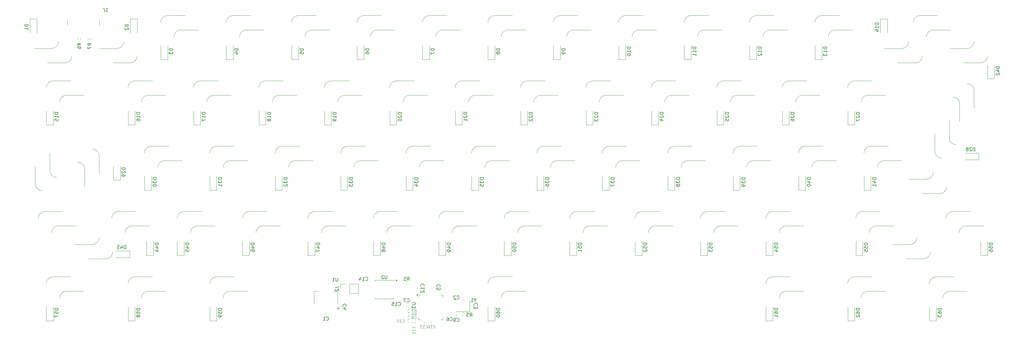
<source format=gbr>
%TF.GenerationSoftware,KiCad,Pcbnew,8.0.4*%
%TF.CreationDate,2024-09-09T16:00:28+08:00*%
%TF.ProjectId,PH60_Rev3,50483630-5f52-4657-9633-2e6b69636164,rev?*%
%TF.SameCoordinates,PX1b40518PY1b40518*%
%TF.FileFunction,Legend,Bot*%
%TF.FilePolarity,Positive*%
%FSLAX46Y46*%
G04 Gerber Fmt 4.6, Leading zero omitted, Abs format (unit mm)*
G04 Created by KiCad (PCBNEW 8.0.4) date 2024-09-09 16:00:28*
%MOMM*%
%LPD*%
G01*
G04 APERTURE LIST*
%ADD10C,0.150000*%
%ADD11C,0.100000*%
%ADD12C,0.120000*%
G04 APERTURE END LIST*
D10*
X89779166Y-91419580D02*
X89826785Y-91467200D01*
X89826785Y-91467200D02*
X89969642Y-91514819D01*
X89969642Y-91514819D02*
X90064880Y-91514819D01*
X90064880Y-91514819D02*
X90207737Y-91467200D01*
X90207737Y-91467200D02*
X90302975Y-91371961D01*
X90302975Y-91371961D02*
X90350594Y-91276723D01*
X90350594Y-91276723D02*
X90398213Y-91086247D01*
X90398213Y-91086247D02*
X90398213Y-90943390D01*
X90398213Y-90943390D02*
X90350594Y-90752914D01*
X90350594Y-90752914D02*
X90302975Y-90657676D01*
X90302975Y-90657676D02*
X90207737Y-90562438D01*
X90207737Y-90562438D02*
X90064880Y-90514819D01*
X90064880Y-90514819D02*
X89969642Y-90514819D01*
X89969642Y-90514819D02*
X89826785Y-90562438D01*
X89826785Y-90562438D02*
X89779166Y-90610057D01*
X88826785Y-91514819D02*
X89398213Y-91514819D01*
X89112499Y-91514819D02*
X89112499Y-90514819D01*
X89112499Y-90514819D02*
X89207737Y-90657676D01*
X89207737Y-90657676D02*
X89302975Y-90752914D01*
X89302975Y-90752914D02*
X89398213Y-90800533D01*
X230737319Y-49940714D02*
X229737319Y-49940714D01*
X229737319Y-49940714D02*
X229737319Y-50178809D01*
X229737319Y-50178809D02*
X229784938Y-50321666D01*
X229784938Y-50321666D02*
X229880176Y-50416904D01*
X229880176Y-50416904D02*
X229975414Y-50464523D01*
X229975414Y-50464523D02*
X230165890Y-50512142D01*
X230165890Y-50512142D02*
X230308747Y-50512142D01*
X230308747Y-50512142D02*
X230499223Y-50464523D01*
X230499223Y-50464523D02*
X230594461Y-50416904D01*
X230594461Y-50416904D02*
X230689700Y-50321666D01*
X230689700Y-50321666D02*
X230737319Y-50178809D01*
X230737319Y-50178809D02*
X230737319Y-49940714D01*
X230070652Y-51369285D02*
X230737319Y-51369285D01*
X229689700Y-51131190D02*
X230403985Y-50893095D01*
X230403985Y-50893095D02*
X230403985Y-51512142D01*
X229737319Y-52083571D02*
X229737319Y-52178809D01*
X229737319Y-52178809D02*
X229784938Y-52274047D01*
X229784938Y-52274047D02*
X229832557Y-52321666D01*
X229832557Y-52321666D02*
X229927795Y-52369285D01*
X229927795Y-52369285D02*
X230118271Y-52416904D01*
X230118271Y-52416904D02*
X230356366Y-52416904D01*
X230356366Y-52416904D02*
X230546842Y-52369285D01*
X230546842Y-52369285D02*
X230642080Y-52321666D01*
X230642080Y-52321666D02*
X230689700Y-52274047D01*
X230689700Y-52274047D02*
X230737319Y-52178809D01*
X230737319Y-52178809D02*
X230737319Y-52083571D01*
X230737319Y-52083571D02*
X230689700Y-51988333D01*
X230689700Y-51988333D02*
X230642080Y-51940714D01*
X230642080Y-51940714D02*
X230546842Y-51893095D01*
X230546842Y-51893095D02*
X230356366Y-51845476D01*
X230356366Y-51845476D02*
X230118271Y-51845476D01*
X230118271Y-51845476D02*
X229927795Y-51893095D01*
X229927795Y-51893095D02*
X229832557Y-51940714D01*
X229832557Y-51940714D02*
X229784938Y-51988333D01*
X229784938Y-51988333D02*
X229737319Y-52083571D01*
X11662319Y-88040714D02*
X10662319Y-88040714D01*
X10662319Y-88040714D02*
X10662319Y-88278809D01*
X10662319Y-88278809D02*
X10709938Y-88421666D01*
X10709938Y-88421666D02*
X10805176Y-88516904D01*
X10805176Y-88516904D02*
X10900414Y-88564523D01*
X10900414Y-88564523D02*
X11090890Y-88612142D01*
X11090890Y-88612142D02*
X11233747Y-88612142D01*
X11233747Y-88612142D02*
X11424223Y-88564523D01*
X11424223Y-88564523D02*
X11519461Y-88516904D01*
X11519461Y-88516904D02*
X11614700Y-88421666D01*
X11614700Y-88421666D02*
X11662319Y-88278809D01*
X11662319Y-88278809D02*
X11662319Y-88040714D01*
X10662319Y-89516904D02*
X10662319Y-89040714D01*
X10662319Y-89040714D02*
X11138509Y-88993095D01*
X11138509Y-88993095D02*
X11090890Y-89040714D01*
X11090890Y-89040714D02*
X11043271Y-89135952D01*
X11043271Y-89135952D02*
X11043271Y-89374047D01*
X11043271Y-89374047D02*
X11090890Y-89469285D01*
X11090890Y-89469285D02*
X11138509Y-89516904D01*
X11138509Y-89516904D02*
X11233747Y-89564523D01*
X11233747Y-89564523D02*
X11471842Y-89564523D01*
X11471842Y-89564523D02*
X11567080Y-89516904D01*
X11567080Y-89516904D02*
X11614700Y-89469285D01*
X11614700Y-89469285D02*
X11662319Y-89374047D01*
X11662319Y-89374047D02*
X11662319Y-89135952D01*
X11662319Y-89135952D02*
X11614700Y-89040714D01*
X11614700Y-89040714D02*
X11567080Y-88993095D01*
X10662319Y-89897857D02*
X10662319Y-90564523D01*
X10662319Y-90564523D02*
X11662319Y-90135952D01*
X18254819Y-11333333D02*
X17778628Y-11000000D01*
X18254819Y-10761905D02*
X17254819Y-10761905D01*
X17254819Y-10761905D02*
X17254819Y-11142857D01*
X17254819Y-11142857D02*
X17302438Y-11238095D01*
X17302438Y-11238095D02*
X17350057Y-11285714D01*
X17350057Y-11285714D02*
X17445295Y-11333333D01*
X17445295Y-11333333D02*
X17588152Y-11333333D01*
X17588152Y-11333333D02*
X17683390Y-11285714D01*
X17683390Y-11285714D02*
X17731009Y-11238095D01*
X17731009Y-11238095D02*
X17778628Y-11142857D01*
X17778628Y-11142857D02*
X17778628Y-10761905D01*
X17254819Y-12190476D02*
X17254819Y-12000000D01*
X17254819Y-12000000D02*
X17302438Y-11904762D01*
X17302438Y-11904762D02*
X17350057Y-11857143D01*
X17350057Y-11857143D02*
X17492914Y-11761905D01*
X17492914Y-11761905D02*
X17683390Y-11714286D01*
X17683390Y-11714286D02*
X18064342Y-11714286D01*
X18064342Y-11714286D02*
X18159580Y-11761905D01*
X18159580Y-11761905D02*
X18207200Y-11809524D01*
X18207200Y-11809524D02*
X18254819Y-11904762D01*
X18254819Y-11904762D02*
X18254819Y-12095238D01*
X18254819Y-12095238D02*
X18207200Y-12190476D01*
X18207200Y-12190476D02*
X18159580Y-12238095D01*
X18159580Y-12238095D02*
X18064342Y-12285714D01*
X18064342Y-12285714D02*
X17826247Y-12285714D01*
X17826247Y-12285714D02*
X17731009Y-12238095D01*
X17731009Y-12238095D02*
X17683390Y-12190476D01*
X17683390Y-12190476D02*
X17635771Y-12095238D01*
X17635771Y-12095238D02*
X17635771Y-11904762D01*
X17635771Y-11904762D02*
X17683390Y-11809524D01*
X17683390Y-11809524D02*
X17731009Y-11761905D01*
X17731009Y-11761905D02*
X17826247Y-11714286D01*
X216449819Y-11840714D02*
X215449819Y-11840714D01*
X215449819Y-11840714D02*
X215449819Y-12078809D01*
X215449819Y-12078809D02*
X215497438Y-12221666D01*
X215497438Y-12221666D02*
X215592676Y-12316904D01*
X215592676Y-12316904D02*
X215687914Y-12364523D01*
X215687914Y-12364523D02*
X215878390Y-12412142D01*
X215878390Y-12412142D02*
X216021247Y-12412142D01*
X216021247Y-12412142D02*
X216211723Y-12364523D01*
X216211723Y-12364523D02*
X216306961Y-12316904D01*
X216306961Y-12316904D02*
X216402200Y-12221666D01*
X216402200Y-12221666D02*
X216449819Y-12078809D01*
X216449819Y-12078809D02*
X216449819Y-11840714D01*
X216449819Y-13364523D02*
X216449819Y-12793095D01*
X216449819Y-13078809D02*
X215449819Y-13078809D01*
X215449819Y-13078809D02*
X215592676Y-12983571D01*
X215592676Y-12983571D02*
X215687914Y-12888333D01*
X215687914Y-12888333D02*
X215735533Y-12793095D01*
X215545057Y-13745476D02*
X215497438Y-13793095D01*
X215497438Y-13793095D02*
X215449819Y-13888333D01*
X215449819Y-13888333D02*
X215449819Y-14126428D01*
X215449819Y-14126428D02*
X215497438Y-14221666D01*
X215497438Y-14221666D02*
X215545057Y-14269285D01*
X215545057Y-14269285D02*
X215640295Y-14316904D01*
X215640295Y-14316904D02*
X215735533Y-14316904D01*
X215735533Y-14316904D02*
X215878390Y-14269285D01*
X215878390Y-14269285D02*
X216449819Y-13697857D01*
X216449819Y-13697857D02*
X216449819Y-14316904D01*
X173587319Y-49940714D02*
X172587319Y-49940714D01*
X172587319Y-49940714D02*
X172587319Y-50178809D01*
X172587319Y-50178809D02*
X172634938Y-50321666D01*
X172634938Y-50321666D02*
X172730176Y-50416904D01*
X172730176Y-50416904D02*
X172825414Y-50464523D01*
X172825414Y-50464523D02*
X173015890Y-50512142D01*
X173015890Y-50512142D02*
X173158747Y-50512142D01*
X173158747Y-50512142D02*
X173349223Y-50464523D01*
X173349223Y-50464523D02*
X173444461Y-50416904D01*
X173444461Y-50416904D02*
X173539700Y-50321666D01*
X173539700Y-50321666D02*
X173587319Y-50178809D01*
X173587319Y-50178809D02*
X173587319Y-49940714D01*
X172587319Y-50845476D02*
X172587319Y-51464523D01*
X172587319Y-51464523D02*
X172968271Y-51131190D01*
X172968271Y-51131190D02*
X172968271Y-51274047D01*
X172968271Y-51274047D02*
X173015890Y-51369285D01*
X173015890Y-51369285D02*
X173063509Y-51416904D01*
X173063509Y-51416904D02*
X173158747Y-51464523D01*
X173158747Y-51464523D02*
X173396842Y-51464523D01*
X173396842Y-51464523D02*
X173492080Y-51416904D01*
X173492080Y-51416904D02*
X173539700Y-51369285D01*
X173539700Y-51369285D02*
X173587319Y-51274047D01*
X173587319Y-51274047D02*
X173587319Y-50988333D01*
X173587319Y-50988333D02*
X173539700Y-50893095D01*
X173539700Y-50893095D02*
X173492080Y-50845476D01*
X172587319Y-51797857D02*
X172587319Y-52464523D01*
X172587319Y-52464523D02*
X173587319Y-52035952D01*
X149774819Y-30890714D02*
X148774819Y-30890714D01*
X148774819Y-30890714D02*
X148774819Y-31128809D01*
X148774819Y-31128809D02*
X148822438Y-31271666D01*
X148822438Y-31271666D02*
X148917676Y-31366904D01*
X148917676Y-31366904D02*
X149012914Y-31414523D01*
X149012914Y-31414523D02*
X149203390Y-31462142D01*
X149203390Y-31462142D02*
X149346247Y-31462142D01*
X149346247Y-31462142D02*
X149536723Y-31414523D01*
X149536723Y-31414523D02*
X149631961Y-31366904D01*
X149631961Y-31366904D02*
X149727200Y-31271666D01*
X149727200Y-31271666D02*
X149774819Y-31128809D01*
X149774819Y-31128809D02*
X149774819Y-30890714D01*
X148870057Y-31843095D02*
X148822438Y-31890714D01*
X148822438Y-31890714D02*
X148774819Y-31985952D01*
X148774819Y-31985952D02*
X148774819Y-32224047D01*
X148774819Y-32224047D02*
X148822438Y-32319285D01*
X148822438Y-32319285D02*
X148870057Y-32366904D01*
X148870057Y-32366904D02*
X148965295Y-32414523D01*
X148965295Y-32414523D02*
X149060533Y-32414523D01*
X149060533Y-32414523D02*
X149203390Y-32366904D01*
X149203390Y-32366904D02*
X149774819Y-31795476D01*
X149774819Y-31795476D02*
X149774819Y-32414523D01*
X148870057Y-32795476D02*
X148822438Y-32843095D01*
X148822438Y-32843095D02*
X148774819Y-32938333D01*
X148774819Y-32938333D02*
X148774819Y-33176428D01*
X148774819Y-33176428D02*
X148822438Y-33271666D01*
X148822438Y-33271666D02*
X148870057Y-33319285D01*
X148870057Y-33319285D02*
X148965295Y-33366904D01*
X148965295Y-33366904D02*
X149060533Y-33366904D01*
X149060533Y-33366904D02*
X149203390Y-33319285D01*
X149203390Y-33319285D02*
X149774819Y-32747857D01*
X149774819Y-32747857D02*
X149774819Y-33366904D01*
X206924819Y-30890714D02*
X205924819Y-30890714D01*
X205924819Y-30890714D02*
X205924819Y-31128809D01*
X205924819Y-31128809D02*
X205972438Y-31271666D01*
X205972438Y-31271666D02*
X206067676Y-31366904D01*
X206067676Y-31366904D02*
X206162914Y-31414523D01*
X206162914Y-31414523D02*
X206353390Y-31462142D01*
X206353390Y-31462142D02*
X206496247Y-31462142D01*
X206496247Y-31462142D02*
X206686723Y-31414523D01*
X206686723Y-31414523D02*
X206781961Y-31366904D01*
X206781961Y-31366904D02*
X206877200Y-31271666D01*
X206877200Y-31271666D02*
X206924819Y-31128809D01*
X206924819Y-31128809D02*
X206924819Y-30890714D01*
X206020057Y-31843095D02*
X205972438Y-31890714D01*
X205972438Y-31890714D02*
X205924819Y-31985952D01*
X205924819Y-31985952D02*
X205924819Y-32224047D01*
X205924819Y-32224047D02*
X205972438Y-32319285D01*
X205972438Y-32319285D02*
X206020057Y-32366904D01*
X206020057Y-32366904D02*
X206115295Y-32414523D01*
X206115295Y-32414523D02*
X206210533Y-32414523D01*
X206210533Y-32414523D02*
X206353390Y-32366904D01*
X206353390Y-32366904D02*
X206924819Y-31795476D01*
X206924819Y-31795476D02*
X206924819Y-32414523D01*
X205924819Y-33319285D02*
X205924819Y-32843095D01*
X205924819Y-32843095D02*
X206401009Y-32795476D01*
X206401009Y-32795476D02*
X206353390Y-32843095D01*
X206353390Y-32843095D02*
X206305771Y-32938333D01*
X206305771Y-32938333D02*
X206305771Y-33176428D01*
X206305771Y-33176428D02*
X206353390Y-33271666D01*
X206353390Y-33271666D02*
X206401009Y-33319285D01*
X206401009Y-33319285D02*
X206496247Y-33366904D01*
X206496247Y-33366904D02*
X206734342Y-33366904D01*
X206734342Y-33366904D02*
X206829580Y-33319285D01*
X206829580Y-33319285D02*
X206877200Y-33271666D01*
X206877200Y-33271666D02*
X206924819Y-33176428D01*
X206924819Y-33176428D02*
X206924819Y-32938333D01*
X206924819Y-32938333D02*
X206877200Y-32843095D01*
X206877200Y-32843095D02*
X206829580Y-32795476D01*
X35474819Y-30890714D02*
X34474819Y-30890714D01*
X34474819Y-30890714D02*
X34474819Y-31128809D01*
X34474819Y-31128809D02*
X34522438Y-31271666D01*
X34522438Y-31271666D02*
X34617676Y-31366904D01*
X34617676Y-31366904D02*
X34712914Y-31414523D01*
X34712914Y-31414523D02*
X34903390Y-31462142D01*
X34903390Y-31462142D02*
X35046247Y-31462142D01*
X35046247Y-31462142D02*
X35236723Y-31414523D01*
X35236723Y-31414523D02*
X35331961Y-31366904D01*
X35331961Y-31366904D02*
X35427200Y-31271666D01*
X35427200Y-31271666D02*
X35474819Y-31128809D01*
X35474819Y-31128809D02*
X35474819Y-30890714D01*
X35474819Y-32414523D02*
X35474819Y-31843095D01*
X35474819Y-32128809D02*
X34474819Y-32128809D01*
X34474819Y-32128809D02*
X34617676Y-32033571D01*
X34617676Y-32033571D02*
X34712914Y-31938333D01*
X34712914Y-31938333D02*
X34760533Y-31843095D01*
X34474819Y-33271666D02*
X34474819Y-33081190D01*
X34474819Y-33081190D02*
X34522438Y-32985952D01*
X34522438Y-32985952D02*
X34570057Y-32938333D01*
X34570057Y-32938333D02*
X34712914Y-32843095D01*
X34712914Y-32843095D02*
X34903390Y-32795476D01*
X34903390Y-32795476D02*
X35284342Y-32795476D01*
X35284342Y-32795476D02*
X35379580Y-32843095D01*
X35379580Y-32843095D02*
X35427200Y-32890714D01*
X35427200Y-32890714D02*
X35474819Y-32985952D01*
X35474819Y-32985952D02*
X35474819Y-33176428D01*
X35474819Y-33176428D02*
X35427200Y-33271666D01*
X35427200Y-33271666D02*
X35379580Y-33319285D01*
X35379580Y-33319285D02*
X35284342Y-33366904D01*
X35284342Y-33366904D02*
X35046247Y-33366904D01*
X35046247Y-33366904D02*
X34951009Y-33319285D01*
X34951009Y-33319285D02*
X34903390Y-33271666D01*
X34903390Y-33271666D02*
X34855771Y-33176428D01*
X34855771Y-33176428D02*
X34855771Y-32985952D01*
X34855771Y-32985952D02*
X34903390Y-32890714D01*
X34903390Y-32890714D02*
X34951009Y-32843095D01*
X34951009Y-32843095D02*
X35046247Y-32795476D01*
X268837319Y-88040714D02*
X267837319Y-88040714D01*
X267837319Y-88040714D02*
X267837319Y-88278809D01*
X267837319Y-88278809D02*
X267884938Y-88421666D01*
X267884938Y-88421666D02*
X267980176Y-88516904D01*
X267980176Y-88516904D02*
X268075414Y-88564523D01*
X268075414Y-88564523D02*
X268265890Y-88612142D01*
X268265890Y-88612142D02*
X268408747Y-88612142D01*
X268408747Y-88612142D02*
X268599223Y-88564523D01*
X268599223Y-88564523D02*
X268694461Y-88516904D01*
X268694461Y-88516904D02*
X268789700Y-88421666D01*
X268789700Y-88421666D02*
X268837319Y-88278809D01*
X268837319Y-88278809D02*
X268837319Y-88040714D01*
X267837319Y-89469285D02*
X267837319Y-89278809D01*
X267837319Y-89278809D02*
X267884938Y-89183571D01*
X267884938Y-89183571D02*
X267932557Y-89135952D01*
X267932557Y-89135952D02*
X268075414Y-89040714D01*
X268075414Y-89040714D02*
X268265890Y-88993095D01*
X268265890Y-88993095D02*
X268646842Y-88993095D01*
X268646842Y-88993095D02*
X268742080Y-89040714D01*
X268742080Y-89040714D02*
X268789700Y-89088333D01*
X268789700Y-89088333D02*
X268837319Y-89183571D01*
X268837319Y-89183571D02*
X268837319Y-89374047D01*
X268837319Y-89374047D02*
X268789700Y-89469285D01*
X268789700Y-89469285D02*
X268742080Y-89516904D01*
X268742080Y-89516904D02*
X268646842Y-89564523D01*
X268646842Y-89564523D02*
X268408747Y-89564523D01*
X268408747Y-89564523D02*
X268313509Y-89516904D01*
X268313509Y-89516904D02*
X268265890Y-89469285D01*
X268265890Y-89469285D02*
X268218271Y-89374047D01*
X268218271Y-89374047D02*
X268218271Y-89183571D01*
X268218271Y-89183571D02*
X268265890Y-89088333D01*
X268265890Y-89088333D02*
X268313509Y-89040714D01*
X268313509Y-89040714D02*
X268408747Y-88993095D01*
X267837319Y-89897857D02*
X267837319Y-90516904D01*
X267837319Y-90516904D02*
X268218271Y-90183571D01*
X268218271Y-90183571D02*
X268218271Y-90326428D01*
X268218271Y-90326428D02*
X268265890Y-90421666D01*
X268265890Y-90421666D02*
X268313509Y-90469285D01*
X268313509Y-90469285D02*
X268408747Y-90516904D01*
X268408747Y-90516904D02*
X268646842Y-90516904D01*
X268646842Y-90516904D02*
X268742080Y-90469285D01*
X268742080Y-90469285D02*
X268789700Y-90421666D01*
X268789700Y-90421666D02*
X268837319Y-90326428D01*
X268837319Y-90326428D02*
X268837319Y-90040714D01*
X268837319Y-90040714D02*
X268789700Y-89945476D01*
X268789700Y-89945476D02*
X268742080Y-89897857D01*
X125819166Y-91547080D02*
X125866785Y-91594700D01*
X125866785Y-91594700D02*
X126009642Y-91642319D01*
X126009642Y-91642319D02*
X126104880Y-91642319D01*
X126104880Y-91642319D02*
X126247737Y-91594700D01*
X126247737Y-91594700D02*
X126342975Y-91499461D01*
X126342975Y-91499461D02*
X126390594Y-91404223D01*
X126390594Y-91404223D02*
X126438213Y-91213747D01*
X126438213Y-91213747D02*
X126438213Y-91070890D01*
X126438213Y-91070890D02*
X126390594Y-90880414D01*
X126390594Y-90880414D02*
X126342975Y-90785176D01*
X126342975Y-90785176D02*
X126247737Y-90689938D01*
X126247737Y-90689938D02*
X126104880Y-90642319D01*
X126104880Y-90642319D02*
X126009642Y-90642319D01*
X126009642Y-90642319D02*
X125866785Y-90689938D01*
X125866785Y-90689938D02*
X125819166Y-90737557D01*
X124962023Y-90642319D02*
X125152499Y-90642319D01*
X125152499Y-90642319D02*
X125247737Y-90689938D01*
X125247737Y-90689938D02*
X125295356Y-90737557D01*
X125295356Y-90737557D02*
X125390594Y-90880414D01*
X125390594Y-90880414D02*
X125438213Y-91070890D01*
X125438213Y-91070890D02*
X125438213Y-91451842D01*
X125438213Y-91451842D02*
X125390594Y-91547080D01*
X125390594Y-91547080D02*
X125342975Y-91594700D01*
X125342975Y-91594700D02*
X125247737Y-91642319D01*
X125247737Y-91642319D02*
X125057261Y-91642319D01*
X125057261Y-91642319D02*
X124962023Y-91594700D01*
X124962023Y-91594700D02*
X124914404Y-91547080D01*
X124914404Y-91547080D02*
X124866785Y-91451842D01*
X124866785Y-91451842D02*
X124866785Y-91213747D01*
X124866785Y-91213747D02*
X124914404Y-91118509D01*
X124914404Y-91118509D02*
X124962023Y-91070890D01*
X124962023Y-91070890D02*
X125057261Y-91023271D01*
X125057261Y-91023271D02*
X125247737Y-91023271D01*
X125247737Y-91023271D02*
X125342975Y-91070890D01*
X125342975Y-91070890D02*
X125390594Y-91118509D01*
X125390594Y-91118509D02*
X125438213Y-91213747D01*
D11*
X115395832Y-89064895D02*
X115662499Y-88683942D01*
X115852975Y-89064895D02*
X115852975Y-88264895D01*
X115852975Y-88264895D02*
X115548213Y-88264895D01*
X115548213Y-88264895D02*
X115472023Y-88302990D01*
X115472023Y-88302990D02*
X115433928Y-88341085D01*
X115433928Y-88341085D02*
X115395832Y-88417276D01*
X115395832Y-88417276D02*
X115395832Y-88531561D01*
X115395832Y-88531561D02*
X115433928Y-88607752D01*
X115433928Y-88607752D02*
X115472023Y-88645847D01*
X115472023Y-88645847D02*
X115548213Y-88683942D01*
X115548213Y-88683942D02*
X115852975Y-88683942D01*
X115129166Y-88264895D02*
X114633928Y-88264895D01*
X114633928Y-88264895D02*
X114900594Y-88569657D01*
X114900594Y-88569657D02*
X114786309Y-88569657D01*
X114786309Y-88569657D02*
X114710118Y-88607752D01*
X114710118Y-88607752D02*
X114672023Y-88645847D01*
X114672023Y-88645847D02*
X114633928Y-88722038D01*
X114633928Y-88722038D02*
X114633928Y-88912514D01*
X114633928Y-88912514D02*
X114672023Y-88988704D01*
X114672023Y-88988704D02*
X114710118Y-89026800D01*
X114710118Y-89026800D02*
X114786309Y-89064895D01*
X114786309Y-89064895D02*
X115014880Y-89064895D01*
X115014880Y-89064895D02*
X115091071Y-89026800D01*
X115091071Y-89026800D02*
X115129166Y-88988704D01*
X118626785Y-93688704D02*
X118664881Y-93726800D01*
X118664881Y-93726800D02*
X118779166Y-93764895D01*
X118779166Y-93764895D02*
X118855357Y-93764895D01*
X118855357Y-93764895D02*
X118969643Y-93726800D01*
X118969643Y-93726800D02*
X119045833Y-93650609D01*
X119045833Y-93650609D02*
X119083928Y-93574419D01*
X119083928Y-93574419D02*
X119122024Y-93422038D01*
X119122024Y-93422038D02*
X119122024Y-93307752D01*
X119122024Y-93307752D02*
X119083928Y-93155371D01*
X119083928Y-93155371D02*
X119045833Y-93079180D01*
X119045833Y-93079180D02*
X118969643Y-93002990D01*
X118969643Y-93002990D02*
X118855357Y-92964895D01*
X118855357Y-92964895D02*
X118779166Y-92964895D01*
X118779166Y-92964895D02*
X118664881Y-93002990D01*
X118664881Y-93002990D02*
X118626785Y-93041085D01*
X117864881Y-93764895D02*
X118322024Y-93764895D01*
X118093452Y-93764895D02*
X118093452Y-92964895D01*
X118093452Y-92964895D02*
X118169643Y-93079180D01*
X118169643Y-93079180D02*
X118245833Y-93155371D01*
X118245833Y-93155371D02*
X118322024Y-93193466D01*
X117598214Y-92964895D02*
X117102976Y-92964895D01*
X117102976Y-92964895D02*
X117369642Y-93269657D01*
X117369642Y-93269657D02*
X117255357Y-93269657D01*
X117255357Y-93269657D02*
X117179166Y-93307752D01*
X117179166Y-93307752D02*
X117141071Y-93345847D01*
X117141071Y-93345847D02*
X117102976Y-93422038D01*
X117102976Y-93422038D02*
X117102976Y-93612514D01*
X117102976Y-93612514D02*
X117141071Y-93688704D01*
X117141071Y-93688704D02*
X117179166Y-93726800D01*
X117179166Y-93726800D02*
X117255357Y-93764895D01*
X117255357Y-93764895D02*
X117483928Y-93764895D01*
X117483928Y-93764895D02*
X117560119Y-93726800D01*
X117560119Y-93726800D02*
X117598214Y-93688704D01*
D10*
X187874819Y-30890714D02*
X186874819Y-30890714D01*
X186874819Y-30890714D02*
X186874819Y-31128809D01*
X186874819Y-31128809D02*
X186922438Y-31271666D01*
X186922438Y-31271666D02*
X187017676Y-31366904D01*
X187017676Y-31366904D02*
X187112914Y-31414523D01*
X187112914Y-31414523D02*
X187303390Y-31462142D01*
X187303390Y-31462142D02*
X187446247Y-31462142D01*
X187446247Y-31462142D02*
X187636723Y-31414523D01*
X187636723Y-31414523D02*
X187731961Y-31366904D01*
X187731961Y-31366904D02*
X187827200Y-31271666D01*
X187827200Y-31271666D02*
X187874819Y-31128809D01*
X187874819Y-31128809D02*
X187874819Y-30890714D01*
X186970057Y-31843095D02*
X186922438Y-31890714D01*
X186922438Y-31890714D02*
X186874819Y-31985952D01*
X186874819Y-31985952D02*
X186874819Y-32224047D01*
X186874819Y-32224047D02*
X186922438Y-32319285D01*
X186922438Y-32319285D02*
X186970057Y-32366904D01*
X186970057Y-32366904D02*
X187065295Y-32414523D01*
X187065295Y-32414523D02*
X187160533Y-32414523D01*
X187160533Y-32414523D02*
X187303390Y-32366904D01*
X187303390Y-32366904D02*
X187874819Y-31795476D01*
X187874819Y-31795476D02*
X187874819Y-32414523D01*
X187208152Y-33271666D02*
X187874819Y-33271666D01*
X186827200Y-33033571D02*
X187541485Y-32795476D01*
X187541485Y-32795476D02*
X187541485Y-33414523D01*
X130724819Y-30890714D02*
X129724819Y-30890714D01*
X129724819Y-30890714D02*
X129724819Y-31128809D01*
X129724819Y-31128809D02*
X129772438Y-31271666D01*
X129772438Y-31271666D02*
X129867676Y-31366904D01*
X129867676Y-31366904D02*
X129962914Y-31414523D01*
X129962914Y-31414523D02*
X130153390Y-31462142D01*
X130153390Y-31462142D02*
X130296247Y-31462142D01*
X130296247Y-31462142D02*
X130486723Y-31414523D01*
X130486723Y-31414523D02*
X130581961Y-31366904D01*
X130581961Y-31366904D02*
X130677200Y-31271666D01*
X130677200Y-31271666D02*
X130724819Y-31128809D01*
X130724819Y-31128809D02*
X130724819Y-30890714D01*
X129820057Y-31843095D02*
X129772438Y-31890714D01*
X129772438Y-31890714D02*
X129724819Y-31985952D01*
X129724819Y-31985952D02*
X129724819Y-32224047D01*
X129724819Y-32224047D02*
X129772438Y-32319285D01*
X129772438Y-32319285D02*
X129820057Y-32366904D01*
X129820057Y-32366904D02*
X129915295Y-32414523D01*
X129915295Y-32414523D02*
X130010533Y-32414523D01*
X130010533Y-32414523D02*
X130153390Y-32366904D01*
X130153390Y-32366904D02*
X130724819Y-31795476D01*
X130724819Y-31795476D02*
X130724819Y-32414523D01*
X130724819Y-33366904D02*
X130724819Y-32795476D01*
X130724819Y-33081190D02*
X129724819Y-33081190D01*
X129724819Y-33081190D02*
X129867676Y-32985952D01*
X129867676Y-32985952D02*
X129962914Y-32890714D01*
X129962914Y-32890714D02*
X130010533Y-32795476D01*
X40872319Y-68990714D02*
X39872319Y-68990714D01*
X39872319Y-68990714D02*
X39872319Y-69228809D01*
X39872319Y-69228809D02*
X39919938Y-69371666D01*
X39919938Y-69371666D02*
X40015176Y-69466904D01*
X40015176Y-69466904D02*
X40110414Y-69514523D01*
X40110414Y-69514523D02*
X40300890Y-69562142D01*
X40300890Y-69562142D02*
X40443747Y-69562142D01*
X40443747Y-69562142D02*
X40634223Y-69514523D01*
X40634223Y-69514523D02*
X40729461Y-69466904D01*
X40729461Y-69466904D02*
X40824700Y-69371666D01*
X40824700Y-69371666D02*
X40872319Y-69228809D01*
X40872319Y-69228809D02*
X40872319Y-68990714D01*
X40205652Y-70419285D02*
X40872319Y-70419285D01*
X39824700Y-70181190D02*
X40538985Y-69943095D01*
X40538985Y-69943095D02*
X40538985Y-70562142D01*
X40205652Y-71371666D02*
X40872319Y-71371666D01*
X39824700Y-71133571D02*
X40538985Y-70895476D01*
X40538985Y-70895476D02*
X40538985Y-71514523D01*
X168824819Y-30890714D02*
X167824819Y-30890714D01*
X167824819Y-30890714D02*
X167824819Y-31128809D01*
X167824819Y-31128809D02*
X167872438Y-31271666D01*
X167872438Y-31271666D02*
X167967676Y-31366904D01*
X167967676Y-31366904D02*
X168062914Y-31414523D01*
X168062914Y-31414523D02*
X168253390Y-31462142D01*
X168253390Y-31462142D02*
X168396247Y-31462142D01*
X168396247Y-31462142D02*
X168586723Y-31414523D01*
X168586723Y-31414523D02*
X168681961Y-31366904D01*
X168681961Y-31366904D02*
X168777200Y-31271666D01*
X168777200Y-31271666D02*
X168824819Y-31128809D01*
X168824819Y-31128809D02*
X168824819Y-30890714D01*
X167920057Y-31843095D02*
X167872438Y-31890714D01*
X167872438Y-31890714D02*
X167824819Y-31985952D01*
X167824819Y-31985952D02*
X167824819Y-32224047D01*
X167824819Y-32224047D02*
X167872438Y-32319285D01*
X167872438Y-32319285D02*
X167920057Y-32366904D01*
X167920057Y-32366904D02*
X168015295Y-32414523D01*
X168015295Y-32414523D02*
X168110533Y-32414523D01*
X168110533Y-32414523D02*
X168253390Y-32366904D01*
X168253390Y-32366904D02*
X168824819Y-31795476D01*
X168824819Y-31795476D02*
X168824819Y-32414523D01*
X167824819Y-32747857D02*
X167824819Y-33366904D01*
X167824819Y-33366904D02*
X168205771Y-33033571D01*
X168205771Y-33033571D02*
X168205771Y-33176428D01*
X168205771Y-33176428D02*
X168253390Y-33271666D01*
X168253390Y-33271666D02*
X168301009Y-33319285D01*
X168301009Y-33319285D02*
X168396247Y-33366904D01*
X168396247Y-33366904D02*
X168634342Y-33366904D01*
X168634342Y-33366904D02*
X168729580Y-33319285D01*
X168729580Y-33319285D02*
X168777200Y-33271666D01*
X168777200Y-33271666D02*
X168824819Y-33176428D01*
X168824819Y-33176428D02*
X168824819Y-32890714D01*
X168824819Y-32890714D02*
X168777200Y-32795476D01*
X168777200Y-32795476D02*
X168729580Y-32747857D01*
X285764819Y-17500714D02*
X284764819Y-17500714D01*
X284764819Y-17500714D02*
X284764819Y-17738809D01*
X284764819Y-17738809D02*
X284812438Y-17881666D01*
X284812438Y-17881666D02*
X284907676Y-17976904D01*
X284907676Y-17976904D02*
X285002914Y-18024523D01*
X285002914Y-18024523D02*
X285193390Y-18072142D01*
X285193390Y-18072142D02*
X285336247Y-18072142D01*
X285336247Y-18072142D02*
X285526723Y-18024523D01*
X285526723Y-18024523D02*
X285621961Y-17976904D01*
X285621961Y-17976904D02*
X285717200Y-17881666D01*
X285717200Y-17881666D02*
X285764819Y-17738809D01*
X285764819Y-17738809D02*
X285764819Y-17500714D01*
X285098152Y-18929285D02*
X285764819Y-18929285D01*
X284717200Y-18691190D02*
X285431485Y-18453095D01*
X285431485Y-18453095D02*
X285431485Y-19072142D01*
X284860057Y-19405476D02*
X284812438Y-19453095D01*
X284812438Y-19453095D02*
X284764819Y-19548333D01*
X284764819Y-19548333D02*
X284764819Y-19786428D01*
X284764819Y-19786428D02*
X284812438Y-19881666D01*
X284812438Y-19881666D02*
X284860057Y-19929285D01*
X284860057Y-19929285D02*
X284955295Y-19976904D01*
X284955295Y-19976904D02*
X285050533Y-19976904D01*
X285050533Y-19976904D02*
X285193390Y-19929285D01*
X285193390Y-19929285D02*
X285764819Y-19357857D01*
X285764819Y-19357857D02*
X285764819Y-19976904D01*
X154537319Y-49940714D02*
X153537319Y-49940714D01*
X153537319Y-49940714D02*
X153537319Y-50178809D01*
X153537319Y-50178809D02*
X153584938Y-50321666D01*
X153584938Y-50321666D02*
X153680176Y-50416904D01*
X153680176Y-50416904D02*
X153775414Y-50464523D01*
X153775414Y-50464523D02*
X153965890Y-50512142D01*
X153965890Y-50512142D02*
X154108747Y-50512142D01*
X154108747Y-50512142D02*
X154299223Y-50464523D01*
X154299223Y-50464523D02*
X154394461Y-50416904D01*
X154394461Y-50416904D02*
X154489700Y-50321666D01*
X154489700Y-50321666D02*
X154537319Y-50178809D01*
X154537319Y-50178809D02*
X154537319Y-49940714D01*
X153537319Y-50845476D02*
X153537319Y-51464523D01*
X153537319Y-51464523D02*
X153918271Y-51131190D01*
X153918271Y-51131190D02*
X153918271Y-51274047D01*
X153918271Y-51274047D02*
X153965890Y-51369285D01*
X153965890Y-51369285D02*
X154013509Y-51416904D01*
X154013509Y-51416904D02*
X154108747Y-51464523D01*
X154108747Y-51464523D02*
X154346842Y-51464523D01*
X154346842Y-51464523D02*
X154442080Y-51416904D01*
X154442080Y-51416904D02*
X154489700Y-51369285D01*
X154489700Y-51369285D02*
X154537319Y-51274047D01*
X154537319Y-51274047D02*
X154537319Y-50988333D01*
X154537319Y-50988333D02*
X154489700Y-50893095D01*
X154489700Y-50893095D02*
X154442080Y-50845476D01*
X153537319Y-52321666D02*
X153537319Y-52131190D01*
X153537319Y-52131190D02*
X153584938Y-52035952D01*
X153584938Y-52035952D02*
X153632557Y-51988333D01*
X153632557Y-51988333D02*
X153775414Y-51893095D01*
X153775414Y-51893095D02*
X153965890Y-51845476D01*
X153965890Y-51845476D02*
X154346842Y-51845476D01*
X154346842Y-51845476D02*
X154442080Y-51893095D01*
X154442080Y-51893095D02*
X154489700Y-51940714D01*
X154489700Y-51940714D02*
X154537319Y-52035952D01*
X154537319Y-52035952D02*
X154537319Y-52226428D01*
X154537319Y-52226428D02*
X154489700Y-52321666D01*
X154489700Y-52321666D02*
X154442080Y-52369285D01*
X154442080Y-52369285D02*
X154346842Y-52416904D01*
X154346842Y-52416904D02*
X154108747Y-52416904D01*
X154108747Y-52416904D02*
X154013509Y-52369285D01*
X154013509Y-52369285D02*
X153965890Y-52321666D01*
X153965890Y-52321666D02*
X153918271Y-52226428D01*
X153918271Y-52226428D02*
X153918271Y-52035952D01*
X153918271Y-52035952D02*
X153965890Y-51940714D01*
X153965890Y-51940714D02*
X154013509Y-51893095D01*
X154013509Y-51893095D02*
X154108747Y-51845476D01*
X31204819Y-47035714D02*
X30204819Y-47035714D01*
X30204819Y-47035714D02*
X30204819Y-47273809D01*
X30204819Y-47273809D02*
X30252438Y-47416666D01*
X30252438Y-47416666D02*
X30347676Y-47511904D01*
X30347676Y-47511904D02*
X30442914Y-47559523D01*
X30442914Y-47559523D02*
X30633390Y-47607142D01*
X30633390Y-47607142D02*
X30776247Y-47607142D01*
X30776247Y-47607142D02*
X30966723Y-47559523D01*
X30966723Y-47559523D02*
X31061961Y-47511904D01*
X31061961Y-47511904D02*
X31157200Y-47416666D01*
X31157200Y-47416666D02*
X31204819Y-47273809D01*
X31204819Y-47273809D02*
X31204819Y-47035714D01*
X30300057Y-47988095D02*
X30252438Y-48035714D01*
X30252438Y-48035714D02*
X30204819Y-48130952D01*
X30204819Y-48130952D02*
X30204819Y-48369047D01*
X30204819Y-48369047D02*
X30252438Y-48464285D01*
X30252438Y-48464285D02*
X30300057Y-48511904D01*
X30300057Y-48511904D02*
X30395295Y-48559523D01*
X30395295Y-48559523D02*
X30490533Y-48559523D01*
X30490533Y-48559523D02*
X30633390Y-48511904D01*
X30633390Y-48511904D02*
X31204819Y-47940476D01*
X31204819Y-47940476D02*
X31204819Y-48559523D01*
X31204819Y-49035714D02*
X31204819Y-49226190D01*
X31204819Y-49226190D02*
X31157200Y-49321428D01*
X31157200Y-49321428D02*
X31109580Y-49369047D01*
X31109580Y-49369047D02*
X30966723Y-49464285D01*
X30966723Y-49464285D02*
X30776247Y-49511904D01*
X30776247Y-49511904D02*
X30395295Y-49511904D01*
X30395295Y-49511904D02*
X30300057Y-49464285D01*
X30300057Y-49464285D02*
X30252438Y-49416666D01*
X30252438Y-49416666D02*
X30204819Y-49321428D01*
X30204819Y-49321428D02*
X30204819Y-49130952D01*
X30204819Y-49130952D02*
X30252438Y-49035714D01*
X30252438Y-49035714D02*
X30300057Y-48988095D01*
X30300057Y-48988095D02*
X30395295Y-48940476D01*
X30395295Y-48940476D02*
X30633390Y-48940476D01*
X30633390Y-48940476D02*
X30728628Y-48988095D01*
X30728628Y-48988095D02*
X30776247Y-49035714D01*
X30776247Y-49035714D02*
X30823866Y-49130952D01*
X30823866Y-49130952D02*
X30823866Y-49321428D01*
X30823866Y-49321428D02*
X30776247Y-49416666D01*
X30776247Y-49416666D02*
X30728628Y-49464285D01*
X30728628Y-49464285D02*
X30633390Y-49511904D01*
D11*
X115395832Y-90064895D02*
X115662499Y-89683942D01*
X115852975Y-90064895D02*
X115852975Y-89264895D01*
X115852975Y-89264895D02*
X115548213Y-89264895D01*
X115548213Y-89264895D02*
X115472023Y-89302990D01*
X115472023Y-89302990D02*
X115433928Y-89341085D01*
X115433928Y-89341085D02*
X115395832Y-89417276D01*
X115395832Y-89417276D02*
X115395832Y-89531561D01*
X115395832Y-89531561D02*
X115433928Y-89607752D01*
X115433928Y-89607752D02*
X115472023Y-89645847D01*
X115472023Y-89645847D02*
X115548213Y-89683942D01*
X115548213Y-89683942D02*
X115852975Y-89683942D01*
X114710118Y-89531561D02*
X114710118Y-90064895D01*
X114900594Y-89226800D02*
X115091071Y-89798228D01*
X115091071Y-89798228D02*
X114595832Y-89798228D01*
X115395832Y-90988704D02*
X115433928Y-91026800D01*
X115433928Y-91026800D02*
X115548213Y-91064895D01*
X115548213Y-91064895D02*
X115624404Y-91064895D01*
X115624404Y-91064895D02*
X115738690Y-91026800D01*
X115738690Y-91026800D02*
X115814880Y-90950609D01*
X115814880Y-90950609D02*
X115852975Y-90874419D01*
X115852975Y-90874419D02*
X115891071Y-90722038D01*
X115891071Y-90722038D02*
X115891071Y-90607752D01*
X115891071Y-90607752D02*
X115852975Y-90455371D01*
X115852975Y-90455371D02*
X115814880Y-90379180D01*
X115814880Y-90379180D02*
X115738690Y-90302990D01*
X115738690Y-90302990D02*
X115624404Y-90264895D01*
X115624404Y-90264895D02*
X115548213Y-90264895D01*
X115548213Y-90264895D02*
X115433928Y-90302990D01*
X115433928Y-90302990D02*
X115395832Y-90341085D01*
X114938690Y-90607752D02*
X115014880Y-90569657D01*
X115014880Y-90569657D02*
X115052975Y-90531561D01*
X115052975Y-90531561D02*
X115091071Y-90455371D01*
X115091071Y-90455371D02*
X115091071Y-90417276D01*
X115091071Y-90417276D02*
X115052975Y-90341085D01*
X115052975Y-90341085D02*
X115014880Y-90302990D01*
X115014880Y-90302990D02*
X114938690Y-90264895D01*
X114938690Y-90264895D02*
X114786309Y-90264895D01*
X114786309Y-90264895D02*
X114710118Y-90302990D01*
X114710118Y-90302990D02*
X114672023Y-90341085D01*
X114672023Y-90341085D02*
X114633928Y-90417276D01*
X114633928Y-90417276D02*
X114633928Y-90455371D01*
X114633928Y-90455371D02*
X114672023Y-90531561D01*
X114672023Y-90531561D02*
X114710118Y-90569657D01*
X114710118Y-90569657D02*
X114786309Y-90607752D01*
X114786309Y-90607752D02*
X114938690Y-90607752D01*
X114938690Y-90607752D02*
X115014880Y-90645847D01*
X115014880Y-90645847D02*
X115052975Y-90683942D01*
X115052975Y-90683942D02*
X115091071Y-90760133D01*
X115091071Y-90760133D02*
X115091071Y-90912514D01*
X115091071Y-90912514D02*
X115052975Y-90988704D01*
X115052975Y-90988704D02*
X115014880Y-91026800D01*
X115014880Y-91026800D02*
X114938690Y-91064895D01*
X114938690Y-91064895D02*
X114786309Y-91064895D01*
X114786309Y-91064895D02*
X114710118Y-91026800D01*
X114710118Y-91026800D02*
X114672023Y-90988704D01*
X114672023Y-90988704D02*
X114633928Y-90912514D01*
X114633928Y-90912514D02*
X114633928Y-90760133D01*
X114633928Y-90760133D02*
X114672023Y-90683942D01*
X114672023Y-90683942D02*
X114710118Y-90645847D01*
X114710118Y-90645847D02*
X114786309Y-90607752D01*
D10*
X127799166Y-91819580D02*
X127846785Y-91867200D01*
X127846785Y-91867200D02*
X127989642Y-91914819D01*
X127989642Y-91914819D02*
X128084880Y-91914819D01*
X128084880Y-91914819D02*
X128227737Y-91867200D01*
X128227737Y-91867200D02*
X128322975Y-91771961D01*
X128322975Y-91771961D02*
X128370594Y-91676723D01*
X128370594Y-91676723D02*
X128418213Y-91486247D01*
X128418213Y-91486247D02*
X128418213Y-91343390D01*
X128418213Y-91343390D02*
X128370594Y-91152914D01*
X128370594Y-91152914D02*
X128322975Y-91057676D01*
X128322975Y-91057676D02*
X128227737Y-90962438D01*
X128227737Y-90962438D02*
X128084880Y-90914819D01*
X128084880Y-90914819D02*
X127989642Y-90914819D01*
X127989642Y-90914819D02*
X127846785Y-90962438D01*
X127846785Y-90962438D02*
X127799166Y-91010057D01*
X127322975Y-91914819D02*
X127132499Y-91914819D01*
X127132499Y-91914819D02*
X127037261Y-91867200D01*
X127037261Y-91867200D02*
X126989642Y-91819580D01*
X126989642Y-91819580D02*
X126894404Y-91676723D01*
X126894404Y-91676723D02*
X126846785Y-91486247D01*
X126846785Y-91486247D02*
X126846785Y-91105295D01*
X126846785Y-91105295D02*
X126894404Y-91010057D01*
X126894404Y-91010057D02*
X126942023Y-90962438D01*
X126942023Y-90962438D02*
X127037261Y-90914819D01*
X127037261Y-90914819D02*
X127227737Y-90914819D01*
X127227737Y-90914819D02*
X127322975Y-90962438D01*
X127322975Y-90962438D02*
X127370594Y-91010057D01*
X127370594Y-91010057D02*
X127418213Y-91105295D01*
X127418213Y-91105295D02*
X127418213Y-91343390D01*
X127418213Y-91343390D02*
X127370594Y-91438628D01*
X127370594Y-91438628D02*
X127322975Y-91486247D01*
X127322975Y-91486247D02*
X127227737Y-91533866D01*
X127227737Y-91533866D02*
X127037261Y-91533866D01*
X127037261Y-91533866D02*
X126942023Y-91486247D01*
X126942023Y-91486247D02*
X126894404Y-91438628D01*
X126894404Y-91438628D02*
X126846785Y-91343390D01*
X92349819Y-81916666D02*
X93064104Y-81916666D01*
X93064104Y-81916666D02*
X93206961Y-81869047D01*
X93206961Y-81869047D02*
X93302200Y-81773809D01*
X93302200Y-81773809D02*
X93349819Y-81630952D01*
X93349819Y-81630952D02*
X93349819Y-81535714D01*
X92445057Y-82345238D02*
X92397438Y-82392857D01*
X92397438Y-82392857D02*
X92349819Y-82488095D01*
X92349819Y-82488095D02*
X92349819Y-82726190D01*
X92349819Y-82726190D02*
X92397438Y-82821428D01*
X92397438Y-82821428D02*
X92445057Y-82869047D01*
X92445057Y-82869047D02*
X92540295Y-82916666D01*
X92540295Y-82916666D02*
X92635533Y-82916666D01*
X92635533Y-82916666D02*
X92778390Y-82869047D01*
X92778390Y-82869047D02*
X93349819Y-82297619D01*
X93349819Y-82297619D02*
X93349819Y-82916666D01*
X113279166Y-79894819D02*
X113612499Y-79418628D01*
X113850594Y-79894819D02*
X113850594Y-78894819D01*
X113850594Y-78894819D02*
X113469642Y-78894819D01*
X113469642Y-78894819D02*
X113374404Y-78942438D01*
X113374404Y-78942438D02*
X113326785Y-78990057D01*
X113326785Y-78990057D02*
X113279166Y-79085295D01*
X113279166Y-79085295D02*
X113279166Y-79228152D01*
X113279166Y-79228152D02*
X113326785Y-79323390D01*
X113326785Y-79323390D02*
X113374404Y-79371009D01*
X113374404Y-79371009D02*
X113469642Y-79418628D01*
X113469642Y-79418628D02*
X113850594Y-79418628D01*
X112326785Y-79894819D02*
X112898213Y-79894819D01*
X112612499Y-79894819D02*
X112612499Y-78894819D01*
X112612499Y-78894819D02*
X112707737Y-79037676D01*
X112707737Y-79037676D02*
X112802975Y-79132914D01*
X112802975Y-79132914D02*
X112898213Y-79180533D01*
X68812319Y-68990714D02*
X67812319Y-68990714D01*
X67812319Y-68990714D02*
X67812319Y-69228809D01*
X67812319Y-69228809D02*
X67859938Y-69371666D01*
X67859938Y-69371666D02*
X67955176Y-69466904D01*
X67955176Y-69466904D02*
X68050414Y-69514523D01*
X68050414Y-69514523D02*
X68240890Y-69562142D01*
X68240890Y-69562142D02*
X68383747Y-69562142D01*
X68383747Y-69562142D02*
X68574223Y-69514523D01*
X68574223Y-69514523D02*
X68669461Y-69466904D01*
X68669461Y-69466904D02*
X68764700Y-69371666D01*
X68764700Y-69371666D02*
X68812319Y-69228809D01*
X68812319Y-69228809D02*
X68812319Y-68990714D01*
X68145652Y-70419285D02*
X68812319Y-70419285D01*
X67764700Y-70181190D02*
X68478985Y-69943095D01*
X68478985Y-69943095D02*
X68478985Y-70562142D01*
X67812319Y-71371666D02*
X67812319Y-71181190D01*
X67812319Y-71181190D02*
X67859938Y-71085952D01*
X67859938Y-71085952D02*
X67907557Y-71038333D01*
X67907557Y-71038333D02*
X68050414Y-70943095D01*
X68050414Y-70943095D02*
X68240890Y-70895476D01*
X68240890Y-70895476D02*
X68621842Y-70895476D01*
X68621842Y-70895476D02*
X68717080Y-70943095D01*
X68717080Y-70943095D02*
X68764700Y-70990714D01*
X68764700Y-70990714D02*
X68812319Y-71085952D01*
X68812319Y-71085952D02*
X68812319Y-71276428D01*
X68812319Y-71276428D02*
X68764700Y-71371666D01*
X68764700Y-71371666D02*
X68717080Y-71419285D01*
X68717080Y-71419285D02*
X68621842Y-71466904D01*
X68621842Y-71466904D02*
X68383747Y-71466904D01*
X68383747Y-71466904D02*
X68288509Y-71419285D01*
X68288509Y-71419285D02*
X68240890Y-71371666D01*
X68240890Y-71371666D02*
X68193271Y-71276428D01*
X68193271Y-71276428D02*
X68193271Y-71085952D01*
X68193271Y-71085952D02*
X68240890Y-70990714D01*
X68240890Y-70990714D02*
X68288509Y-70943095D01*
X68288509Y-70943095D02*
X68383747Y-70895476D01*
X145012319Y-68990714D02*
X144012319Y-68990714D01*
X144012319Y-68990714D02*
X144012319Y-69228809D01*
X144012319Y-69228809D02*
X144059938Y-69371666D01*
X144059938Y-69371666D02*
X144155176Y-69466904D01*
X144155176Y-69466904D02*
X144250414Y-69514523D01*
X144250414Y-69514523D02*
X144440890Y-69562142D01*
X144440890Y-69562142D02*
X144583747Y-69562142D01*
X144583747Y-69562142D02*
X144774223Y-69514523D01*
X144774223Y-69514523D02*
X144869461Y-69466904D01*
X144869461Y-69466904D02*
X144964700Y-69371666D01*
X144964700Y-69371666D02*
X145012319Y-69228809D01*
X145012319Y-69228809D02*
X145012319Y-68990714D01*
X144012319Y-70466904D02*
X144012319Y-69990714D01*
X144012319Y-69990714D02*
X144488509Y-69943095D01*
X144488509Y-69943095D02*
X144440890Y-69990714D01*
X144440890Y-69990714D02*
X144393271Y-70085952D01*
X144393271Y-70085952D02*
X144393271Y-70324047D01*
X144393271Y-70324047D02*
X144440890Y-70419285D01*
X144440890Y-70419285D02*
X144488509Y-70466904D01*
X144488509Y-70466904D02*
X144583747Y-70514523D01*
X144583747Y-70514523D02*
X144821842Y-70514523D01*
X144821842Y-70514523D02*
X144917080Y-70466904D01*
X144917080Y-70466904D02*
X144964700Y-70419285D01*
X144964700Y-70419285D02*
X145012319Y-70324047D01*
X145012319Y-70324047D02*
X145012319Y-70085952D01*
X145012319Y-70085952D02*
X144964700Y-69990714D01*
X144964700Y-69990714D02*
X144917080Y-69943095D01*
X144012319Y-71133571D02*
X144012319Y-71228809D01*
X144012319Y-71228809D02*
X144059938Y-71324047D01*
X144059938Y-71324047D02*
X144107557Y-71371666D01*
X144107557Y-71371666D02*
X144202795Y-71419285D01*
X144202795Y-71419285D02*
X144393271Y-71466904D01*
X144393271Y-71466904D02*
X144631366Y-71466904D01*
X144631366Y-71466904D02*
X144821842Y-71419285D01*
X144821842Y-71419285D02*
X144917080Y-71371666D01*
X144917080Y-71371666D02*
X144964700Y-71324047D01*
X144964700Y-71324047D02*
X145012319Y-71228809D01*
X145012319Y-71228809D02*
X145012319Y-71133571D01*
X145012319Y-71133571D02*
X144964700Y-71038333D01*
X144964700Y-71038333D02*
X144917080Y-70990714D01*
X144917080Y-70990714D02*
X144821842Y-70943095D01*
X144821842Y-70943095D02*
X144631366Y-70895476D01*
X144631366Y-70895476D02*
X144393271Y-70895476D01*
X144393271Y-70895476D02*
X144202795Y-70943095D01*
X144202795Y-70943095D02*
X144107557Y-70990714D01*
X144107557Y-70990714D02*
X144059938Y-71038333D01*
X144059938Y-71038333D02*
X144012319Y-71133571D01*
X32109819Y-5256905D02*
X31109819Y-5256905D01*
X31109819Y-5256905D02*
X31109819Y-5495000D01*
X31109819Y-5495000D02*
X31157438Y-5637857D01*
X31157438Y-5637857D02*
X31252676Y-5733095D01*
X31252676Y-5733095D02*
X31347914Y-5780714D01*
X31347914Y-5780714D02*
X31538390Y-5828333D01*
X31538390Y-5828333D02*
X31681247Y-5828333D01*
X31681247Y-5828333D02*
X31871723Y-5780714D01*
X31871723Y-5780714D02*
X31966961Y-5733095D01*
X31966961Y-5733095D02*
X32062200Y-5637857D01*
X32062200Y-5637857D02*
X32109819Y-5495000D01*
X32109819Y-5495000D02*
X32109819Y-5256905D01*
X31205057Y-6209286D02*
X31157438Y-6256905D01*
X31157438Y-6256905D02*
X31109819Y-6352143D01*
X31109819Y-6352143D02*
X31109819Y-6590238D01*
X31109819Y-6590238D02*
X31157438Y-6685476D01*
X31157438Y-6685476D02*
X31205057Y-6733095D01*
X31205057Y-6733095D02*
X31300295Y-6780714D01*
X31300295Y-6780714D02*
X31395533Y-6780714D01*
X31395533Y-6780714D02*
X31538390Y-6733095D01*
X31538390Y-6733095D02*
X32109819Y-6161667D01*
X32109819Y-6161667D02*
X32109819Y-6780714D01*
X192637319Y-49940714D02*
X191637319Y-49940714D01*
X191637319Y-49940714D02*
X191637319Y-50178809D01*
X191637319Y-50178809D02*
X191684938Y-50321666D01*
X191684938Y-50321666D02*
X191780176Y-50416904D01*
X191780176Y-50416904D02*
X191875414Y-50464523D01*
X191875414Y-50464523D02*
X192065890Y-50512142D01*
X192065890Y-50512142D02*
X192208747Y-50512142D01*
X192208747Y-50512142D02*
X192399223Y-50464523D01*
X192399223Y-50464523D02*
X192494461Y-50416904D01*
X192494461Y-50416904D02*
X192589700Y-50321666D01*
X192589700Y-50321666D02*
X192637319Y-50178809D01*
X192637319Y-50178809D02*
X192637319Y-49940714D01*
X191637319Y-50845476D02*
X191637319Y-51464523D01*
X191637319Y-51464523D02*
X192018271Y-51131190D01*
X192018271Y-51131190D02*
X192018271Y-51274047D01*
X192018271Y-51274047D02*
X192065890Y-51369285D01*
X192065890Y-51369285D02*
X192113509Y-51416904D01*
X192113509Y-51416904D02*
X192208747Y-51464523D01*
X192208747Y-51464523D02*
X192446842Y-51464523D01*
X192446842Y-51464523D02*
X192542080Y-51416904D01*
X192542080Y-51416904D02*
X192589700Y-51369285D01*
X192589700Y-51369285D02*
X192637319Y-51274047D01*
X192637319Y-51274047D02*
X192637319Y-50988333D01*
X192637319Y-50988333D02*
X192589700Y-50893095D01*
X192589700Y-50893095D02*
X192542080Y-50845476D01*
X192065890Y-52035952D02*
X192018271Y-51940714D01*
X192018271Y-51940714D02*
X191970652Y-51893095D01*
X191970652Y-51893095D02*
X191875414Y-51845476D01*
X191875414Y-51845476D02*
X191827795Y-51845476D01*
X191827795Y-51845476D02*
X191732557Y-51893095D01*
X191732557Y-51893095D02*
X191684938Y-51940714D01*
X191684938Y-51940714D02*
X191637319Y-52035952D01*
X191637319Y-52035952D02*
X191637319Y-52226428D01*
X191637319Y-52226428D02*
X191684938Y-52321666D01*
X191684938Y-52321666D02*
X191732557Y-52369285D01*
X191732557Y-52369285D02*
X191827795Y-52416904D01*
X191827795Y-52416904D02*
X191875414Y-52416904D01*
X191875414Y-52416904D02*
X191970652Y-52369285D01*
X191970652Y-52369285D02*
X192018271Y-52321666D01*
X192018271Y-52321666D02*
X192065890Y-52226428D01*
X192065890Y-52226428D02*
X192065890Y-52035952D01*
X192065890Y-52035952D02*
X192113509Y-51940714D01*
X192113509Y-51940714D02*
X192161128Y-51893095D01*
X192161128Y-51893095D02*
X192256366Y-51845476D01*
X192256366Y-51845476D02*
X192446842Y-51845476D01*
X192446842Y-51845476D02*
X192542080Y-51893095D01*
X192542080Y-51893095D02*
X192589700Y-51940714D01*
X192589700Y-51940714D02*
X192637319Y-52035952D01*
X192637319Y-52035952D02*
X192637319Y-52226428D01*
X192637319Y-52226428D02*
X192589700Y-52321666D01*
X192589700Y-52321666D02*
X192542080Y-52369285D01*
X192542080Y-52369285D02*
X192446842Y-52416904D01*
X192446842Y-52416904D02*
X192256366Y-52416904D01*
X192256366Y-52416904D02*
X192161128Y-52369285D01*
X192161128Y-52369285D02*
X192113509Y-52321666D01*
X192113509Y-52321666D02*
X192065890Y-52226428D01*
X2899819Y-5256905D02*
X1899819Y-5256905D01*
X1899819Y-5256905D02*
X1899819Y-5495000D01*
X1899819Y-5495000D02*
X1947438Y-5637857D01*
X1947438Y-5637857D02*
X2042676Y-5733095D01*
X2042676Y-5733095D02*
X2137914Y-5780714D01*
X2137914Y-5780714D02*
X2328390Y-5828333D01*
X2328390Y-5828333D02*
X2471247Y-5828333D01*
X2471247Y-5828333D02*
X2661723Y-5780714D01*
X2661723Y-5780714D02*
X2756961Y-5733095D01*
X2756961Y-5733095D02*
X2852200Y-5637857D01*
X2852200Y-5637857D02*
X2899819Y-5495000D01*
X2899819Y-5495000D02*
X2899819Y-5256905D01*
X2899819Y-6780714D02*
X2899819Y-6209286D01*
X2899819Y-6495000D02*
X1899819Y-6495000D01*
X1899819Y-6495000D02*
X2042676Y-6399762D01*
X2042676Y-6399762D02*
X2137914Y-6304524D01*
X2137914Y-6304524D02*
X2185533Y-6209286D01*
X107411904Y-78409819D02*
X107411904Y-79219342D01*
X107411904Y-79219342D02*
X107364285Y-79314580D01*
X107364285Y-79314580D02*
X107316666Y-79362200D01*
X107316666Y-79362200D02*
X107221428Y-79409819D01*
X107221428Y-79409819D02*
X107030952Y-79409819D01*
X107030952Y-79409819D02*
X106935714Y-79362200D01*
X106935714Y-79362200D02*
X106888095Y-79314580D01*
X106888095Y-79314580D02*
X106840476Y-79219342D01*
X106840476Y-79219342D02*
X106840476Y-78409819D01*
X106411904Y-78505057D02*
X106364285Y-78457438D01*
X106364285Y-78457438D02*
X106269047Y-78409819D01*
X106269047Y-78409819D02*
X106030952Y-78409819D01*
X106030952Y-78409819D02*
X105935714Y-78457438D01*
X105935714Y-78457438D02*
X105888095Y-78505057D01*
X105888095Y-78505057D02*
X105840476Y-78600295D01*
X105840476Y-78600295D02*
X105840476Y-78695533D01*
X105840476Y-78695533D02*
X105888095Y-78838390D01*
X105888095Y-78838390D02*
X106459523Y-79409819D01*
X106459523Y-79409819D02*
X105840476Y-79409819D01*
X225974819Y-30890714D02*
X224974819Y-30890714D01*
X224974819Y-30890714D02*
X224974819Y-31128809D01*
X224974819Y-31128809D02*
X225022438Y-31271666D01*
X225022438Y-31271666D02*
X225117676Y-31366904D01*
X225117676Y-31366904D02*
X225212914Y-31414523D01*
X225212914Y-31414523D02*
X225403390Y-31462142D01*
X225403390Y-31462142D02*
X225546247Y-31462142D01*
X225546247Y-31462142D02*
X225736723Y-31414523D01*
X225736723Y-31414523D02*
X225831961Y-31366904D01*
X225831961Y-31366904D02*
X225927200Y-31271666D01*
X225927200Y-31271666D02*
X225974819Y-31128809D01*
X225974819Y-31128809D02*
X225974819Y-30890714D01*
X225070057Y-31843095D02*
X225022438Y-31890714D01*
X225022438Y-31890714D02*
X224974819Y-31985952D01*
X224974819Y-31985952D02*
X224974819Y-32224047D01*
X224974819Y-32224047D02*
X225022438Y-32319285D01*
X225022438Y-32319285D02*
X225070057Y-32366904D01*
X225070057Y-32366904D02*
X225165295Y-32414523D01*
X225165295Y-32414523D02*
X225260533Y-32414523D01*
X225260533Y-32414523D02*
X225403390Y-32366904D01*
X225403390Y-32366904D02*
X225974819Y-31795476D01*
X225974819Y-31795476D02*
X225974819Y-32414523D01*
X224974819Y-33271666D02*
X224974819Y-33081190D01*
X224974819Y-33081190D02*
X225022438Y-32985952D01*
X225022438Y-32985952D02*
X225070057Y-32938333D01*
X225070057Y-32938333D02*
X225212914Y-32843095D01*
X225212914Y-32843095D02*
X225403390Y-32795476D01*
X225403390Y-32795476D02*
X225784342Y-32795476D01*
X225784342Y-32795476D02*
X225879580Y-32843095D01*
X225879580Y-32843095D02*
X225927200Y-32890714D01*
X225927200Y-32890714D02*
X225974819Y-32985952D01*
X225974819Y-32985952D02*
X225974819Y-33176428D01*
X225974819Y-33176428D02*
X225927200Y-33271666D01*
X225927200Y-33271666D02*
X225879580Y-33319285D01*
X225879580Y-33319285D02*
X225784342Y-33366904D01*
X225784342Y-33366904D02*
X225546247Y-33366904D01*
X225546247Y-33366904D02*
X225451009Y-33319285D01*
X225451009Y-33319285D02*
X225403390Y-33271666D01*
X225403390Y-33271666D02*
X225355771Y-33176428D01*
X225355771Y-33176428D02*
X225355771Y-32985952D01*
X225355771Y-32985952D02*
X225403390Y-32890714D01*
X225403390Y-32890714D02*
X225451009Y-32843095D01*
X225451009Y-32843095D02*
X225546247Y-32795476D01*
X283759819Y-68990714D02*
X282759819Y-68990714D01*
X282759819Y-68990714D02*
X282759819Y-69228809D01*
X282759819Y-69228809D02*
X282807438Y-69371666D01*
X282807438Y-69371666D02*
X282902676Y-69466904D01*
X282902676Y-69466904D02*
X282997914Y-69514523D01*
X282997914Y-69514523D02*
X283188390Y-69562142D01*
X283188390Y-69562142D02*
X283331247Y-69562142D01*
X283331247Y-69562142D02*
X283521723Y-69514523D01*
X283521723Y-69514523D02*
X283616961Y-69466904D01*
X283616961Y-69466904D02*
X283712200Y-69371666D01*
X283712200Y-69371666D02*
X283759819Y-69228809D01*
X283759819Y-69228809D02*
X283759819Y-68990714D01*
X282759819Y-70466904D02*
X282759819Y-69990714D01*
X282759819Y-69990714D02*
X283236009Y-69943095D01*
X283236009Y-69943095D02*
X283188390Y-69990714D01*
X283188390Y-69990714D02*
X283140771Y-70085952D01*
X283140771Y-70085952D02*
X283140771Y-70324047D01*
X283140771Y-70324047D02*
X283188390Y-70419285D01*
X283188390Y-70419285D02*
X283236009Y-70466904D01*
X283236009Y-70466904D02*
X283331247Y-70514523D01*
X283331247Y-70514523D02*
X283569342Y-70514523D01*
X283569342Y-70514523D02*
X283664580Y-70466904D01*
X283664580Y-70466904D02*
X283712200Y-70419285D01*
X283712200Y-70419285D02*
X283759819Y-70324047D01*
X283759819Y-70324047D02*
X283759819Y-70085952D01*
X283759819Y-70085952D02*
X283712200Y-69990714D01*
X283712200Y-69990714D02*
X283664580Y-69943095D01*
X282759819Y-71371666D02*
X282759819Y-71181190D01*
X282759819Y-71181190D02*
X282807438Y-71085952D01*
X282807438Y-71085952D02*
X282855057Y-71038333D01*
X282855057Y-71038333D02*
X282997914Y-70943095D01*
X282997914Y-70943095D02*
X283188390Y-70895476D01*
X283188390Y-70895476D02*
X283569342Y-70895476D01*
X283569342Y-70895476D02*
X283664580Y-70943095D01*
X283664580Y-70943095D02*
X283712200Y-70990714D01*
X283712200Y-70990714D02*
X283759819Y-71085952D01*
X283759819Y-71085952D02*
X283759819Y-71276428D01*
X283759819Y-71276428D02*
X283712200Y-71371666D01*
X283712200Y-71371666D02*
X283664580Y-71419285D01*
X283664580Y-71419285D02*
X283569342Y-71466904D01*
X283569342Y-71466904D02*
X283331247Y-71466904D01*
X283331247Y-71466904D02*
X283236009Y-71419285D01*
X283236009Y-71419285D02*
X283188390Y-71371666D01*
X283188390Y-71371666D02*
X283140771Y-71276428D01*
X283140771Y-71276428D02*
X283140771Y-71085952D01*
X283140771Y-71085952D02*
X283188390Y-70990714D01*
X283188390Y-70990714D02*
X283236009Y-70943095D01*
X283236009Y-70943095D02*
X283331247Y-70895476D01*
X35474819Y-88040714D02*
X34474819Y-88040714D01*
X34474819Y-88040714D02*
X34474819Y-88278809D01*
X34474819Y-88278809D02*
X34522438Y-88421666D01*
X34522438Y-88421666D02*
X34617676Y-88516904D01*
X34617676Y-88516904D02*
X34712914Y-88564523D01*
X34712914Y-88564523D02*
X34903390Y-88612142D01*
X34903390Y-88612142D02*
X35046247Y-88612142D01*
X35046247Y-88612142D02*
X35236723Y-88564523D01*
X35236723Y-88564523D02*
X35331961Y-88516904D01*
X35331961Y-88516904D02*
X35427200Y-88421666D01*
X35427200Y-88421666D02*
X35474819Y-88278809D01*
X35474819Y-88278809D02*
X35474819Y-88040714D01*
X34474819Y-89516904D02*
X34474819Y-89040714D01*
X34474819Y-89040714D02*
X34951009Y-88993095D01*
X34951009Y-88993095D02*
X34903390Y-89040714D01*
X34903390Y-89040714D02*
X34855771Y-89135952D01*
X34855771Y-89135952D02*
X34855771Y-89374047D01*
X34855771Y-89374047D02*
X34903390Y-89469285D01*
X34903390Y-89469285D02*
X34951009Y-89516904D01*
X34951009Y-89516904D02*
X35046247Y-89564523D01*
X35046247Y-89564523D02*
X35284342Y-89564523D01*
X35284342Y-89564523D02*
X35379580Y-89516904D01*
X35379580Y-89516904D02*
X35427200Y-89469285D01*
X35427200Y-89469285D02*
X35474819Y-89374047D01*
X35474819Y-89374047D02*
X35474819Y-89135952D01*
X35474819Y-89135952D02*
X35427200Y-89040714D01*
X35427200Y-89040714D02*
X35379580Y-88993095D01*
X34903390Y-90135952D02*
X34855771Y-90040714D01*
X34855771Y-90040714D02*
X34808152Y-89993095D01*
X34808152Y-89993095D02*
X34712914Y-89945476D01*
X34712914Y-89945476D02*
X34665295Y-89945476D01*
X34665295Y-89945476D02*
X34570057Y-89993095D01*
X34570057Y-89993095D02*
X34522438Y-90040714D01*
X34522438Y-90040714D02*
X34474819Y-90135952D01*
X34474819Y-90135952D02*
X34474819Y-90326428D01*
X34474819Y-90326428D02*
X34522438Y-90421666D01*
X34522438Y-90421666D02*
X34570057Y-90469285D01*
X34570057Y-90469285D02*
X34665295Y-90516904D01*
X34665295Y-90516904D02*
X34712914Y-90516904D01*
X34712914Y-90516904D02*
X34808152Y-90469285D01*
X34808152Y-90469285D02*
X34855771Y-90421666D01*
X34855771Y-90421666D02*
X34903390Y-90326428D01*
X34903390Y-90326428D02*
X34903390Y-90135952D01*
X34903390Y-90135952D02*
X34951009Y-90040714D01*
X34951009Y-90040714D02*
X34998628Y-89993095D01*
X34998628Y-89993095D02*
X35093866Y-89945476D01*
X35093866Y-89945476D02*
X35284342Y-89945476D01*
X35284342Y-89945476D02*
X35379580Y-89993095D01*
X35379580Y-89993095D02*
X35427200Y-90040714D01*
X35427200Y-90040714D02*
X35474819Y-90135952D01*
X35474819Y-90135952D02*
X35474819Y-90326428D01*
X35474819Y-90326428D02*
X35427200Y-90421666D01*
X35427200Y-90421666D02*
X35379580Y-90469285D01*
X35379580Y-90469285D02*
X35284342Y-90516904D01*
X35284342Y-90516904D02*
X35093866Y-90516904D01*
X35093866Y-90516904D02*
X34998628Y-90469285D01*
X34998628Y-90469285D02*
X34951009Y-90421666D01*
X34951009Y-90421666D02*
X34903390Y-90326428D01*
X113279166Y-86099580D02*
X113326785Y-86147200D01*
X113326785Y-86147200D02*
X113469642Y-86194819D01*
X113469642Y-86194819D02*
X113564880Y-86194819D01*
X113564880Y-86194819D02*
X113707737Y-86147200D01*
X113707737Y-86147200D02*
X113802975Y-86051961D01*
X113802975Y-86051961D02*
X113850594Y-85956723D01*
X113850594Y-85956723D02*
X113898213Y-85766247D01*
X113898213Y-85766247D02*
X113898213Y-85623390D01*
X113898213Y-85623390D02*
X113850594Y-85432914D01*
X113850594Y-85432914D02*
X113802975Y-85337676D01*
X113802975Y-85337676D02*
X113707737Y-85242438D01*
X113707737Y-85242438D02*
X113564880Y-85194819D01*
X113564880Y-85194819D02*
X113469642Y-85194819D01*
X113469642Y-85194819D02*
X113326785Y-85242438D01*
X113326785Y-85242438D02*
X113279166Y-85290057D01*
X112945832Y-85194819D02*
X112279166Y-85194819D01*
X112279166Y-85194819D02*
X112707737Y-86194819D01*
X125962319Y-68990714D02*
X124962319Y-68990714D01*
X124962319Y-68990714D02*
X124962319Y-69228809D01*
X124962319Y-69228809D02*
X125009938Y-69371666D01*
X125009938Y-69371666D02*
X125105176Y-69466904D01*
X125105176Y-69466904D02*
X125200414Y-69514523D01*
X125200414Y-69514523D02*
X125390890Y-69562142D01*
X125390890Y-69562142D02*
X125533747Y-69562142D01*
X125533747Y-69562142D02*
X125724223Y-69514523D01*
X125724223Y-69514523D02*
X125819461Y-69466904D01*
X125819461Y-69466904D02*
X125914700Y-69371666D01*
X125914700Y-69371666D02*
X125962319Y-69228809D01*
X125962319Y-69228809D02*
X125962319Y-68990714D01*
X125295652Y-70419285D02*
X125962319Y-70419285D01*
X124914700Y-70181190D02*
X125628985Y-69943095D01*
X125628985Y-69943095D02*
X125628985Y-70562142D01*
X125962319Y-70990714D02*
X125962319Y-71181190D01*
X125962319Y-71181190D02*
X125914700Y-71276428D01*
X125914700Y-71276428D02*
X125867080Y-71324047D01*
X125867080Y-71324047D02*
X125724223Y-71419285D01*
X125724223Y-71419285D02*
X125533747Y-71466904D01*
X125533747Y-71466904D02*
X125152795Y-71466904D01*
X125152795Y-71466904D02*
X125057557Y-71419285D01*
X125057557Y-71419285D02*
X125009938Y-71371666D01*
X125009938Y-71371666D02*
X124962319Y-71276428D01*
X124962319Y-71276428D02*
X124962319Y-71085952D01*
X124962319Y-71085952D02*
X125009938Y-70990714D01*
X125009938Y-70990714D02*
X125057557Y-70943095D01*
X125057557Y-70943095D02*
X125152795Y-70895476D01*
X125152795Y-70895476D02*
X125390890Y-70895476D01*
X125390890Y-70895476D02*
X125486128Y-70943095D01*
X125486128Y-70943095D02*
X125533747Y-70990714D01*
X125533747Y-70990714D02*
X125581366Y-71085952D01*
X125581366Y-71085952D02*
X125581366Y-71276428D01*
X125581366Y-71276428D02*
X125533747Y-71371666D01*
X125533747Y-71371666D02*
X125486128Y-71419285D01*
X125486128Y-71419285D02*
X125390890Y-71466904D01*
X221212319Y-88040714D02*
X220212319Y-88040714D01*
X220212319Y-88040714D02*
X220212319Y-88278809D01*
X220212319Y-88278809D02*
X220259938Y-88421666D01*
X220259938Y-88421666D02*
X220355176Y-88516904D01*
X220355176Y-88516904D02*
X220450414Y-88564523D01*
X220450414Y-88564523D02*
X220640890Y-88612142D01*
X220640890Y-88612142D02*
X220783747Y-88612142D01*
X220783747Y-88612142D02*
X220974223Y-88564523D01*
X220974223Y-88564523D02*
X221069461Y-88516904D01*
X221069461Y-88516904D02*
X221164700Y-88421666D01*
X221164700Y-88421666D02*
X221212319Y-88278809D01*
X221212319Y-88278809D02*
X221212319Y-88040714D01*
X220212319Y-89469285D02*
X220212319Y-89278809D01*
X220212319Y-89278809D02*
X220259938Y-89183571D01*
X220259938Y-89183571D02*
X220307557Y-89135952D01*
X220307557Y-89135952D02*
X220450414Y-89040714D01*
X220450414Y-89040714D02*
X220640890Y-88993095D01*
X220640890Y-88993095D02*
X221021842Y-88993095D01*
X221021842Y-88993095D02*
X221117080Y-89040714D01*
X221117080Y-89040714D02*
X221164700Y-89088333D01*
X221164700Y-89088333D02*
X221212319Y-89183571D01*
X221212319Y-89183571D02*
X221212319Y-89374047D01*
X221212319Y-89374047D02*
X221164700Y-89469285D01*
X221164700Y-89469285D02*
X221117080Y-89516904D01*
X221117080Y-89516904D02*
X221021842Y-89564523D01*
X221021842Y-89564523D02*
X220783747Y-89564523D01*
X220783747Y-89564523D02*
X220688509Y-89516904D01*
X220688509Y-89516904D02*
X220640890Y-89469285D01*
X220640890Y-89469285D02*
X220593271Y-89374047D01*
X220593271Y-89374047D02*
X220593271Y-89183571D01*
X220593271Y-89183571D02*
X220640890Y-89088333D01*
X220640890Y-89088333D02*
X220688509Y-89040714D01*
X220688509Y-89040714D02*
X220783747Y-88993095D01*
X221212319Y-90516904D02*
X221212319Y-89945476D01*
X221212319Y-90231190D02*
X220212319Y-90231190D01*
X220212319Y-90231190D02*
X220355176Y-90135952D01*
X220355176Y-90135952D02*
X220450414Y-90040714D01*
X220450414Y-90040714D02*
X220498033Y-89945476D01*
X122819580Y-81733333D02*
X122867200Y-81685714D01*
X122867200Y-81685714D02*
X122914819Y-81542857D01*
X122914819Y-81542857D02*
X122914819Y-81447619D01*
X122914819Y-81447619D02*
X122867200Y-81304762D01*
X122867200Y-81304762D02*
X122771961Y-81209524D01*
X122771961Y-81209524D02*
X122676723Y-81161905D01*
X122676723Y-81161905D02*
X122486247Y-81114286D01*
X122486247Y-81114286D02*
X122343390Y-81114286D01*
X122343390Y-81114286D02*
X122152914Y-81161905D01*
X122152914Y-81161905D02*
X122057676Y-81209524D01*
X122057676Y-81209524D02*
X121962438Y-81304762D01*
X121962438Y-81304762D02*
X121914819Y-81447619D01*
X121914819Y-81447619D02*
X121914819Y-81542857D01*
X121914819Y-81542857D02*
X121962438Y-81685714D01*
X121962438Y-81685714D02*
X122010057Y-81733333D01*
X121914819Y-82638095D02*
X121914819Y-82161905D01*
X121914819Y-82161905D02*
X122391009Y-82114286D01*
X122391009Y-82114286D02*
X122343390Y-82161905D01*
X122343390Y-82161905D02*
X122295771Y-82257143D01*
X122295771Y-82257143D02*
X122295771Y-82495238D01*
X122295771Y-82495238D02*
X122343390Y-82590476D01*
X122343390Y-82590476D02*
X122391009Y-82638095D01*
X122391009Y-82638095D02*
X122486247Y-82685714D01*
X122486247Y-82685714D02*
X122724342Y-82685714D01*
X122724342Y-82685714D02*
X122819580Y-82638095D01*
X122819580Y-82638095D02*
X122867200Y-82590476D01*
X122867200Y-82590476D02*
X122914819Y-82495238D01*
X122914819Y-82495238D02*
X122914819Y-82257143D01*
X122914819Y-82257143D02*
X122867200Y-82161905D01*
X122867200Y-82161905D02*
X122819580Y-82114286D01*
X127779166Y-85259580D02*
X127826785Y-85307200D01*
X127826785Y-85307200D02*
X127969642Y-85354819D01*
X127969642Y-85354819D02*
X128064880Y-85354819D01*
X128064880Y-85354819D02*
X128207737Y-85307200D01*
X128207737Y-85307200D02*
X128302975Y-85211961D01*
X128302975Y-85211961D02*
X128350594Y-85116723D01*
X128350594Y-85116723D02*
X128398213Y-84926247D01*
X128398213Y-84926247D02*
X128398213Y-84783390D01*
X128398213Y-84783390D02*
X128350594Y-84592914D01*
X128350594Y-84592914D02*
X128302975Y-84497676D01*
X128302975Y-84497676D02*
X128207737Y-84402438D01*
X128207737Y-84402438D02*
X128064880Y-84354819D01*
X128064880Y-84354819D02*
X127969642Y-84354819D01*
X127969642Y-84354819D02*
X127826785Y-84402438D01*
X127826785Y-84402438D02*
X127779166Y-84450057D01*
X127398213Y-84450057D02*
X127350594Y-84402438D01*
X127350594Y-84402438D02*
X127255356Y-84354819D01*
X127255356Y-84354819D02*
X127017261Y-84354819D01*
X127017261Y-84354819D02*
X126922023Y-84402438D01*
X126922023Y-84402438D02*
X126874404Y-84450057D01*
X126874404Y-84450057D02*
X126826785Y-84545295D01*
X126826785Y-84545295D02*
X126826785Y-84640533D01*
X126826785Y-84640533D02*
X126874404Y-84783390D01*
X126874404Y-84783390D02*
X127445832Y-85354819D01*
X127445832Y-85354819D02*
X126826785Y-85354819D01*
X54524819Y-30890714D02*
X53524819Y-30890714D01*
X53524819Y-30890714D02*
X53524819Y-31128809D01*
X53524819Y-31128809D02*
X53572438Y-31271666D01*
X53572438Y-31271666D02*
X53667676Y-31366904D01*
X53667676Y-31366904D02*
X53762914Y-31414523D01*
X53762914Y-31414523D02*
X53953390Y-31462142D01*
X53953390Y-31462142D02*
X54096247Y-31462142D01*
X54096247Y-31462142D02*
X54286723Y-31414523D01*
X54286723Y-31414523D02*
X54381961Y-31366904D01*
X54381961Y-31366904D02*
X54477200Y-31271666D01*
X54477200Y-31271666D02*
X54524819Y-31128809D01*
X54524819Y-31128809D02*
X54524819Y-30890714D01*
X54524819Y-32414523D02*
X54524819Y-31843095D01*
X54524819Y-32128809D02*
X53524819Y-32128809D01*
X53524819Y-32128809D02*
X53667676Y-32033571D01*
X53667676Y-32033571D02*
X53762914Y-31938333D01*
X53762914Y-31938333D02*
X53810533Y-31843095D01*
X53524819Y-32747857D02*
X53524819Y-33414523D01*
X53524819Y-33414523D02*
X54524819Y-32985952D01*
X31380535Y-70669819D02*
X31380535Y-69669819D01*
X31380535Y-69669819D02*
X31142440Y-69669819D01*
X31142440Y-69669819D02*
X30999583Y-69717438D01*
X30999583Y-69717438D02*
X30904345Y-69812676D01*
X30904345Y-69812676D02*
X30856726Y-69907914D01*
X30856726Y-69907914D02*
X30809107Y-70098390D01*
X30809107Y-70098390D02*
X30809107Y-70241247D01*
X30809107Y-70241247D02*
X30856726Y-70431723D01*
X30856726Y-70431723D02*
X30904345Y-70526961D01*
X30904345Y-70526961D02*
X30999583Y-70622200D01*
X30999583Y-70622200D02*
X31142440Y-70669819D01*
X31142440Y-70669819D02*
X31380535Y-70669819D01*
X29951964Y-70003152D02*
X29951964Y-70669819D01*
X30190059Y-69622200D02*
X30428154Y-70336485D01*
X30428154Y-70336485D02*
X29809107Y-70336485D01*
X29523392Y-69669819D02*
X28904345Y-69669819D01*
X28904345Y-69669819D02*
X29237678Y-70050771D01*
X29237678Y-70050771D02*
X29094821Y-70050771D01*
X29094821Y-70050771D02*
X28999583Y-70098390D01*
X28999583Y-70098390D02*
X28951964Y-70146009D01*
X28951964Y-70146009D02*
X28904345Y-70241247D01*
X28904345Y-70241247D02*
X28904345Y-70479342D01*
X28904345Y-70479342D02*
X28951964Y-70574580D01*
X28951964Y-70574580D02*
X28999583Y-70622200D01*
X28999583Y-70622200D02*
X29094821Y-70669819D01*
X29094821Y-70669819D02*
X29380535Y-70669819D01*
X29380535Y-70669819D02*
X29475773Y-70622200D01*
X29475773Y-70622200D02*
X29523392Y-70574580D01*
X133088690Y-85628628D02*
X133088690Y-86104819D01*
X133422023Y-85104819D02*
X133088690Y-85628628D01*
X133088690Y-85628628D02*
X132755357Y-85104819D01*
X131898214Y-86104819D02*
X132469642Y-86104819D01*
X132183928Y-86104819D02*
X132183928Y-85104819D01*
X132183928Y-85104819D02*
X132279166Y-85247676D01*
X132279166Y-85247676D02*
X132374404Y-85342914D01*
X132374404Y-85342914D02*
X132469642Y-85390533D01*
X93124404Y-79104819D02*
X93124404Y-79914342D01*
X93124404Y-79914342D02*
X93076785Y-80009580D01*
X93076785Y-80009580D02*
X93029166Y-80057200D01*
X93029166Y-80057200D02*
X92933928Y-80104819D01*
X92933928Y-80104819D02*
X92743452Y-80104819D01*
X92743452Y-80104819D02*
X92648214Y-80057200D01*
X92648214Y-80057200D02*
X92600595Y-80009580D01*
X92600595Y-80009580D02*
X92552976Y-79914342D01*
X92552976Y-79914342D02*
X92552976Y-79104819D01*
X91552976Y-80104819D02*
X92124404Y-80104819D01*
X91838690Y-80104819D02*
X91838690Y-79104819D01*
X91838690Y-79104819D02*
X91933928Y-79247676D01*
X91933928Y-79247676D02*
X92029166Y-79342914D01*
X92029166Y-79342914D02*
X92124404Y-79390533D01*
X178349819Y-11840714D02*
X177349819Y-11840714D01*
X177349819Y-11840714D02*
X177349819Y-12078809D01*
X177349819Y-12078809D02*
X177397438Y-12221666D01*
X177397438Y-12221666D02*
X177492676Y-12316904D01*
X177492676Y-12316904D02*
X177587914Y-12364523D01*
X177587914Y-12364523D02*
X177778390Y-12412142D01*
X177778390Y-12412142D02*
X177921247Y-12412142D01*
X177921247Y-12412142D02*
X178111723Y-12364523D01*
X178111723Y-12364523D02*
X178206961Y-12316904D01*
X178206961Y-12316904D02*
X178302200Y-12221666D01*
X178302200Y-12221666D02*
X178349819Y-12078809D01*
X178349819Y-12078809D02*
X178349819Y-11840714D01*
X178349819Y-13364523D02*
X178349819Y-12793095D01*
X178349819Y-13078809D02*
X177349819Y-13078809D01*
X177349819Y-13078809D02*
X177492676Y-12983571D01*
X177492676Y-12983571D02*
X177587914Y-12888333D01*
X177587914Y-12888333D02*
X177635533Y-12793095D01*
X177349819Y-13983571D02*
X177349819Y-14078809D01*
X177349819Y-14078809D02*
X177397438Y-14174047D01*
X177397438Y-14174047D02*
X177445057Y-14221666D01*
X177445057Y-14221666D02*
X177540295Y-14269285D01*
X177540295Y-14269285D02*
X177730771Y-14316904D01*
X177730771Y-14316904D02*
X177968866Y-14316904D01*
X177968866Y-14316904D02*
X178159342Y-14269285D01*
X178159342Y-14269285D02*
X178254580Y-14221666D01*
X178254580Y-14221666D02*
X178302200Y-14174047D01*
X178302200Y-14174047D02*
X178349819Y-14078809D01*
X178349819Y-14078809D02*
X178349819Y-13983571D01*
X178349819Y-13983571D02*
X178302200Y-13888333D01*
X178302200Y-13888333D02*
X178254580Y-13840714D01*
X178254580Y-13840714D02*
X178159342Y-13793095D01*
X178159342Y-13793095D02*
X177968866Y-13745476D01*
X177968866Y-13745476D02*
X177730771Y-13745476D01*
X177730771Y-13745476D02*
X177540295Y-13793095D01*
X177540295Y-13793095D02*
X177445057Y-13840714D01*
X177445057Y-13840714D02*
X177397438Y-13888333D01*
X177397438Y-13888333D02*
X177349819Y-13983571D01*
X183112319Y-68990714D02*
X182112319Y-68990714D01*
X182112319Y-68990714D02*
X182112319Y-69228809D01*
X182112319Y-69228809D02*
X182159938Y-69371666D01*
X182159938Y-69371666D02*
X182255176Y-69466904D01*
X182255176Y-69466904D02*
X182350414Y-69514523D01*
X182350414Y-69514523D02*
X182540890Y-69562142D01*
X182540890Y-69562142D02*
X182683747Y-69562142D01*
X182683747Y-69562142D02*
X182874223Y-69514523D01*
X182874223Y-69514523D02*
X182969461Y-69466904D01*
X182969461Y-69466904D02*
X183064700Y-69371666D01*
X183064700Y-69371666D02*
X183112319Y-69228809D01*
X183112319Y-69228809D02*
X183112319Y-68990714D01*
X182112319Y-70466904D02*
X182112319Y-69990714D01*
X182112319Y-69990714D02*
X182588509Y-69943095D01*
X182588509Y-69943095D02*
X182540890Y-69990714D01*
X182540890Y-69990714D02*
X182493271Y-70085952D01*
X182493271Y-70085952D02*
X182493271Y-70324047D01*
X182493271Y-70324047D02*
X182540890Y-70419285D01*
X182540890Y-70419285D02*
X182588509Y-70466904D01*
X182588509Y-70466904D02*
X182683747Y-70514523D01*
X182683747Y-70514523D02*
X182921842Y-70514523D01*
X182921842Y-70514523D02*
X183017080Y-70466904D01*
X183017080Y-70466904D02*
X183064700Y-70419285D01*
X183064700Y-70419285D02*
X183112319Y-70324047D01*
X183112319Y-70324047D02*
X183112319Y-70085952D01*
X183112319Y-70085952D02*
X183064700Y-69990714D01*
X183064700Y-69990714D02*
X183017080Y-69943095D01*
X182207557Y-70895476D02*
X182159938Y-70943095D01*
X182159938Y-70943095D02*
X182112319Y-71038333D01*
X182112319Y-71038333D02*
X182112319Y-71276428D01*
X182112319Y-71276428D02*
X182159938Y-71371666D01*
X182159938Y-71371666D02*
X182207557Y-71419285D01*
X182207557Y-71419285D02*
X182302795Y-71466904D01*
X182302795Y-71466904D02*
X182398033Y-71466904D01*
X182398033Y-71466904D02*
X182540890Y-71419285D01*
X182540890Y-71419285D02*
X183112319Y-70847857D01*
X183112319Y-70847857D02*
X183112319Y-71466904D01*
X235499819Y-11840714D02*
X234499819Y-11840714D01*
X234499819Y-11840714D02*
X234499819Y-12078809D01*
X234499819Y-12078809D02*
X234547438Y-12221666D01*
X234547438Y-12221666D02*
X234642676Y-12316904D01*
X234642676Y-12316904D02*
X234737914Y-12364523D01*
X234737914Y-12364523D02*
X234928390Y-12412142D01*
X234928390Y-12412142D02*
X235071247Y-12412142D01*
X235071247Y-12412142D02*
X235261723Y-12364523D01*
X235261723Y-12364523D02*
X235356961Y-12316904D01*
X235356961Y-12316904D02*
X235452200Y-12221666D01*
X235452200Y-12221666D02*
X235499819Y-12078809D01*
X235499819Y-12078809D02*
X235499819Y-11840714D01*
X235499819Y-13364523D02*
X235499819Y-12793095D01*
X235499819Y-13078809D02*
X234499819Y-13078809D01*
X234499819Y-13078809D02*
X234642676Y-12983571D01*
X234642676Y-12983571D02*
X234737914Y-12888333D01*
X234737914Y-12888333D02*
X234785533Y-12793095D01*
X234499819Y-13697857D02*
X234499819Y-14316904D01*
X234499819Y-14316904D02*
X234880771Y-13983571D01*
X234880771Y-13983571D02*
X234880771Y-14126428D01*
X234880771Y-14126428D02*
X234928390Y-14221666D01*
X234928390Y-14221666D02*
X234976009Y-14269285D01*
X234976009Y-14269285D02*
X235071247Y-14316904D01*
X235071247Y-14316904D02*
X235309342Y-14316904D01*
X235309342Y-14316904D02*
X235404580Y-14269285D01*
X235404580Y-14269285D02*
X235452200Y-14221666D01*
X235452200Y-14221666D02*
X235499819Y-14126428D01*
X235499819Y-14126428D02*
X235499819Y-13840714D01*
X235499819Y-13840714D02*
X235452200Y-13745476D01*
X235452200Y-13745476D02*
X235404580Y-13697857D01*
X73574819Y-30890714D02*
X72574819Y-30890714D01*
X72574819Y-30890714D02*
X72574819Y-31128809D01*
X72574819Y-31128809D02*
X72622438Y-31271666D01*
X72622438Y-31271666D02*
X72717676Y-31366904D01*
X72717676Y-31366904D02*
X72812914Y-31414523D01*
X72812914Y-31414523D02*
X73003390Y-31462142D01*
X73003390Y-31462142D02*
X73146247Y-31462142D01*
X73146247Y-31462142D02*
X73336723Y-31414523D01*
X73336723Y-31414523D02*
X73431961Y-31366904D01*
X73431961Y-31366904D02*
X73527200Y-31271666D01*
X73527200Y-31271666D02*
X73574819Y-31128809D01*
X73574819Y-31128809D02*
X73574819Y-30890714D01*
X73574819Y-32414523D02*
X73574819Y-31843095D01*
X73574819Y-32128809D02*
X72574819Y-32128809D01*
X72574819Y-32128809D02*
X72717676Y-32033571D01*
X72717676Y-32033571D02*
X72812914Y-31938333D01*
X72812914Y-31938333D02*
X72860533Y-31843095D01*
X73003390Y-32985952D02*
X72955771Y-32890714D01*
X72955771Y-32890714D02*
X72908152Y-32843095D01*
X72908152Y-32843095D02*
X72812914Y-32795476D01*
X72812914Y-32795476D02*
X72765295Y-32795476D01*
X72765295Y-32795476D02*
X72670057Y-32843095D01*
X72670057Y-32843095D02*
X72622438Y-32890714D01*
X72622438Y-32890714D02*
X72574819Y-32985952D01*
X72574819Y-32985952D02*
X72574819Y-33176428D01*
X72574819Y-33176428D02*
X72622438Y-33271666D01*
X72622438Y-33271666D02*
X72670057Y-33319285D01*
X72670057Y-33319285D02*
X72765295Y-33366904D01*
X72765295Y-33366904D02*
X72812914Y-33366904D01*
X72812914Y-33366904D02*
X72908152Y-33319285D01*
X72908152Y-33319285D02*
X72955771Y-33271666D01*
X72955771Y-33271666D02*
X73003390Y-33176428D01*
X73003390Y-33176428D02*
X73003390Y-32985952D01*
X73003390Y-32985952D02*
X73051009Y-32890714D01*
X73051009Y-32890714D02*
X73098628Y-32843095D01*
X73098628Y-32843095D02*
X73193866Y-32795476D01*
X73193866Y-32795476D02*
X73384342Y-32795476D01*
X73384342Y-32795476D02*
X73479580Y-32843095D01*
X73479580Y-32843095D02*
X73527200Y-32890714D01*
X73527200Y-32890714D02*
X73574819Y-32985952D01*
X73574819Y-32985952D02*
X73574819Y-33176428D01*
X73574819Y-33176428D02*
X73527200Y-33271666D01*
X73527200Y-33271666D02*
X73479580Y-33319285D01*
X73479580Y-33319285D02*
X73384342Y-33366904D01*
X73384342Y-33366904D02*
X73193866Y-33366904D01*
X73193866Y-33366904D02*
X73098628Y-33319285D01*
X73098628Y-33319285D02*
X73051009Y-33271666D01*
X73051009Y-33271666D02*
X73003390Y-33176428D01*
X278588035Y-42134819D02*
X278588035Y-41134819D01*
X278588035Y-41134819D02*
X278349940Y-41134819D01*
X278349940Y-41134819D02*
X278207083Y-41182438D01*
X278207083Y-41182438D02*
X278111845Y-41277676D01*
X278111845Y-41277676D02*
X278064226Y-41372914D01*
X278064226Y-41372914D02*
X278016607Y-41563390D01*
X278016607Y-41563390D02*
X278016607Y-41706247D01*
X278016607Y-41706247D02*
X278064226Y-41896723D01*
X278064226Y-41896723D02*
X278111845Y-41991961D01*
X278111845Y-41991961D02*
X278207083Y-42087200D01*
X278207083Y-42087200D02*
X278349940Y-42134819D01*
X278349940Y-42134819D02*
X278588035Y-42134819D01*
X277635654Y-41230057D02*
X277588035Y-41182438D01*
X277588035Y-41182438D02*
X277492797Y-41134819D01*
X277492797Y-41134819D02*
X277254702Y-41134819D01*
X277254702Y-41134819D02*
X277159464Y-41182438D01*
X277159464Y-41182438D02*
X277111845Y-41230057D01*
X277111845Y-41230057D02*
X277064226Y-41325295D01*
X277064226Y-41325295D02*
X277064226Y-41420533D01*
X277064226Y-41420533D02*
X277111845Y-41563390D01*
X277111845Y-41563390D02*
X277683273Y-42134819D01*
X277683273Y-42134819D02*
X277064226Y-42134819D01*
X276492797Y-41563390D02*
X276588035Y-41515771D01*
X276588035Y-41515771D02*
X276635654Y-41468152D01*
X276635654Y-41468152D02*
X276683273Y-41372914D01*
X276683273Y-41372914D02*
X276683273Y-41325295D01*
X276683273Y-41325295D02*
X276635654Y-41230057D01*
X276635654Y-41230057D02*
X276588035Y-41182438D01*
X276588035Y-41182438D02*
X276492797Y-41134819D01*
X276492797Y-41134819D02*
X276302321Y-41134819D01*
X276302321Y-41134819D02*
X276207083Y-41182438D01*
X276207083Y-41182438D02*
X276159464Y-41230057D01*
X276159464Y-41230057D02*
X276111845Y-41325295D01*
X276111845Y-41325295D02*
X276111845Y-41372914D01*
X276111845Y-41372914D02*
X276159464Y-41468152D01*
X276159464Y-41468152D02*
X276207083Y-41515771D01*
X276207083Y-41515771D02*
X276302321Y-41563390D01*
X276302321Y-41563390D02*
X276492797Y-41563390D01*
X276492797Y-41563390D02*
X276588035Y-41611009D01*
X276588035Y-41611009D02*
X276635654Y-41658628D01*
X276635654Y-41658628D02*
X276683273Y-41753866D01*
X276683273Y-41753866D02*
X276683273Y-41944342D01*
X276683273Y-41944342D02*
X276635654Y-42039580D01*
X276635654Y-42039580D02*
X276588035Y-42087200D01*
X276588035Y-42087200D02*
X276492797Y-42134819D01*
X276492797Y-42134819D02*
X276302321Y-42134819D01*
X276302321Y-42134819D02*
X276207083Y-42087200D01*
X276207083Y-42087200D02*
X276159464Y-42039580D01*
X276159464Y-42039580D02*
X276111845Y-41944342D01*
X276111845Y-41944342D02*
X276111845Y-41753866D01*
X276111845Y-41753866D02*
X276159464Y-41658628D01*
X276159464Y-41658628D02*
X276207083Y-41611009D01*
X276207083Y-41611009D02*
X276302321Y-41563390D01*
X140249819Y-88040714D02*
X139249819Y-88040714D01*
X139249819Y-88040714D02*
X139249819Y-88278809D01*
X139249819Y-88278809D02*
X139297438Y-88421666D01*
X139297438Y-88421666D02*
X139392676Y-88516904D01*
X139392676Y-88516904D02*
X139487914Y-88564523D01*
X139487914Y-88564523D02*
X139678390Y-88612142D01*
X139678390Y-88612142D02*
X139821247Y-88612142D01*
X139821247Y-88612142D02*
X140011723Y-88564523D01*
X140011723Y-88564523D02*
X140106961Y-88516904D01*
X140106961Y-88516904D02*
X140202200Y-88421666D01*
X140202200Y-88421666D02*
X140249819Y-88278809D01*
X140249819Y-88278809D02*
X140249819Y-88040714D01*
X139249819Y-89469285D02*
X139249819Y-89278809D01*
X139249819Y-89278809D02*
X139297438Y-89183571D01*
X139297438Y-89183571D02*
X139345057Y-89135952D01*
X139345057Y-89135952D02*
X139487914Y-89040714D01*
X139487914Y-89040714D02*
X139678390Y-88993095D01*
X139678390Y-88993095D02*
X140059342Y-88993095D01*
X140059342Y-88993095D02*
X140154580Y-89040714D01*
X140154580Y-89040714D02*
X140202200Y-89088333D01*
X140202200Y-89088333D02*
X140249819Y-89183571D01*
X140249819Y-89183571D02*
X140249819Y-89374047D01*
X140249819Y-89374047D02*
X140202200Y-89469285D01*
X140202200Y-89469285D02*
X140154580Y-89516904D01*
X140154580Y-89516904D02*
X140059342Y-89564523D01*
X140059342Y-89564523D02*
X139821247Y-89564523D01*
X139821247Y-89564523D02*
X139726009Y-89516904D01*
X139726009Y-89516904D02*
X139678390Y-89469285D01*
X139678390Y-89469285D02*
X139630771Y-89374047D01*
X139630771Y-89374047D02*
X139630771Y-89183571D01*
X139630771Y-89183571D02*
X139678390Y-89088333D01*
X139678390Y-89088333D02*
X139726009Y-89040714D01*
X139726009Y-89040714D02*
X139821247Y-88993095D01*
X139249819Y-90183571D02*
X139249819Y-90278809D01*
X139249819Y-90278809D02*
X139297438Y-90374047D01*
X139297438Y-90374047D02*
X139345057Y-90421666D01*
X139345057Y-90421666D02*
X139440295Y-90469285D01*
X139440295Y-90469285D02*
X139630771Y-90516904D01*
X139630771Y-90516904D02*
X139868866Y-90516904D01*
X139868866Y-90516904D02*
X140059342Y-90469285D01*
X140059342Y-90469285D02*
X140154580Y-90421666D01*
X140154580Y-90421666D02*
X140202200Y-90374047D01*
X140202200Y-90374047D02*
X140249819Y-90278809D01*
X140249819Y-90278809D02*
X140249819Y-90183571D01*
X140249819Y-90183571D02*
X140202200Y-90088333D01*
X140202200Y-90088333D02*
X140154580Y-90040714D01*
X140154580Y-90040714D02*
X140059342Y-89993095D01*
X140059342Y-89993095D02*
X139868866Y-89945476D01*
X139868866Y-89945476D02*
X139630771Y-89945476D01*
X139630771Y-89945476D02*
X139440295Y-89993095D01*
X139440295Y-89993095D02*
X139345057Y-90040714D01*
X139345057Y-90040714D02*
X139297438Y-90088333D01*
X139297438Y-90088333D02*
X139249819Y-90183571D01*
X97387319Y-49940714D02*
X96387319Y-49940714D01*
X96387319Y-49940714D02*
X96387319Y-50178809D01*
X96387319Y-50178809D02*
X96434938Y-50321666D01*
X96434938Y-50321666D02*
X96530176Y-50416904D01*
X96530176Y-50416904D02*
X96625414Y-50464523D01*
X96625414Y-50464523D02*
X96815890Y-50512142D01*
X96815890Y-50512142D02*
X96958747Y-50512142D01*
X96958747Y-50512142D02*
X97149223Y-50464523D01*
X97149223Y-50464523D02*
X97244461Y-50416904D01*
X97244461Y-50416904D02*
X97339700Y-50321666D01*
X97339700Y-50321666D02*
X97387319Y-50178809D01*
X97387319Y-50178809D02*
X97387319Y-49940714D01*
X96387319Y-50845476D02*
X96387319Y-51464523D01*
X96387319Y-51464523D02*
X96768271Y-51131190D01*
X96768271Y-51131190D02*
X96768271Y-51274047D01*
X96768271Y-51274047D02*
X96815890Y-51369285D01*
X96815890Y-51369285D02*
X96863509Y-51416904D01*
X96863509Y-51416904D02*
X96958747Y-51464523D01*
X96958747Y-51464523D02*
X97196842Y-51464523D01*
X97196842Y-51464523D02*
X97292080Y-51416904D01*
X97292080Y-51416904D02*
X97339700Y-51369285D01*
X97339700Y-51369285D02*
X97387319Y-51274047D01*
X97387319Y-51274047D02*
X97387319Y-50988333D01*
X97387319Y-50988333D02*
X97339700Y-50893095D01*
X97339700Y-50893095D02*
X97292080Y-50845476D01*
X96387319Y-51797857D02*
X96387319Y-52416904D01*
X96387319Y-52416904D02*
X96768271Y-52083571D01*
X96768271Y-52083571D02*
X96768271Y-52226428D01*
X96768271Y-52226428D02*
X96815890Y-52321666D01*
X96815890Y-52321666D02*
X96863509Y-52369285D01*
X96863509Y-52369285D02*
X96958747Y-52416904D01*
X96958747Y-52416904D02*
X97196842Y-52416904D01*
X97196842Y-52416904D02*
X97292080Y-52369285D01*
X97292080Y-52369285D02*
X97339700Y-52321666D01*
X97339700Y-52321666D02*
X97387319Y-52226428D01*
X97387319Y-52226428D02*
X97387319Y-51940714D01*
X97387319Y-51940714D02*
X97339700Y-51845476D01*
X97339700Y-51845476D02*
X97292080Y-51797857D01*
X111674819Y-30890714D02*
X110674819Y-30890714D01*
X110674819Y-30890714D02*
X110674819Y-31128809D01*
X110674819Y-31128809D02*
X110722438Y-31271666D01*
X110722438Y-31271666D02*
X110817676Y-31366904D01*
X110817676Y-31366904D02*
X110912914Y-31414523D01*
X110912914Y-31414523D02*
X111103390Y-31462142D01*
X111103390Y-31462142D02*
X111246247Y-31462142D01*
X111246247Y-31462142D02*
X111436723Y-31414523D01*
X111436723Y-31414523D02*
X111531961Y-31366904D01*
X111531961Y-31366904D02*
X111627200Y-31271666D01*
X111627200Y-31271666D02*
X111674819Y-31128809D01*
X111674819Y-31128809D02*
X111674819Y-30890714D01*
X110770057Y-31843095D02*
X110722438Y-31890714D01*
X110722438Y-31890714D02*
X110674819Y-31985952D01*
X110674819Y-31985952D02*
X110674819Y-32224047D01*
X110674819Y-32224047D02*
X110722438Y-32319285D01*
X110722438Y-32319285D02*
X110770057Y-32366904D01*
X110770057Y-32366904D02*
X110865295Y-32414523D01*
X110865295Y-32414523D02*
X110960533Y-32414523D01*
X110960533Y-32414523D02*
X111103390Y-32366904D01*
X111103390Y-32366904D02*
X111674819Y-31795476D01*
X111674819Y-31795476D02*
X111674819Y-32414523D01*
X110674819Y-33033571D02*
X110674819Y-33128809D01*
X110674819Y-33128809D02*
X110722438Y-33224047D01*
X110722438Y-33224047D02*
X110770057Y-33271666D01*
X110770057Y-33271666D02*
X110865295Y-33319285D01*
X110865295Y-33319285D02*
X111055771Y-33366904D01*
X111055771Y-33366904D02*
X111293866Y-33366904D01*
X111293866Y-33366904D02*
X111484342Y-33319285D01*
X111484342Y-33319285D02*
X111579580Y-33271666D01*
X111579580Y-33271666D02*
X111627200Y-33224047D01*
X111627200Y-33224047D02*
X111674819Y-33128809D01*
X111674819Y-33128809D02*
X111674819Y-33033571D01*
X111674819Y-33033571D02*
X111627200Y-32938333D01*
X111627200Y-32938333D02*
X111579580Y-32890714D01*
X111579580Y-32890714D02*
X111484342Y-32843095D01*
X111484342Y-32843095D02*
X111293866Y-32795476D01*
X111293866Y-32795476D02*
X111055771Y-32795476D01*
X111055771Y-32795476D02*
X110865295Y-32843095D01*
X110865295Y-32843095D02*
X110770057Y-32890714D01*
X110770057Y-32890714D02*
X110722438Y-32938333D01*
X110722438Y-32938333D02*
X110674819Y-33033571D01*
X101192857Y-79809580D02*
X101240476Y-79857200D01*
X101240476Y-79857200D02*
X101383333Y-79904819D01*
X101383333Y-79904819D02*
X101478571Y-79904819D01*
X101478571Y-79904819D02*
X101621428Y-79857200D01*
X101621428Y-79857200D02*
X101716666Y-79761961D01*
X101716666Y-79761961D02*
X101764285Y-79666723D01*
X101764285Y-79666723D02*
X101811904Y-79476247D01*
X101811904Y-79476247D02*
X101811904Y-79333390D01*
X101811904Y-79333390D02*
X101764285Y-79142914D01*
X101764285Y-79142914D02*
X101716666Y-79047676D01*
X101716666Y-79047676D02*
X101621428Y-78952438D01*
X101621428Y-78952438D02*
X101478571Y-78904819D01*
X101478571Y-78904819D02*
X101383333Y-78904819D01*
X101383333Y-78904819D02*
X101240476Y-78952438D01*
X101240476Y-78952438D02*
X101192857Y-79000057D01*
X100240476Y-79904819D02*
X100811904Y-79904819D01*
X100526190Y-79904819D02*
X100526190Y-78904819D01*
X100526190Y-78904819D02*
X100621428Y-79047676D01*
X100621428Y-79047676D02*
X100716666Y-79142914D01*
X100716666Y-79142914D02*
X100811904Y-79190533D01*
X99383333Y-79238152D02*
X99383333Y-79904819D01*
X99621428Y-78857200D02*
X99859523Y-79571485D01*
X99859523Y-79571485D02*
X99240476Y-79571485D01*
X92624819Y-30890714D02*
X91624819Y-30890714D01*
X91624819Y-30890714D02*
X91624819Y-31128809D01*
X91624819Y-31128809D02*
X91672438Y-31271666D01*
X91672438Y-31271666D02*
X91767676Y-31366904D01*
X91767676Y-31366904D02*
X91862914Y-31414523D01*
X91862914Y-31414523D02*
X92053390Y-31462142D01*
X92053390Y-31462142D02*
X92196247Y-31462142D01*
X92196247Y-31462142D02*
X92386723Y-31414523D01*
X92386723Y-31414523D02*
X92481961Y-31366904D01*
X92481961Y-31366904D02*
X92577200Y-31271666D01*
X92577200Y-31271666D02*
X92624819Y-31128809D01*
X92624819Y-31128809D02*
X92624819Y-30890714D01*
X92624819Y-32414523D02*
X92624819Y-31843095D01*
X92624819Y-32128809D02*
X91624819Y-32128809D01*
X91624819Y-32128809D02*
X91767676Y-32033571D01*
X91767676Y-32033571D02*
X91862914Y-31938333D01*
X91862914Y-31938333D02*
X91910533Y-31843095D01*
X92624819Y-32890714D02*
X92624819Y-33081190D01*
X92624819Y-33081190D02*
X92577200Y-33176428D01*
X92577200Y-33176428D02*
X92529580Y-33224047D01*
X92529580Y-33224047D02*
X92386723Y-33319285D01*
X92386723Y-33319285D02*
X92196247Y-33366904D01*
X92196247Y-33366904D02*
X91815295Y-33366904D01*
X91815295Y-33366904D02*
X91720057Y-33319285D01*
X91720057Y-33319285D02*
X91672438Y-33271666D01*
X91672438Y-33271666D02*
X91624819Y-33176428D01*
X91624819Y-33176428D02*
X91624819Y-32985952D01*
X91624819Y-32985952D02*
X91672438Y-32890714D01*
X91672438Y-32890714D02*
X91720057Y-32843095D01*
X91720057Y-32843095D02*
X91815295Y-32795476D01*
X91815295Y-32795476D02*
X92053390Y-32795476D01*
X92053390Y-32795476D02*
X92148628Y-32843095D01*
X92148628Y-32843095D02*
X92196247Y-32890714D01*
X92196247Y-32890714D02*
X92243866Y-32985952D01*
X92243866Y-32985952D02*
X92243866Y-33176428D01*
X92243866Y-33176428D02*
X92196247Y-33271666D01*
X92196247Y-33271666D02*
X92148628Y-33319285D01*
X92148628Y-33319285D02*
X92053390Y-33366904D01*
X78337319Y-49940714D02*
X77337319Y-49940714D01*
X77337319Y-49940714D02*
X77337319Y-50178809D01*
X77337319Y-50178809D02*
X77384938Y-50321666D01*
X77384938Y-50321666D02*
X77480176Y-50416904D01*
X77480176Y-50416904D02*
X77575414Y-50464523D01*
X77575414Y-50464523D02*
X77765890Y-50512142D01*
X77765890Y-50512142D02*
X77908747Y-50512142D01*
X77908747Y-50512142D02*
X78099223Y-50464523D01*
X78099223Y-50464523D02*
X78194461Y-50416904D01*
X78194461Y-50416904D02*
X78289700Y-50321666D01*
X78289700Y-50321666D02*
X78337319Y-50178809D01*
X78337319Y-50178809D02*
X78337319Y-49940714D01*
X77337319Y-50845476D02*
X77337319Y-51464523D01*
X77337319Y-51464523D02*
X77718271Y-51131190D01*
X77718271Y-51131190D02*
X77718271Y-51274047D01*
X77718271Y-51274047D02*
X77765890Y-51369285D01*
X77765890Y-51369285D02*
X77813509Y-51416904D01*
X77813509Y-51416904D02*
X77908747Y-51464523D01*
X77908747Y-51464523D02*
X78146842Y-51464523D01*
X78146842Y-51464523D02*
X78242080Y-51416904D01*
X78242080Y-51416904D02*
X78289700Y-51369285D01*
X78289700Y-51369285D02*
X78337319Y-51274047D01*
X78337319Y-51274047D02*
X78337319Y-50988333D01*
X78337319Y-50988333D02*
X78289700Y-50893095D01*
X78289700Y-50893095D02*
X78242080Y-50845476D01*
X77432557Y-51845476D02*
X77384938Y-51893095D01*
X77384938Y-51893095D02*
X77337319Y-51988333D01*
X77337319Y-51988333D02*
X77337319Y-52226428D01*
X77337319Y-52226428D02*
X77384938Y-52321666D01*
X77384938Y-52321666D02*
X77432557Y-52369285D01*
X77432557Y-52369285D02*
X77527795Y-52416904D01*
X77527795Y-52416904D02*
X77623033Y-52416904D01*
X77623033Y-52416904D02*
X77765890Y-52369285D01*
X77765890Y-52369285D02*
X78337319Y-51797857D01*
X78337319Y-51797857D02*
X78337319Y-52416904D01*
X245024819Y-30890714D02*
X244024819Y-30890714D01*
X244024819Y-30890714D02*
X244024819Y-31128809D01*
X244024819Y-31128809D02*
X244072438Y-31271666D01*
X244072438Y-31271666D02*
X244167676Y-31366904D01*
X244167676Y-31366904D02*
X244262914Y-31414523D01*
X244262914Y-31414523D02*
X244453390Y-31462142D01*
X244453390Y-31462142D02*
X244596247Y-31462142D01*
X244596247Y-31462142D02*
X244786723Y-31414523D01*
X244786723Y-31414523D02*
X244881961Y-31366904D01*
X244881961Y-31366904D02*
X244977200Y-31271666D01*
X244977200Y-31271666D02*
X245024819Y-31128809D01*
X245024819Y-31128809D02*
X245024819Y-30890714D01*
X244120057Y-31843095D02*
X244072438Y-31890714D01*
X244072438Y-31890714D02*
X244024819Y-31985952D01*
X244024819Y-31985952D02*
X244024819Y-32224047D01*
X244024819Y-32224047D02*
X244072438Y-32319285D01*
X244072438Y-32319285D02*
X244120057Y-32366904D01*
X244120057Y-32366904D02*
X244215295Y-32414523D01*
X244215295Y-32414523D02*
X244310533Y-32414523D01*
X244310533Y-32414523D02*
X244453390Y-32366904D01*
X244453390Y-32366904D02*
X245024819Y-31795476D01*
X245024819Y-31795476D02*
X245024819Y-32414523D01*
X244024819Y-32747857D02*
X244024819Y-33414523D01*
X244024819Y-33414523D02*
X245024819Y-32985952D01*
D11*
X115538704Y-93885714D02*
X115576800Y-93847618D01*
X115576800Y-93847618D02*
X115614895Y-93733333D01*
X115614895Y-93733333D02*
X115614895Y-93657142D01*
X115614895Y-93657142D02*
X115576800Y-93542856D01*
X115576800Y-93542856D02*
X115500609Y-93466666D01*
X115500609Y-93466666D02*
X115424419Y-93428571D01*
X115424419Y-93428571D02*
X115272038Y-93390475D01*
X115272038Y-93390475D02*
X115157752Y-93390475D01*
X115157752Y-93390475D02*
X115005371Y-93428571D01*
X115005371Y-93428571D02*
X114929180Y-93466666D01*
X114929180Y-93466666D02*
X114852990Y-93542856D01*
X114852990Y-93542856D02*
X114814895Y-93657142D01*
X114814895Y-93657142D02*
X114814895Y-93733333D01*
X114814895Y-93733333D02*
X114852990Y-93847618D01*
X114852990Y-93847618D02*
X114891085Y-93885714D01*
X115614895Y-94647618D02*
X115614895Y-94190475D01*
X115614895Y-94419047D02*
X114814895Y-94419047D01*
X114814895Y-94419047D02*
X114929180Y-94342856D01*
X114929180Y-94342856D02*
X115005371Y-94266666D01*
X115005371Y-94266666D02*
X115043466Y-94190475D01*
X115614895Y-95409523D02*
X115614895Y-94952380D01*
X115614895Y-95180952D02*
X114814895Y-95180952D01*
X114814895Y-95180952D02*
X114929180Y-95104761D01*
X114929180Y-95104761D02*
X115005371Y-95028571D01*
X115005371Y-95028571D02*
X115043466Y-94952380D01*
D10*
X11662319Y-30890714D02*
X10662319Y-30890714D01*
X10662319Y-30890714D02*
X10662319Y-31128809D01*
X10662319Y-31128809D02*
X10709938Y-31271666D01*
X10709938Y-31271666D02*
X10805176Y-31366904D01*
X10805176Y-31366904D02*
X10900414Y-31414523D01*
X10900414Y-31414523D02*
X11090890Y-31462142D01*
X11090890Y-31462142D02*
X11233747Y-31462142D01*
X11233747Y-31462142D02*
X11424223Y-31414523D01*
X11424223Y-31414523D02*
X11519461Y-31366904D01*
X11519461Y-31366904D02*
X11614700Y-31271666D01*
X11614700Y-31271666D02*
X11662319Y-31128809D01*
X11662319Y-31128809D02*
X11662319Y-30890714D01*
X11662319Y-32414523D02*
X11662319Y-31843095D01*
X11662319Y-32128809D02*
X10662319Y-32128809D01*
X10662319Y-32128809D02*
X10805176Y-32033571D01*
X10805176Y-32033571D02*
X10900414Y-31938333D01*
X10900414Y-31938333D02*
X10948033Y-31843095D01*
X10662319Y-33319285D02*
X10662319Y-32843095D01*
X10662319Y-32843095D02*
X11138509Y-32795476D01*
X11138509Y-32795476D02*
X11090890Y-32843095D01*
X11090890Y-32843095D02*
X11043271Y-32938333D01*
X11043271Y-32938333D02*
X11043271Y-33176428D01*
X11043271Y-33176428D02*
X11090890Y-33271666D01*
X11090890Y-33271666D02*
X11138509Y-33319285D01*
X11138509Y-33319285D02*
X11233747Y-33366904D01*
X11233747Y-33366904D02*
X11471842Y-33366904D01*
X11471842Y-33366904D02*
X11567080Y-33319285D01*
X11567080Y-33319285D02*
X11614700Y-33271666D01*
X11614700Y-33271666D02*
X11662319Y-33176428D01*
X11662319Y-33176428D02*
X11662319Y-32938333D01*
X11662319Y-32938333D02*
X11614700Y-32843095D01*
X11614700Y-32843095D02*
X11567080Y-32795476D01*
X49762319Y-68990714D02*
X48762319Y-68990714D01*
X48762319Y-68990714D02*
X48762319Y-69228809D01*
X48762319Y-69228809D02*
X48809938Y-69371666D01*
X48809938Y-69371666D02*
X48905176Y-69466904D01*
X48905176Y-69466904D02*
X49000414Y-69514523D01*
X49000414Y-69514523D02*
X49190890Y-69562142D01*
X49190890Y-69562142D02*
X49333747Y-69562142D01*
X49333747Y-69562142D02*
X49524223Y-69514523D01*
X49524223Y-69514523D02*
X49619461Y-69466904D01*
X49619461Y-69466904D02*
X49714700Y-69371666D01*
X49714700Y-69371666D02*
X49762319Y-69228809D01*
X49762319Y-69228809D02*
X49762319Y-68990714D01*
X49095652Y-70419285D02*
X49762319Y-70419285D01*
X48714700Y-70181190D02*
X49428985Y-69943095D01*
X49428985Y-69943095D02*
X49428985Y-70562142D01*
X48762319Y-71419285D02*
X48762319Y-70943095D01*
X48762319Y-70943095D02*
X49238509Y-70895476D01*
X49238509Y-70895476D02*
X49190890Y-70943095D01*
X49190890Y-70943095D02*
X49143271Y-71038333D01*
X49143271Y-71038333D02*
X49143271Y-71276428D01*
X49143271Y-71276428D02*
X49190890Y-71371666D01*
X49190890Y-71371666D02*
X49238509Y-71419285D01*
X49238509Y-71419285D02*
X49333747Y-71466904D01*
X49333747Y-71466904D02*
X49571842Y-71466904D01*
X49571842Y-71466904D02*
X49667080Y-71419285D01*
X49667080Y-71419285D02*
X49714700Y-71371666D01*
X49714700Y-71371666D02*
X49762319Y-71276428D01*
X49762319Y-71276428D02*
X49762319Y-71038333D01*
X49762319Y-71038333D02*
X49714700Y-70943095D01*
X49714700Y-70943095D02*
X49667080Y-70895476D01*
X102149819Y-12316905D02*
X101149819Y-12316905D01*
X101149819Y-12316905D02*
X101149819Y-12555000D01*
X101149819Y-12555000D02*
X101197438Y-12697857D01*
X101197438Y-12697857D02*
X101292676Y-12793095D01*
X101292676Y-12793095D02*
X101387914Y-12840714D01*
X101387914Y-12840714D02*
X101578390Y-12888333D01*
X101578390Y-12888333D02*
X101721247Y-12888333D01*
X101721247Y-12888333D02*
X101911723Y-12840714D01*
X101911723Y-12840714D02*
X102006961Y-12793095D01*
X102006961Y-12793095D02*
X102102200Y-12697857D01*
X102102200Y-12697857D02*
X102149819Y-12555000D01*
X102149819Y-12555000D02*
X102149819Y-12316905D01*
X101149819Y-13745476D02*
X101149819Y-13555000D01*
X101149819Y-13555000D02*
X101197438Y-13459762D01*
X101197438Y-13459762D02*
X101245057Y-13412143D01*
X101245057Y-13412143D02*
X101387914Y-13316905D01*
X101387914Y-13316905D02*
X101578390Y-13269286D01*
X101578390Y-13269286D02*
X101959342Y-13269286D01*
X101959342Y-13269286D02*
X102054580Y-13316905D01*
X102054580Y-13316905D02*
X102102200Y-13364524D01*
X102102200Y-13364524D02*
X102149819Y-13459762D01*
X102149819Y-13459762D02*
X102149819Y-13650238D01*
X102149819Y-13650238D02*
X102102200Y-13745476D01*
X102102200Y-13745476D02*
X102054580Y-13793095D01*
X102054580Y-13793095D02*
X101959342Y-13840714D01*
X101959342Y-13840714D02*
X101721247Y-13840714D01*
X101721247Y-13840714D02*
X101626009Y-13793095D01*
X101626009Y-13793095D02*
X101578390Y-13745476D01*
X101578390Y-13745476D02*
X101530771Y-13650238D01*
X101530771Y-13650238D02*
X101530771Y-13459762D01*
X101530771Y-13459762D02*
X101578390Y-13364524D01*
X101578390Y-13364524D02*
X101626009Y-13316905D01*
X101626009Y-13316905D02*
X101721247Y-13269286D01*
X21254819Y-11333333D02*
X20778628Y-11000000D01*
X21254819Y-10761905D02*
X20254819Y-10761905D01*
X20254819Y-10761905D02*
X20254819Y-11142857D01*
X20254819Y-11142857D02*
X20302438Y-11238095D01*
X20302438Y-11238095D02*
X20350057Y-11285714D01*
X20350057Y-11285714D02*
X20445295Y-11333333D01*
X20445295Y-11333333D02*
X20588152Y-11333333D01*
X20588152Y-11333333D02*
X20683390Y-11285714D01*
X20683390Y-11285714D02*
X20731009Y-11238095D01*
X20731009Y-11238095D02*
X20778628Y-11142857D01*
X20778628Y-11142857D02*
X20778628Y-10761905D01*
X20254819Y-11666667D02*
X20254819Y-12333333D01*
X20254819Y-12333333D02*
X21254819Y-11904762D01*
X59287319Y-88040714D02*
X58287319Y-88040714D01*
X58287319Y-88040714D02*
X58287319Y-88278809D01*
X58287319Y-88278809D02*
X58334938Y-88421666D01*
X58334938Y-88421666D02*
X58430176Y-88516904D01*
X58430176Y-88516904D02*
X58525414Y-88564523D01*
X58525414Y-88564523D02*
X58715890Y-88612142D01*
X58715890Y-88612142D02*
X58858747Y-88612142D01*
X58858747Y-88612142D02*
X59049223Y-88564523D01*
X59049223Y-88564523D02*
X59144461Y-88516904D01*
X59144461Y-88516904D02*
X59239700Y-88421666D01*
X59239700Y-88421666D02*
X59287319Y-88278809D01*
X59287319Y-88278809D02*
X59287319Y-88040714D01*
X58287319Y-89516904D02*
X58287319Y-89040714D01*
X58287319Y-89040714D02*
X58763509Y-88993095D01*
X58763509Y-88993095D02*
X58715890Y-89040714D01*
X58715890Y-89040714D02*
X58668271Y-89135952D01*
X58668271Y-89135952D02*
X58668271Y-89374047D01*
X58668271Y-89374047D02*
X58715890Y-89469285D01*
X58715890Y-89469285D02*
X58763509Y-89516904D01*
X58763509Y-89516904D02*
X58858747Y-89564523D01*
X58858747Y-89564523D02*
X59096842Y-89564523D01*
X59096842Y-89564523D02*
X59192080Y-89516904D01*
X59192080Y-89516904D02*
X59239700Y-89469285D01*
X59239700Y-89469285D02*
X59287319Y-89374047D01*
X59287319Y-89374047D02*
X59287319Y-89135952D01*
X59287319Y-89135952D02*
X59239700Y-89040714D01*
X59239700Y-89040714D02*
X59192080Y-88993095D01*
X59287319Y-90040714D02*
X59287319Y-90231190D01*
X59287319Y-90231190D02*
X59239700Y-90326428D01*
X59239700Y-90326428D02*
X59192080Y-90374047D01*
X59192080Y-90374047D02*
X59049223Y-90469285D01*
X59049223Y-90469285D02*
X58858747Y-90516904D01*
X58858747Y-90516904D02*
X58477795Y-90516904D01*
X58477795Y-90516904D02*
X58382557Y-90469285D01*
X58382557Y-90469285D02*
X58334938Y-90421666D01*
X58334938Y-90421666D02*
X58287319Y-90326428D01*
X58287319Y-90326428D02*
X58287319Y-90135952D01*
X58287319Y-90135952D02*
X58334938Y-90040714D01*
X58334938Y-90040714D02*
X58382557Y-89993095D01*
X58382557Y-89993095D02*
X58477795Y-89945476D01*
X58477795Y-89945476D02*
X58715890Y-89945476D01*
X58715890Y-89945476D02*
X58811128Y-89993095D01*
X58811128Y-89993095D02*
X58858747Y-90040714D01*
X58858747Y-90040714D02*
X58906366Y-90135952D01*
X58906366Y-90135952D02*
X58906366Y-90326428D01*
X58906366Y-90326428D02*
X58858747Y-90421666D01*
X58858747Y-90421666D02*
X58811128Y-90469285D01*
X58811128Y-90469285D02*
X58715890Y-90516904D01*
X135487319Y-49940714D02*
X134487319Y-49940714D01*
X134487319Y-49940714D02*
X134487319Y-50178809D01*
X134487319Y-50178809D02*
X134534938Y-50321666D01*
X134534938Y-50321666D02*
X134630176Y-50416904D01*
X134630176Y-50416904D02*
X134725414Y-50464523D01*
X134725414Y-50464523D02*
X134915890Y-50512142D01*
X134915890Y-50512142D02*
X135058747Y-50512142D01*
X135058747Y-50512142D02*
X135249223Y-50464523D01*
X135249223Y-50464523D02*
X135344461Y-50416904D01*
X135344461Y-50416904D02*
X135439700Y-50321666D01*
X135439700Y-50321666D02*
X135487319Y-50178809D01*
X135487319Y-50178809D02*
X135487319Y-49940714D01*
X134487319Y-50845476D02*
X134487319Y-51464523D01*
X134487319Y-51464523D02*
X134868271Y-51131190D01*
X134868271Y-51131190D02*
X134868271Y-51274047D01*
X134868271Y-51274047D02*
X134915890Y-51369285D01*
X134915890Y-51369285D02*
X134963509Y-51416904D01*
X134963509Y-51416904D02*
X135058747Y-51464523D01*
X135058747Y-51464523D02*
X135296842Y-51464523D01*
X135296842Y-51464523D02*
X135392080Y-51416904D01*
X135392080Y-51416904D02*
X135439700Y-51369285D01*
X135439700Y-51369285D02*
X135487319Y-51274047D01*
X135487319Y-51274047D02*
X135487319Y-50988333D01*
X135487319Y-50988333D02*
X135439700Y-50893095D01*
X135439700Y-50893095D02*
X135392080Y-50845476D01*
X134487319Y-52369285D02*
X134487319Y-51893095D01*
X134487319Y-51893095D02*
X134963509Y-51845476D01*
X134963509Y-51845476D02*
X134915890Y-51893095D01*
X134915890Y-51893095D02*
X134868271Y-51988333D01*
X134868271Y-51988333D02*
X134868271Y-52226428D01*
X134868271Y-52226428D02*
X134915890Y-52321666D01*
X134915890Y-52321666D02*
X134963509Y-52369285D01*
X134963509Y-52369285D02*
X135058747Y-52416904D01*
X135058747Y-52416904D02*
X135296842Y-52416904D01*
X135296842Y-52416904D02*
X135392080Y-52369285D01*
X135392080Y-52369285D02*
X135439700Y-52321666D01*
X135439700Y-52321666D02*
X135487319Y-52226428D01*
X135487319Y-52226428D02*
X135487319Y-51988333D01*
X135487319Y-51988333D02*
X135439700Y-51893095D01*
X135439700Y-51893095D02*
X135392080Y-51845476D01*
X44999819Y-12316905D02*
X43999819Y-12316905D01*
X43999819Y-12316905D02*
X43999819Y-12555000D01*
X43999819Y-12555000D02*
X44047438Y-12697857D01*
X44047438Y-12697857D02*
X44142676Y-12793095D01*
X44142676Y-12793095D02*
X44237914Y-12840714D01*
X44237914Y-12840714D02*
X44428390Y-12888333D01*
X44428390Y-12888333D02*
X44571247Y-12888333D01*
X44571247Y-12888333D02*
X44761723Y-12840714D01*
X44761723Y-12840714D02*
X44856961Y-12793095D01*
X44856961Y-12793095D02*
X44952200Y-12697857D01*
X44952200Y-12697857D02*
X44999819Y-12555000D01*
X44999819Y-12555000D02*
X44999819Y-12316905D01*
X43999819Y-13221667D02*
X43999819Y-13840714D01*
X43999819Y-13840714D02*
X44380771Y-13507381D01*
X44380771Y-13507381D02*
X44380771Y-13650238D01*
X44380771Y-13650238D02*
X44428390Y-13745476D01*
X44428390Y-13745476D02*
X44476009Y-13793095D01*
X44476009Y-13793095D02*
X44571247Y-13840714D01*
X44571247Y-13840714D02*
X44809342Y-13840714D01*
X44809342Y-13840714D02*
X44904580Y-13793095D01*
X44904580Y-13793095D02*
X44952200Y-13745476D01*
X44952200Y-13745476D02*
X44999819Y-13650238D01*
X44999819Y-13650238D02*
X44999819Y-13364524D01*
X44999819Y-13364524D02*
X44952200Y-13269286D01*
X44952200Y-13269286D02*
X44904580Y-13221667D01*
X159299819Y-12316905D02*
X158299819Y-12316905D01*
X158299819Y-12316905D02*
X158299819Y-12555000D01*
X158299819Y-12555000D02*
X158347438Y-12697857D01*
X158347438Y-12697857D02*
X158442676Y-12793095D01*
X158442676Y-12793095D02*
X158537914Y-12840714D01*
X158537914Y-12840714D02*
X158728390Y-12888333D01*
X158728390Y-12888333D02*
X158871247Y-12888333D01*
X158871247Y-12888333D02*
X159061723Y-12840714D01*
X159061723Y-12840714D02*
X159156961Y-12793095D01*
X159156961Y-12793095D02*
X159252200Y-12697857D01*
X159252200Y-12697857D02*
X159299819Y-12555000D01*
X159299819Y-12555000D02*
X159299819Y-12316905D01*
X159299819Y-13364524D02*
X159299819Y-13555000D01*
X159299819Y-13555000D02*
X159252200Y-13650238D01*
X159252200Y-13650238D02*
X159204580Y-13697857D01*
X159204580Y-13697857D02*
X159061723Y-13793095D01*
X159061723Y-13793095D02*
X158871247Y-13840714D01*
X158871247Y-13840714D02*
X158490295Y-13840714D01*
X158490295Y-13840714D02*
X158395057Y-13793095D01*
X158395057Y-13793095D02*
X158347438Y-13745476D01*
X158347438Y-13745476D02*
X158299819Y-13650238D01*
X158299819Y-13650238D02*
X158299819Y-13459762D01*
X158299819Y-13459762D02*
X158347438Y-13364524D01*
X158347438Y-13364524D02*
X158395057Y-13316905D01*
X158395057Y-13316905D02*
X158490295Y-13269286D01*
X158490295Y-13269286D02*
X158728390Y-13269286D01*
X158728390Y-13269286D02*
X158823628Y-13316905D01*
X158823628Y-13316905D02*
X158871247Y-13364524D01*
X158871247Y-13364524D02*
X158918866Y-13459762D01*
X158918866Y-13459762D02*
X158918866Y-13650238D01*
X158918866Y-13650238D02*
X158871247Y-13745476D01*
X158871247Y-13745476D02*
X158823628Y-13793095D01*
X158823628Y-13793095D02*
X158728390Y-13840714D01*
X118132080Y-81507142D02*
X118179700Y-81459523D01*
X118179700Y-81459523D02*
X118227319Y-81316666D01*
X118227319Y-81316666D02*
X118227319Y-81221428D01*
X118227319Y-81221428D02*
X118179700Y-81078571D01*
X118179700Y-81078571D02*
X118084461Y-80983333D01*
X118084461Y-80983333D02*
X117989223Y-80935714D01*
X117989223Y-80935714D02*
X117798747Y-80888095D01*
X117798747Y-80888095D02*
X117655890Y-80888095D01*
X117655890Y-80888095D02*
X117465414Y-80935714D01*
X117465414Y-80935714D02*
X117370176Y-80983333D01*
X117370176Y-80983333D02*
X117274938Y-81078571D01*
X117274938Y-81078571D02*
X117227319Y-81221428D01*
X117227319Y-81221428D02*
X117227319Y-81316666D01*
X117227319Y-81316666D02*
X117274938Y-81459523D01*
X117274938Y-81459523D02*
X117322557Y-81507142D01*
X118227319Y-82459523D02*
X118227319Y-81888095D01*
X118227319Y-82173809D02*
X117227319Y-82173809D01*
X117227319Y-82173809D02*
X117370176Y-82078571D01*
X117370176Y-82078571D02*
X117465414Y-81983333D01*
X117465414Y-81983333D02*
X117513033Y-81888095D01*
X117322557Y-82840476D02*
X117274938Y-82888095D01*
X117274938Y-82888095D02*
X117227319Y-82983333D01*
X117227319Y-82983333D02*
X117227319Y-83221428D01*
X117227319Y-83221428D02*
X117274938Y-83316666D01*
X117274938Y-83316666D02*
X117322557Y-83364285D01*
X117322557Y-83364285D02*
X117417795Y-83411904D01*
X117417795Y-83411904D02*
X117513033Y-83411904D01*
X117513033Y-83411904D02*
X117655890Y-83364285D01*
X117655890Y-83364285D02*
X118227319Y-82792857D01*
X118227319Y-82792857D02*
X118227319Y-83411904D01*
X211687319Y-49940714D02*
X210687319Y-49940714D01*
X210687319Y-49940714D02*
X210687319Y-50178809D01*
X210687319Y-50178809D02*
X210734938Y-50321666D01*
X210734938Y-50321666D02*
X210830176Y-50416904D01*
X210830176Y-50416904D02*
X210925414Y-50464523D01*
X210925414Y-50464523D02*
X211115890Y-50512142D01*
X211115890Y-50512142D02*
X211258747Y-50512142D01*
X211258747Y-50512142D02*
X211449223Y-50464523D01*
X211449223Y-50464523D02*
X211544461Y-50416904D01*
X211544461Y-50416904D02*
X211639700Y-50321666D01*
X211639700Y-50321666D02*
X211687319Y-50178809D01*
X211687319Y-50178809D02*
X211687319Y-49940714D01*
X210687319Y-50845476D02*
X210687319Y-51464523D01*
X210687319Y-51464523D02*
X211068271Y-51131190D01*
X211068271Y-51131190D02*
X211068271Y-51274047D01*
X211068271Y-51274047D02*
X211115890Y-51369285D01*
X211115890Y-51369285D02*
X211163509Y-51416904D01*
X211163509Y-51416904D02*
X211258747Y-51464523D01*
X211258747Y-51464523D02*
X211496842Y-51464523D01*
X211496842Y-51464523D02*
X211592080Y-51416904D01*
X211592080Y-51416904D02*
X211639700Y-51369285D01*
X211639700Y-51369285D02*
X211687319Y-51274047D01*
X211687319Y-51274047D02*
X211687319Y-50988333D01*
X211687319Y-50988333D02*
X211639700Y-50893095D01*
X211639700Y-50893095D02*
X211592080Y-50845476D01*
X211687319Y-51940714D02*
X211687319Y-52131190D01*
X211687319Y-52131190D02*
X211639700Y-52226428D01*
X211639700Y-52226428D02*
X211592080Y-52274047D01*
X211592080Y-52274047D02*
X211449223Y-52369285D01*
X211449223Y-52369285D02*
X211258747Y-52416904D01*
X211258747Y-52416904D02*
X210877795Y-52416904D01*
X210877795Y-52416904D02*
X210782557Y-52369285D01*
X210782557Y-52369285D02*
X210734938Y-52321666D01*
X210734938Y-52321666D02*
X210687319Y-52226428D01*
X210687319Y-52226428D02*
X210687319Y-52035952D01*
X210687319Y-52035952D02*
X210734938Y-51940714D01*
X210734938Y-51940714D02*
X210782557Y-51893095D01*
X210782557Y-51893095D02*
X210877795Y-51845476D01*
X210877795Y-51845476D02*
X211115890Y-51845476D01*
X211115890Y-51845476D02*
X211211128Y-51893095D01*
X211211128Y-51893095D02*
X211258747Y-51940714D01*
X211258747Y-51940714D02*
X211306366Y-52035952D01*
X211306366Y-52035952D02*
X211306366Y-52226428D01*
X211306366Y-52226428D02*
X211258747Y-52321666D01*
X211258747Y-52321666D02*
X211211128Y-52369285D01*
X211211128Y-52369285D02*
X211115890Y-52416904D01*
X133669580Y-87133333D02*
X133717200Y-87085714D01*
X133717200Y-87085714D02*
X133764819Y-86942857D01*
X133764819Y-86942857D02*
X133764819Y-86847619D01*
X133764819Y-86847619D02*
X133717200Y-86704762D01*
X133717200Y-86704762D02*
X133621961Y-86609524D01*
X133621961Y-86609524D02*
X133526723Y-86561905D01*
X133526723Y-86561905D02*
X133336247Y-86514286D01*
X133336247Y-86514286D02*
X133193390Y-86514286D01*
X133193390Y-86514286D02*
X133002914Y-86561905D01*
X133002914Y-86561905D02*
X132907676Y-86609524D01*
X132907676Y-86609524D02*
X132812438Y-86704762D01*
X132812438Y-86704762D02*
X132764819Y-86847619D01*
X132764819Y-86847619D02*
X132764819Y-86942857D01*
X132764819Y-86942857D02*
X132812438Y-87085714D01*
X132812438Y-87085714D02*
X132860057Y-87133333D01*
X132764819Y-87466667D02*
X132764819Y-88085714D01*
X132764819Y-88085714D02*
X133145771Y-87752381D01*
X133145771Y-87752381D02*
X133145771Y-87895238D01*
X133145771Y-87895238D02*
X133193390Y-87990476D01*
X133193390Y-87990476D02*
X133241009Y-88038095D01*
X133241009Y-88038095D02*
X133336247Y-88085714D01*
X133336247Y-88085714D02*
X133574342Y-88085714D01*
X133574342Y-88085714D02*
X133669580Y-88038095D01*
X133669580Y-88038095D02*
X133717200Y-87990476D01*
X133717200Y-87990476D02*
X133764819Y-87895238D01*
X133764819Y-87895238D02*
X133764819Y-87609524D01*
X133764819Y-87609524D02*
X133717200Y-87514286D01*
X133717200Y-87514286D02*
X133669580Y-87466667D01*
X95472080Y-87403333D02*
X95519700Y-87355714D01*
X95519700Y-87355714D02*
X95567319Y-87212857D01*
X95567319Y-87212857D02*
X95567319Y-87117619D01*
X95567319Y-87117619D02*
X95519700Y-86974762D01*
X95519700Y-86974762D02*
X95424461Y-86879524D01*
X95424461Y-86879524D02*
X95329223Y-86831905D01*
X95329223Y-86831905D02*
X95138747Y-86784286D01*
X95138747Y-86784286D02*
X94995890Y-86784286D01*
X94995890Y-86784286D02*
X94805414Y-86831905D01*
X94805414Y-86831905D02*
X94710176Y-86879524D01*
X94710176Y-86879524D02*
X94614938Y-86974762D01*
X94614938Y-86974762D02*
X94567319Y-87117619D01*
X94567319Y-87117619D02*
X94567319Y-87212857D01*
X94567319Y-87212857D02*
X94614938Y-87355714D01*
X94614938Y-87355714D02*
X94662557Y-87403333D01*
X94900652Y-88260476D02*
X95567319Y-88260476D01*
X94519700Y-88022381D02*
X95233985Y-87784286D01*
X95233985Y-87784286D02*
X95233985Y-88403333D01*
D11*
X120876785Y-93688704D02*
X120914881Y-93726800D01*
X120914881Y-93726800D02*
X121029166Y-93764895D01*
X121029166Y-93764895D02*
X121105357Y-93764895D01*
X121105357Y-93764895D02*
X121219643Y-93726800D01*
X121219643Y-93726800D02*
X121295833Y-93650609D01*
X121295833Y-93650609D02*
X121333928Y-93574419D01*
X121333928Y-93574419D02*
X121372024Y-93422038D01*
X121372024Y-93422038D02*
X121372024Y-93307752D01*
X121372024Y-93307752D02*
X121333928Y-93155371D01*
X121333928Y-93155371D02*
X121295833Y-93079180D01*
X121295833Y-93079180D02*
X121219643Y-93002990D01*
X121219643Y-93002990D02*
X121105357Y-92964895D01*
X121105357Y-92964895D02*
X121029166Y-92964895D01*
X121029166Y-92964895D02*
X120914881Y-93002990D01*
X120914881Y-93002990D02*
X120876785Y-93041085D01*
X120114881Y-93764895D02*
X120572024Y-93764895D01*
X120343452Y-93764895D02*
X120343452Y-92964895D01*
X120343452Y-92964895D02*
X120419643Y-93079180D01*
X120419643Y-93079180D02*
X120495833Y-93155371D01*
X120495833Y-93155371D02*
X120572024Y-93193466D01*
X119429166Y-92964895D02*
X119581547Y-92964895D01*
X119581547Y-92964895D02*
X119657738Y-93002990D01*
X119657738Y-93002990D02*
X119695833Y-93041085D01*
X119695833Y-93041085D02*
X119772023Y-93155371D01*
X119772023Y-93155371D02*
X119810119Y-93307752D01*
X119810119Y-93307752D02*
X119810119Y-93612514D01*
X119810119Y-93612514D02*
X119772023Y-93688704D01*
X119772023Y-93688704D02*
X119733928Y-93726800D01*
X119733928Y-93726800D02*
X119657738Y-93764895D01*
X119657738Y-93764895D02*
X119505357Y-93764895D01*
X119505357Y-93764895D02*
X119429166Y-93726800D01*
X119429166Y-93726800D02*
X119391071Y-93688704D01*
X119391071Y-93688704D02*
X119352976Y-93612514D01*
X119352976Y-93612514D02*
X119352976Y-93422038D01*
X119352976Y-93422038D02*
X119391071Y-93345847D01*
X119391071Y-93345847D02*
X119429166Y-93307752D01*
X119429166Y-93307752D02*
X119505357Y-93269657D01*
X119505357Y-93269657D02*
X119657738Y-93269657D01*
X119657738Y-93269657D02*
X119733928Y-93307752D01*
X119733928Y-93307752D02*
X119772023Y-93345847D01*
X119772023Y-93345847D02*
X119810119Y-93422038D01*
D10*
X106912319Y-68990714D02*
X105912319Y-68990714D01*
X105912319Y-68990714D02*
X105912319Y-69228809D01*
X105912319Y-69228809D02*
X105959938Y-69371666D01*
X105959938Y-69371666D02*
X106055176Y-69466904D01*
X106055176Y-69466904D02*
X106150414Y-69514523D01*
X106150414Y-69514523D02*
X106340890Y-69562142D01*
X106340890Y-69562142D02*
X106483747Y-69562142D01*
X106483747Y-69562142D02*
X106674223Y-69514523D01*
X106674223Y-69514523D02*
X106769461Y-69466904D01*
X106769461Y-69466904D02*
X106864700Y-69371666D01*
X106864700Y-69371666D02*
X106912319Y-69228809D01*
X106912319Y-69228809D02*
X106912319Y-68990714D01*
X106245652Y-70419285D02*
X106912319Y-70419285D01*
X105864700Y-70181190D02*
X106578985Y-69943095D01*
X106578985Y-69943095D02*
X106578985Y-70562142D01*
X106340890Y-71085952D02*
X106293271Y-70990714D01*
X106293271Y-70990714D02*
X106245652Y-70943095D01*
X106245652Y-70943095D02*
X106150414Y-70895476D01*
X106150414Y-70895476D02*
X106102795Y-70895476D01*
X106102795Y-70895476D02*
X106007557Y-70943095D01*
X106007557Y-70943095D02*
X105959938Y-70990714D01*
X105959938Y-70990714D02*
X105912319Y-71085952D01*
X105912319Y-71085952D02*
X105912319Y-71276428D01*
X105912319Y-71276428D02*
X105959938Y-71371666D01*
X105959938Y-71371666D02*
X106007557Y-71419285D01*
X106007557Y-71419285D02*
X106102795Y-71466904D01*
X106102795Y-71466904D02*
X106150414Y-71466904D01*
X106150414Y-71466904D02*
X106245652Y-71419285D01*
X106245652Y-71419285D02*
X106293271Y-71371666D01*
X106293271Y-71371666D02*
X106340890Y-71276428D01*
X106340890Y-71276428D02*
X106340890Y-71085952D01*
X106340890Y-71085952D02*
X106388509Y-70990714D01*
X106388509Y-70990714D02*
X106436128Y-70943095D01*
X106436128Y-70943095D02*
X106531366Y-70895476D01*
X106531366Y-70895476D02*
X106721842Y-70895476D01*
X106721842Y-70895476D02*
X106817080Y-70943095D01*
X106817080Y-70943095D02*
X106864700Y-70990714D01*
X106864700Y-70990714D02*
X106912319Y-71085952D01*
X106912319Y-71085952D02*
X106912319Y-71276428D01*
X106912319Y-71276428D02*
X106864700Y-71371666D01*
X106864700Y-71371666D02*
X106817080Y-71419285D01*
X106817080Y-71419285D02*
X106721842Y-71466904D01*
X106721842Y-71466904D02*
X106531366Y-71466904D01*
X106531366Y-71466904D02*
X106436128Y-71419285D01*
X106436128Y-71419285D02*
X106388509Y-71371666D01*
X106388509Y-71371666D02*
X106340890Y-71276428D01*
X59287319Y-49940714D02*
X58287319Y-49940714D01*
X58287319Y-49940714D02*
X58287319Y-50178809D01*
X58287319Y-50178809D02*
X58334938Y-50321666D01*
X58334938Y-50321666D02*
X58430176Y-50416904D01*
X58430176Y-50416904D02*
X58525414Y-50464523D01*
X58525414Y-50464523D02*
X58715890Y-50512142D01*
X58715890Y-50512142D02*
X58858747Y-50512142D01*
X58858747Y-50512142D02*
X59049223Y-50464523D01*
X59049223Y-50464523D02*
X59144461Y-50416904D01*
X59144461Y-50416904D02*
X59239700Y-50321666D01*
X59239700Y-50321666D02*
X59287319Y-50178809D01*
X59287319Y-50178809D02*
X59287319Y-49940714D01*
X58287319Y-50845476D02*
X58287319Y-51464523D01*
X58287319Y-51464523D02*
X58668271Y-51131190D01*
X58668271Y-51131190D02*
X58668271Y-51274047D01*
X58668271Y-51274047D02*
X58715890Y-51369285D01*
X58715890Y-51369285D02*
X58763509Y-51416904D01*
X58763509Y-51416904D02*
X58858747Y-51464523D01*
X58858747Y-51464523D02*
X59096842Y-51464523D01*
X59096842Y-51464523D02*
X59192080Y-51416904D01*
X59192080Y-51416904D02*
X59239700Y-51369285D01*
X59239700Y-51369285D02*
X59287319Y-51274047D01*
X59287319Y-51274047D02*
X59287319Y-50988333D01*
X59287319Y-50988333D02*
X59239700Y-50893095D01*
X59239700Y-50893095D02*
X59192080Y-50845476D01*
X59287319Y-52416904D02*
X59287319Y-51845476D01*
X59287319Y-52131190D02*
X58287319Y-52131190D01*
X58287319Y-52131190D02*
X58430176Y-52035952D01*
X58430176Y-52035952D02*
X58525414Y-51940714D01*
X58525414Y-51940714D02*
X58573033Y-51845476D01*
X83099819Y-12316905D02*
X82099819Y-12316905D01*
X82099819Y-12316905D02*
X82099819Y-12555000D01*
X82099819Y-12555000D02*
X82147438Y-12697857D01*
X82147438Y-12697857D02*
X82242676Y-12793095D01*
X82242676Y-12793095D02*
X82337914Y-12840714D01*
X82337914Y-12840714D02*
X82528390Y-12888333D01*
X82528390Y-12888333D02*
X82671247Y-12888333D01*
X82671247Y-12888333D02*
X82861723Y-12840714D01*
X82861723Y-12840714D02*
X82956961Y-12793095D01*
X82956961Y-12793095D02*
X83052200Y-12697857D01*
X83052200Y-12697857D02*
X83099819Y-12555000D01*
X83099819Y-12555000D02*
X83099819Y-12316905D01*
X82099819Y-13793095D02*
X82099819Y-13316905D01*
X82099819Y-13316905D02*
X82576009Y-13269286D01*
X82576009Y-13269286D02*
X82528390Y-13316905D01*
X82528390Y-13316905D02*
X82480771Y-13412143D01*
X82480771Y-13412143D02*
X82480771Y-13650238D01*
X82480771Y-13650238D02*
X82528390Y-13745476D01*
X82528390Y-13745476D02*
X82576009Y-13793095D01*
X82576009Y-13793095D02*
X82671247Y-13840714D01*
X82671247Y-13840714D02*
X82909342Y-13840714D01*
X82909342Y-13840714D02*
X83004580Y-13793095D01*
X83004580Y-13793095D02*
X83052200Y-13745476D01*
X83052200Y-13745476D02*
X83099819Y-13650238D01*
X83099819Y-13650238D02*
X83099819Y-13412143D01*
X83099819Y-13412143D02*
X83052200Y-13316905D01*
X83052200Y-13316905D02*
X83004580Y-13269286D01*
X140249819Y-12316905D02*
X139249819Y-12316905D01*
X139249819Y-12316905D02*
X139249819Y-12555000D01*
X139249819Y-12555000D02*
X139297438Y-12697857D01*
X139297438Y-12697857D02*
X139392676Y-12793095D01*
X139392676Y-12793095D02*
X139487914Y-12840714D01*
X139487914Y-12840714D02*
X139678390Y-12888333D01*
X139678390Y-12888333D02*
X139821247Y-12888333D01*
X139821247Y-12888333D02*
X140011723Y-12840714D01*
X140011723Y-12840714D02*
X140106961Y-12793095D01*
X140106961Y-12793095D02*
X140202200Y-12697857D01*
X140202200Y-12697857D02*
X140249819Y-12555000D01*
X140249819Y-12555000D02*
X140249819Y-12316905D01*
X139678390Y-13459762D02*
X139630771Y-13364524D01*
X139630771Y-13364524D02*
X139583152Y-13316905D01*
X139583152Y-13316905D02*
X139487914Y-13269286D01*
X139487914Y-13269286D02*
X139440295Y-13269286D01*
X139440295Y-13269286D02*
X139345057Y-13316905D01*
X139345057Y-13316905D02*
X139297438Y-13364524D01*
X139297438Y-13364524D02*
X139249819Y-13459762D01*
X139249819Y-13459762D02*
X139249819Y-13650238D01*
X139249819Y-13650238D02*
X139297438Y-13745476D01*
X139297438Y-13745476D02*
X139345057Y-13793095D01*
X139345057Y-13793095D02*
X139440295Y-13840714D01*
X139440295Y-13840714D02*
X139487914Y-13840714D01*
X139487914Y-13840714D02*
X139583152Y-13793095D01*
X139583152Y-13793095D02*
X139630771Y-13745476D01*
X139630771Y-13745476D02*
X139678390Y-13650238D01*
X139678390Y-13650238D02*
X139678390Y-13459762D01*
X139678390Y-13459762D02*
X139726009Y-13364524D01*
X139726009Y-13364524D02*
X139773628Y-13316905D01*
X139773628Y-13316905D02*
X139868866Y-13269286D01*
X139868866Y-13269286D02*
X140059342Y-13269286D01*
X140059342Y-13269286D02*
X140154580Y-13316905D01*
X140154580Y-13316905D02*
X140202200Y-13364524D01*
X140202200Y-13364524D02*
X140249819Y-13459762D01*
X140249819Y-13459762D02*
X140249819Y-13650238D01*
X140249819Y-13650238D02*
X140202200Y-13745476D01*
X140202200Y-13745476D02*
X140154580Y-13793095D01*
X140154580Y-13793095D02*
X140059342Y-13840714D01*
X140059342Y-13840714D02*
X139868866Y-13840714D01*
X139868866Y-13840714D02*
X139773628Y-13793095D01*
X139773628Y-13793095D02*
X139726009Y-13745476D01*
X139726009Y-13745476D02*
X139678390Y-13650238D01*
X25166666Y-1545180D02*
X25166666Y-830895D01*
X25166666Y-830895D02*
X25119047Y-688038D01*
X25119047Y-688038D02*
X25023809Y-592800D01*
X25023809Y-592800D02*
X24880952Y-545180D01*
X24880952Y-545180D02*
X24785714Y-545180D01*
X26166666Y-545180D02*
X25595238Y-545180D01*
X25880952Y-545180D02*
X25880952Y-1545180D01*
X25880952Y-1545180D02*
X25785714Y-1402323D01*
X25785714Y-1402323D02*
X25690476Y-1307085D01*
X25690476Y-1307085D02*
X25595238Y-1259466D01*
X110755357Y-87099580D02*
X110802976Y-87147200D01*
X110802976Y-87147200D02*
X110945833Y-87194819D01*
X110945833Y-87194819D02*
X111041071Y-87194819D01*
X111041071Y-87194819D02*
X111183928Y-87147200D01*
X111183928Y-87147200D02*
X111279166Y-87051961D01*
X111279166Y-87051961D02*
X111326785Y-86956723D01*
X111326785Y-86956723D02*
X111374404Y-86766247D01*
X111374404Y-86766247D02*
X111374404Y-86623390D01*
X111374404Y-86623390D02*
X111326785Y-86432914D01*
X111326785Y-86432914D02*
X111279166Y-86337676D01*
X111279166Y-86337676D02*
X111183928Y-86242438D01*
X111183928Y-86242438D02*
X111041071Y-86194819D01*
X111041071Y-86194819D02*
X110945833Y-86194819D01*
X110945833Y-86194819D02*
X110802976Y-86242438D01*
X110802976Y-86242438D02*
X110755357Y-86290057D01*
X109802976Y-87194819D02*
X110374404Y-87194819D01*
X110088690Y-87194819D02*
X110088690Y-86194819D01*
X110088690Y-86194819D02*
X110183928Y-86337676D01*
X110183928Y-86337676D02*
X110279166Y-86432914D01*
X110279166Y-86432914D02*
X110374404Y-86480533D01*
X108898214Y-86194819D02*
X109374404Y-86194819D01*
X109374404Y-86194819D02*
X109422023Y-86671009D01*
X109422023Y-86671009D02*
X109374404Y-86623390D01*
X109374404Y-86623390D02*
X109279166Y-86575771D01*
X109279166Y-86575771D02*
X109041071Y-86575771D01*
X109041071Y-86575771D02*
X108945833Y-86623390D01*
X108945833Y-86623390D02*
X108898214Y-86671009D01*
X108898214Y-86671009D02*
X108850595Y-86766247D01*
X108850595Y-86766247D02*
X108850595Y-87004342D01*
X108850595Y-87004342D02*
X108898214Y-87099580D01*
X108898214Y-87099580D02*
X108945833Y-87147200D01*
X108945833Y-87147200D02*
X109041071Y-87194819D01*
X109041071Y-87194819D02*
X109279166Y-87194819D01*
X109279166Y-87194819D02*
X109374404Y-87147200D01*
X109374404Y-87147200D02*
X109422023Y-87099580D01*
X197399819Y-11840714D02*
X196399819Y-11840714D01*
X196399819Y-11840714D02*
X196399819Y-12078809D01*
X196399819Y-12078809D02*
X196447438Y-12221666D01*
X196447438Y-12221666D02*
X196542676Y-12316904D01*
X196542676Y-12316904D02*
X196637914Y-12364523D01*
X196637914Y-12364523D02*
X196828390Y-12412142D01*
X196828390Y-12412142D02*
X196971247Y-12412142D01*
X196971247Y-12412142D02*
X197161723Y-12364523D01*
X197161723Y-12364523D02*
X197256961Y-12316904D01*
X197256961Y-12316904D02*
X197352200Y-12221666D01*
X197352200Y-12221666D02*
X197399819Y-12078809D01*
X197399819Y-12078809D02*
X197399819Y-11840714D01*
X197399819Y-13364523D02*
X197399819Y-12793095D01*
X197399819Y-13078809D02*
X196399819Y-13078809D01*
X196399819Y-13078809D02*
X196542676Y-12983571D01*
X196542676Y-12983571D02*
X196637914Y-12888333D01*
X196637914Y-12888333D02*
X196685533Y-12793095D01*
X197399819Y-14316904D02*
X197399819Y-13745476D01*
X197399819Y-14031190D02*
X196399819Y-14031190D01*
X196399819Y-14031190D02*
X196542676Y-13935952D01*
X196542676Y-13935952D02*
X196637914Y-13840714D01*
X196637914Y-13840714D02*
X196685533Y-13745476D01*
X164062319Y-68990714D02*
X163062319Y-68990714D01*
X163062319Y-68990714D02*
X163062319Y-69228809D01*
X163062319Y-69228809D02*
X163109938Y-69371666D01*
X163109938Y-69371666D02*
X163205176Y-69466904D01*
X163205176Y-69466904D02*
X163300414Y-69514523D01*
X163300414Y-69514523D02*
X163490890Y-69562142D01*
X163490890Y-69562142D02*
X163633747Y-69562142D01*
X163633747Y-69562142D02*
X163824223Y-69514523D01*
X163824223Y-69514523D02*
X163919461Y-69466904D01*
X163919461Y-69466904D02*
X164014700Y-69371666D01*
X164014700Y-69371666D02*
X164062319Y-69228809D01*
X164062319Y-69228809D02*
X164062319Y-68990714D01*
X163062319Y-70466904D02*
X163062319Y-69990714D01*
X163062319Y-69990714D02*
X163538509Y-69943095D01*
X163538509Y-69943095D02*
X163490890Y-69990714D01*
X163490890Y-69990714D02*
X163443271Y-70085952D01*
X163443271Y-70085952D02*
X163443271Y-70324047D01*
X163443271Y-70324047D02*
X163490890Y-70419285D01*
X163490890Y-70419285D02*
X163538509Y-70466904D01*
X163538509Y-70466904D02*
X163633747Y-70514523D01*
X163633747Y-70514523D02*
X163871842Y-70514523D01*
X163871842Y-70514523D02*
X163967080Y-70466904D01*
X163967080Y-70466904D02*
X164014700Y-70419285D01*
X164014700Y-70419285D02*
X164062319Y-70324047D01*
X164062319Y-70324047D02*
X164062319Y-70085952D01*
X164062319Y-70085952D02*
X164014700Y-69990714D01*
X164014700Y-69990714D02*
X163967080Y-69943095D01*
X164062319Y-71466904D02*
X164062319Y-70895476D01*
X164062319Y-71181190D02*
X163062319Y-71181190D01*
X163062319Y-71181190D02*
X163205176Y-71085952D01*
X163205176Y-71085952D02*
X163300414Y-70990714D01*
X163300414Y-70990714D02*
X163348033Y-70895476D01*
X202162319Y-68990714D02*
X201162319Y-68990714D01*
X201162319Y-68990714D02*
X201162319Y-69228809D01*
X201162319Y-69228809D02*
X201209938Y-69371666D01*
X201209938Y-69371666D02*
X201305176Y-69466904D01*
X201305176Y-69466904D02*
X201400414Y-69514523D01*
X201400414Y-69514523D02*
X201590890Y-69562142D01*
X201590890Y-69562142D02*
X201733747Y-69562142D01*
X201733747Y-69562142D02*
X201924223Y-69514523D01*
X201924223Y-69514523D02*
X202019461Y-69466904D01*
X202019461Y-69466904D02*
X202114700Y-69371666D01*
X202114700Y-69371666D02*
X202162319Y-69228809D01*
X202162319Y-69228809D02*
X202162319Y-68990714D01*
X201162319Y-70466904D02*
X201162319Y-69990714D01*
X201162319Y-69990714D02*
X201638509Y-69943095D01*
X201638509Y-69943095D02*
X201590890Y-69990714D01*
X201590890Y-69990714D02*
X201543271Y-70085952D01*
X201543271Y-70085952D02*
X201543271Y-70324047D01*
X201543271Y-70324047D02*
X201590890Y-70419285D01*
X201590890Y-70419285D02*
X201638509Y-70466904D01*
X201638509Y-70466904D02*
X201733747Y-70514523D01*
X201733747Y-70514523D02*
X201971842Y-70514523D01*
X201971842Y-70514523D02*
X202067080Y-70466904D01*
X202067080Y-70466904D02*
X202114700Y-70419285D01*
X202114700Y-70419285D02*
X202162319Y-70324047D01*
X202162319Y-70324047D02*
X202162319Y-70085952D01*
X202162319Y-70085952D02*
X202114700Y-69990714D01*
X202114700Y-69990714D02*
X202067080Y-69943095D01*
X201162319Y-70847857D02*
X201162319Y-71466904D01*
X201162319Y-71466904D02*
X201543271Y-71133571D01*
X201543271Y-71133571D02*
X201543271Y-71276428D01*
X201543271Y-71276428D02*
X201590890Y-71371666D01*
X201590890Y-71371666D02*
X201638509Y-71419285D01*
X201638509Y-71419285D02*
X201733747Y-71466904D01*
X201733747Y-71466904D02*
X201971842Y-71466904D01*
X201971842Y-71466904D02*
X202067080Y-71419285D01*
X202067080Y-71419285D02*
X202114700Y-71371666D01*
X202114700Y-71371666D02*
X202162319Y-71276428D01*
X202162319Y-71276428D02*
X202162319Y-70990714D01*
X202162319Y-70990714D02*
X202114700Y-70895476D01*
X202114700Y-70895476D02*
X202067080Y-70847857D01*
X249787319Y-49940714D02*
X248787319Y-49940714D01*
X248787319Y-49940714D02*
X248787319Y-50178809D01*
X248787319Y-50178809D02*
X248834938Y-50321666D01*
X248834938Y-50321666D02*
X248930176Y-50416904D01*
X248930176Y-50416904D02*
X249025414Y-50464523D01*
X249025414Y-50464523D02*
X249215890Y-50512142D01*
X249215890Y-50512142D02*
X249358747Y-50512142D01*
X249358747Y-50512142D02*
X249549223Y-50464523D01*
X249549223Y-50464523D02*
X249644461Y-50416904D01*
X249644461Y-50416904D02*
X249739700Y-50321666D01*
X249739700Y-50321666D02*
X249787319Y-50178809D01*
X249787319Y-50178809D02*
X249787319Y-49940714D01*
X249120652Y-51369285D02*
X249787319Y-51369285D01*
X248739700Y-51131190D02*
X249453985Y-50893095D01*
X249453985Y-50893095D02*
X249453985Y-51512142D01*
X249787319Y-52416904D02*
X249787319Y-51845476D01*
X249787319Y-52131190D02*
X248787319Y-52131190D01*
X248787319Y-52131190D02*
X248930176Y-52035952D01*
X248930176Y-52035952D02*
X249025414Y-51940714D01*
X249025414Y-51940714D02*
X249073033Y-51845476D01*
X40237319Y-49940714D02*
X39237319Y-49940714D01*
X39237319Y-49940714D02*
X39237319Y-50178809D01*
X39237319Y-50178809D02*
X39284938Y-50321666D01*
X39284938Y-50321666D02*
X39380176Y-50416904D01*
X39380176Y-50416904D02*
X39475414Y-50464523D01*
X39475414Y-50464523D02*
X39665890Y-50512142D01*
X39665890Y-50512142D02*
X39808747Y-50512142D01*
X39808747Y-50512142D02*
X39999223Y-50464523D01*
X39999223Y-50464523D02*
X40094461Y-50416904D01*
X40094461Y-50416904D02*
X40189700Y-50321666D01*
X40189700Y-50321666D02*
X40237319Y-50178809D01*
X40237319Y-50178809D02*
X40237319Y-49940714D01*
X39237319Y-50845476D02*
X39237319Y-51464523D01*
X39237319Y-51464523D02*
X39618271Y-51131190D01*
X39618271Y-51131190D02*
X39618271Y-51274047D01*
X39618271Y-51274047D02*
X39665890Y-51369285D01*
X39665890Y-51369285D02*
X39713509Y-51416904D01*
X39713509Y-51416904D02*
X39808747Y-51464523D01*
X39808747Y-51464523D02*
X40046842Y-51464523D01*
X40046842Y-51464523D02*
X40142080Y-51416904D01*
X40142080Y-51416904D02*
X40189700Y-51369285D01*
X40189700Y-51369285D02*
X40237319Y-51274047D01*
X40237319Y-51274047D02*
X40237319Y-50988333D01*
X40237319Y-50988333D02*
X40189700Y-50893095D01*
X40189700Y-50893095D02*
X40142080Y-50845476D01*
X39237319Y-52083571D02*
X39237319Y-52178809D01*
X39237319Y-52178809D02*
X39284938Y-52274047D01*
X39284938Y-52274047D02*
X39332557Y-52321666D01*
X39332557Y-52321666D02*
X39427795Y-52369285D01*
X39427795Y-52369285D02*
X39618271Y-52416904D01*
X39618271Y-52416904D02*
X39856366Y-52416904D01*
X39856366Y-52416904D02*
X40046842Y-52369285D01*
X40046842Y-52369285D02*
X40142080Y-52321666D01*
X40142080Y-52321666D02*
X40189700Y-52274047D01*
X40189700Y-52274047D02*
X40237319Y-52178809D01*
X40237319Y-52178809D02*
X40237319Y-52083571D01*
X40237319Y-52083571D02*
X40189700Y-51988333D01*
X40189700Y-51988333D02*
X40142080Y-51940714D01*
X40142080Y-51940714D02*
X40046842Y-51893095D01*
X40046842Y-51893095D02*
X39856366Y-51845476D01*
X39856366Y-51845476D02*
X39618271Y-51845476D01*
X39618271Y-51845476D02*
X39427795Y-51893095D01*
X39427795Y-51893095D02*
X39332557Y-51940714D01*
X39332557Y-51940714D02*
X39284938Y-51988333D01*
X39284938Y-51988333D02*
X39237319Y-52083571D01*
X114687319Y-86388095D02*
X115496842Y-86388095D01*
X115496842Y-86388095D02*
X115592080Y-86435714D01*
X115592080Y-86435714D02*
X115639700Y-86483333D01*
X115639700Y-86483333D02*
X115687319Y-86578571D01*
X115687319Y-86578571D02*
X115687319Y-86769047D01*
X115687319Y-86769047D02*
X115639700Y-86864285D01*
X115639700Y-86864285D02*
X115592080Y-86911904D01*
X115592080Y-86911904D02*
X115496842Y-86959523D01*
X115496842Y-86959523D02*
X114687319Y-86959523D01*
X114687319Y-87340476D02*
X114687319Y-87959523D01*
X114687319Y-87959523D02*
X115068271Y-87626190D01*
X115068271Y-87626190D02*
X115068271Y-87769047D01*
X115068271Y-87769047D02*
X115115890Y-87864285D01*
X115115890Y-87864285D02*
X115163509Y-87911904D01*
X115163509Y-87911904D02*
X115258747Y-87959523D01*
X115258747Y-87959523D02*
X115496842Y-87959523D01*
X115496842Y-87959523D02*
X115592080Y-87911904D01*
X115592080Y-87911904D02*
X115639700Y-87864285D01*
X115639700Y-87864285D02*
X115687319Y-87769047D01*
X115687319Y-87769047D02*
X115687319Y-87483333D01*
X115687319Y-87483333D02*
X115639700Y-87388095D01*
X115639700Y-87388095D02*
X115592080Y-87340476D01*
X87862319Y-68990714D02*
X86862319Y-68990714D01*
X86862319Y-68990714D02*
X86862319Y-69228809D01*
X86862319Y-69228809D02*
X86909938Y-69371666D01*
X86909938Y-69371666D02*
X87005176Y-69466904D01*
X87005176Y-69466904D02*
X87100414Y-69514523D01*
X87100414Y-69514523D02*
X87290890Y-69562142D01*
X87290890Y-69562142D02*
X87433747Y-69562142D01*
X87433747Y-69562142D02*
X87624223Y-69514523D01*
X87624223Y-69514523D02*
X87719461Y-69466904D01*
X87719461Y-69466904D02*
X87814700Y-69371666D01*
X87814700Y-69371666D02*
X87862319Y-69228809D01*
X87862319Y-69228809D02*
X87862319Y-68990714D01*
X87195652Y-70419285D02*
X87862319Y-70419285D01*
X86814700Y-70181190D02*
X87528985Y-69943095D01*
X87528985Y-69943095D02*
X87528985Y-70562142D01*
X86862319Y-70847857D02*
X86862319Y-71514523D01*
X86862319Y-71514523D02*
X87862319Y-71085952D01*
X121199819Y-12316905D02*
X120199819Y-12316905D01*
X120199819Y-12316905D02*
X120199819Y-12555000D01*
X120199819Y-12555000D02*
X120247438Y-12697857D01*
X120247438Y-12697857D02*
X120342676Y-12793095D01*
X120342676Y-12793095D02*
X120437914Y-12840714D01*
X120437914Y-12840714D02*
X120628390Y-12888333D01*
X120628390Y-12888333D02*
X120771247Y-12888333D01*
X120771247Y-12888333D02*
X120961723Y-12840714D01*
X120961723Y-12840714D02*
X121056961Y-12793095D01*
X121056961Y-12793095D02*
X121152200Y-12697857D01*
X121152200Y-12697857D02*
X121199819Y-12555000D01*
X121199819Y-12555000D02*
X121199819Y-12316905D01*
X120199819Y-13221667D02*
X120199819Y-13888333D01*
X120199819Y-13888333D02*
X121199819Y-13459762D01*
X131529166Y-90354819D02*
X131862499Y-89878628D01*
X132100594Y-90354819D02*
X132100594Y-89354819D01*
X132100594Y-89354819D02*
X131719642Y-89354819D01*
X131719642Y-89354819D02*
X131624404Y-89402438D01*
X131624404Y-89402438D02*
X131576785Y-89450057D01*
X131576785Y-89450057D02*
X131529166Y-89545295D01*
X131529166Y-89545295D02*
X131529166Y-89688152D01*
X131529166Y-89688152D02*
X131576785Y-89783390D01*
X131576785Y-89783390D02*
X131624404Y-89831009D01*
X131624404Y-89831009D02*
X131719642Y-89878628D01*
X131719642Y-89878628D02*
X132100594Y-89878628D01*
X130624404Y-89354819D02*
X131100594Y-89354819D01*
X131100594Y-89354819D02*
X131148213Y-89831009D01*
X131148213Y-89831009D02*
X131100594Y-89783390D01*
X131100594Y-89783390D02*
X131005356Y-89735771D01*
X131005356Y-89735771D02*
X130767261Y-89735771D01*
X130767261Y-89735771D02*
X130672023Y-89783390D01*
X130672023Y-89783390D02*
X130624404Y-89831009D01*
X130624404Y-89831009D02*
X130576785Y-89926247D01*
X130576785Y-89926247D02*
X130576785Y-90164342D01*
X130576785Y-90164342D02*
X130624404Y-90259580D01*
X130624404Y-90259580D02*
X130672023Y-90307200D01*
X130672023Y-90307200D02*
X130767261Y-90354819D01*
X130767261Y-90354819D02*
X131005356Y-90354819D01*
X131005356Y-90354819D02*
X131100594Y-90307200D01*
X131100594Y-90307200D02*
X131148213Y-90259580D01*
X221212319Y-68990714D02*
X220212319Y-68990714D01*
X220212319Y-68990714D02*
X220212319Y-69228809D01*
X220212319Y-69228809D02*
X220259938Y-69371666D01*
X220259938Y-69371666D02*
X220355176Y-69466904D01*
X220355176Y-69466904D02*
X220450414Y-69514523D01*
X220450414Y-69514523D02*
X220640890Y-69562142D01*
X220640890Y-69562142D02*
X220783747Y-69562142D01*
X220783747Y-69562142D02*
X220974223Y-69514523D01*
X220974223Y-69514523D02*
X221069461Y-69466904D01*
X221069461Y-69466904D02*
X221164700Y-69371666D01*
X221164700Y-69371666D02*
X221212319Y-69228809D01*
X221212319Y-69228809D02*
X221212319Y-68990714D01*
X220212319Y-70466904D02*
X220212319Y-69990714D01*
X220212319Y-69990714D02*
X220688509Y-69943095D01*
X220688509Y-69943095D02*
X220640890Y-69990714D01*
X220640890Y-69990714D02*
X220593271Y-70085952D01*
X220593271Y-70085952D02*
X220593271Y-70324047D01*
X220593271Y-70324047D02*
X220640890Y-70419285D01*
X220640890Y-70419285D02*
X220688509Y-70466904D01*
X220688509Y-70466904D02*
X220783747Y-70514523D01*
X220783747Y-70514523D02*
X221021842Y-70514523D01*
X221021842Y-70514523D02*
X221117080Y-70466904D01*
X221117080Y-70466904D02*
X221164700Y-70419285D01*
X221164700Y-70419285D02*
X221212319Y-70324047D01*
X221212319Y-70324047D02*
X221212319Y-70085952D01*
X221212319Y-70085952D02*
X221164700Y-69990714D01*
X221164700Y-69990714D02*
X221117080Y-69943095D01*
X220545652Y-71371666D02*
X221212319Y-71371666D01*
X220164700Y-71133571D02*
X220878985Y-70895476D01*
X220878985Y-70895476D02*
X220878985Y-71514523D01*
X250549819Y-4780714D02*
X249549819Y-4780714D01*
X249549819Y-4780714D02*
X249549819Y-5018809D01*
X249549819Y-5018809D02*
X249597438Y-5161666D01*
X249597438Y-5161666D02*
X249692676Y-5256904D01*
X249692676Y-5256904D02*
X249787914Y-5304523D01*
X249787914Y-5304523D02*
X249978390Y-5352142D01*
X249978390Y-5352142D02*
X250121247Y-5352142D01*
X250121247Y-5352142D02*
X250311723Y-5304523D01*
X250311723Y-5304523D02*
X250406961Y-5256904D01*
X250406961Y-5256904D02*
X250502200Y-5161666D01*
X250502200Y-5161666D02*
X250549819Y-5018809D01*
X250549819Y-5018809D02*
X250549819Y-4780714D01*
X250549819Y-6304523D02*
X250549819Y-5733095D01*
X250549819Y-6018809D02*
X249549819Y-6018809D01*
X249549819Y-6018809D02*
X249692676Y-5923571D01*
X249692676Y-5923571D02*
X249787914Y-5828333D01*
X249787914Y-5828333D02*
X249835533Y-5733095D01*
X249883152Y-7161666D02*
X250549819Y-7161666D01*
X249502200Y-6923571D02*
X250216485Y-6685476D01*
X250216485Y-6685476D02*
X250216485Y-7304523D01*
X116437319Y-49940714D02*
X115437319Y-49940714D01*
X115437319Y-49940714D02*
X115437319Y-50178809D01*
X115437319Y-50178809D02*
X115484938Y-50321666D01*
X115484938Y-50321666D02*
X115580176Y-50416904D01*
X115580176Y-50416904D02*
X115675414Y-50464523D01*
X115675414Y-50464523D02*
X115865890Y-50512142D01*
X115865890Y-50512142D02*
X116008747Y-50512142D01*
X116008747Y-50512142D02*
X116199223Y-50464523D01*
X116199223Y-50464523D02*
X116294461Y-50416904D01*
X116294461Y-50416904D02*
X116389700Y-50321666D01*
X116389700Y-50321666D02*
X116437319Y-50178809D01*
X116437319Y-50178809D02*
X116437319Y-49940714D01*
X115437319Y-50845476D02*
X115437319Y-51464523D01*
X115437319Y-51464523D02*
X115818271Y-51131190D01*
X115818271Y-51131190D02*
X115818271Y-51274047D01*
X115818271Y-51274047D02*
X115865890Y-51369285D01*
X115865890Y-51369285D02*
X115913509Y-51416904D01*
X115913509Y-51416904D02*
X116008747Y-51464523D01*
X116008747Y-51464523D02*
X116246842Y-51464523D01*
X116246842Y-51464523D02*
X116342080Y-51416904D01*
X116342080Y-51416904D02*
X116389700Y-51369285D01*
X116389700Y-51369285D02*
X116437319Y-51274047D01*
X116437319Y-51274047D02*
X116437319Y-50988333D01*
X116437319Y-50988333D02*
X116389700Y-50893095D01*
X116389700Y-50893095D02*
X116342080Y-50845476D01*
X115770652Y-52321666D02*
X116437319Y-52321666D01*
X115389700Y-52083571D02*
X116103985Y-51845476D01*
X116103985Y-51845476D02*
X116103985Y-52464523D01*
X247406069Y-68990714D02*
X246406069Y-68990714D01*
X246406069Y-68990714D02*
X246406069Y-69228809D01*
X246406069Y-69228809D02*
X246453688Y-69371666D01*
X246453688Y-69371666D02*
X246548926Y-69466904D01*
X246548926Y-69466904D02*
X246644164Y-69514523D01*
X246644164Y-69514523D02*
X246834640Y-69562142D01*
X246834640Y-69562142D02*
X246977497Y-69562142D01*
X246977497Y-69562142D02*
X247167973Y-69514523D01*
X247167973Y-69514523D02*
X247263211Y-69466904D01*
X247263211Y-69466904D02*
X247358450Y-69371666D01*
X247358450Y-69371666D02*
X247406069Y-69228809D01*
X247406069Y-69228809D02*
X247406069Y-68990714D01*
X246406069Y-70466904D02*
X246406069Y-69990714D01*
X246406069Y-69990714D02*
X246882259Y-69943095D01*
X246882259Y-69943095D02*
X246834640Y-69990714D01*
X246834640Y-69990714D02*
X246787021Y-70085952D01*
X246787021Y-70085952D02*
X246787021Y-70324047D01*
X246787021Y-70324047D02*
X246834640Y-70419285D01*
X246834640Y-70419285D02*
X246882259Y-70466904D01*
X246882259Y-70466904D02*
X246977497Y-70514523D01*
X246977497Y-70514523D02*
X247215592Y-70514523D01*
X247215592Y-70514523D02*
X247310830Y-70466904D01*
X247310830Y-70466904D02*
X247358450Y-70419285D01*
X247358450Y-70419285D02*
X247406069Y-70324047D01*
X247406069Y-70324047D02*
X247406069Y-70085952D01*
X247406069Y-70085952D02*
X247358450Y-69990714D01*
X247358450Y-69990714D02*
X247310830Y-69943095D01*
X246406069Y-71419285D02*
X246406069Y-70943095D01*
X246406069Y-70943095D02*
X246882259Y-70895476D01*
X246882259Y-70895476D02*
X246834640Y-70943095D01*
X246834640Y-70943095D02*
X246787021Y-71038333D01*
X246787021Y-71038333D02*
X246787021Y-71276428D01*
X246787021Y-71276428D02*
X246834640Y-71371666D01*
X246834640Y-71371666D02*
X246882259Y-71419285D01*
X246882259Y-71419285D02*
X246977497Y-71466904D01*
X246977497Y-71466904D02*
X247215592Y-71466904D01*
X247215592Y-71466904D02*
X247310830Y-71419285D01*
X247310830Y-71419285D02*
X247358450Y-71371666D01*
X247358450Y-71371666D02*
X247406069Y-71276428D01*
X247406069Y-71276428D02*
X247406069Y-71038333D01*
X247406069Y-71038333D02*
X247358450Y-70943095D01*
X247358450Y-70943095D02*
X247310830Y-70895476D01*
X245024819Y-88040714D02*
X244024819Y-88040714D01*
X244024819Y-88040714D02*
X244024819Y-88278809D01*
X244024819Y-88278809D02*
X244072438Y-88421666D01*
X244072438Y-88421666D02*
X244167676Y-88516904D01*
X244167676Y-88516904D02*
X244262914Y-88564523D01*
X244262914Y-88564523D02*
X244453390Y-88612142D01*
X244453390Y-88612142D02*
X244596247Y-88612142D01*
X244596247Y-88612142D02*
X244786723Y-88564523D01*
X244786723Y-88564523D02*
X244881961Y-88516904D01*
X244881961Y-88516904D02*
X244977200Y-88421666D01*
X244977200Y-88421666D02*
X245024819Y-88278809D01*
X245024819Y-88278809D02*
X245024819Y-88040714D01*
X244024819Y-89469285D02*
X244024819Y-89278809D01*
X244024819Y-89278809D02*
X244072438Y-89183571D01*
X244072438Y-89183571D02*
X244120057Y-89135952D01*
X244120057Y-89135952D02*
X244262914Y-89040714D01*
X244262914Y-89040714D02*
X244453390Y-88993095D01*
X244453390Y-88993095D02*
X244834342Y-88993095D01*
X244834342Y-88993095D02*
X244929580Y-89040714D01*
X244929580Y-89040714D02*
X244977200Y-89088333D01*
X244977200Y-89088333D02*
X245024819Y-89183571D01*
X245024819Y-89183571D02*
X245024819Y-89374047D01*
X245024819Y-89374047D02*
X244977200Y-89469285D01*
X244977200Y-89469285D02*
X244929580Y-89516904D01*
X244929580Y-89516904D02*
X244834342Y-89564523D01*
X244834342Y-89564523D02*
X244596247Y-89564523D01*
X244596247Y-89564523D02*
X244501009Y-89516904D01*
X244501009Y-89516904D02*
X244453390Y-89469285D01*
X244453390Y-89469285D02*
X244405771Y-89374047D01*
X244405771Y-89374047D02*
X244405771Y-89183571D01*
X244405771Y-89183571D02*
X244453390Y-89088333D01*
X244453390Y-89088333D02*
X244501009Y-89040714D01*
X244501009Y-89040714D02*
X244596247Y-88993095D01*
X244120057Y-89945476D02*
X244072438Y-89993095D01*
X244072438Y-89993095D02*
X244024819Y-90088333D01*
X244024819Y-90088333D02*
X244024819Y-90326428D01*
X244024819Y-90326428D02*
X244072438Y-90421666D01*
X244072438Y-90421666D02*
X244120057Y-90469285D01*
X244120057Y-90469285D02*
X244215295Y-90516904D01*
X244215295Y-90516904D02*
X244310533Y-90516904D01*
X244310533Y-90516904D02*
X244453390Y-90469285D01*
X244453390Y-90469285D02*
X245024819Y-89897857D01*
X245024819Y-89897857D02*
X245024819Y-90516904D01*
X64049819Y-12316905D02*
X63049819Y-12316905D01*
X63049819Y-12316905D02*
X63049819Y-12555000D01*
X63049819Y-12555000D02*
X63097438Y-12697857D01*
X63097438Y-12697857D02*
X63192676Y-12793095D01*
X63192676Y-12793095D02*
X63287914Y-12840714D01*
X63287914Y-12840714D02*
X63478390Y-12888333D01*
X63478390Y-12888333D02*
X63621247Y-12888333D01*
X63621247Y-12888333D02*
X63811723Y-12840714D01*
X63811723Y-12840714D02*
X63906961Y-12793095D01*
X63906961Y-12793095D02*
X64002200Y-12697857D01*
X64002200Y-12697857D02*
X64049819Y-12555000D01*
X64049819Y-12555000D02*
X64049819Y-12316905D01*
X63383152Y-13745476D02*
X64049819Y-13745476D01*
X63002200Y-13507381D02*
X63716485Y-13269286D01*
X63716485Y-13269286D02*
X63716485Y-13888333D01*
D11*
X111876785Y-91988704D02*
X111914881Y-92026800D01*
X111914881Y-92026800D02*
X112029166Y-92064895D01*
X112029166Y-92064895D02*
X112105357Y-92064895D01*
X112105357Y-92064895D02*
X112219643Y-92026800D01*
X112219643Y-92026800D02*
X112295833Y-91950609D01*
X112295833Y-91950609D02*
X112333928Y-91874419D01*
X112333928Y-91874419D02*
X112372024Y-91722038D01*
X112372024Y-91722038D02*
X112372024Y-91607752D01*
X112372024Y-91607752D02*
X112333928Y-91455371D01*
X112333928Y-91455371D02*
X112295833Y-91379180D01*
X112295833Y-91379180D02*
X112219643Y-91302990D01*
X112219643Y-91302990D02*
X112105357Y-91264895D01*
X112105357Y-91264895D02*
X112029166Y-91264895D01*
X112029166Y-91264895D02*
X111914881Y-91302990D01*
X111914881Y-91302990D02*
X111876785Y-91341085D01*
X111114881Y-92064895D02*
X111572024Y-92064895D01*
X111343452Y-92064895D02*
X111343452Y-91264895D01*
X111343452Y-91264895D02*
X111419643Y-91379180D01*
X111419643Y-91379180D02*
X111495833Y-91455371D01*
X111495833Y-91455371D02*
X111572024Y-91493466D01*
X110619642Y-91264895D02*
X110543452Y-91264895D01*
X110543452Y-91264895D02*
X110467261Y-91302990D01*
X110467261Y-91302990D02*
X110429166Y-91341085D01*
X110429166Y-91341085D02*
X110391071Y-91417276D01*
X110391071Y-91417276D02*
X110352976Y-91569657D01*
X110352976Y-91569657D02*
X110352976Y-91760133D01*
X110352976Y-91760133D02*
X110391071Y-91912514D01*
X110391071Y-91912514D02*
X110429166Y-91988704D01*
X110429166Y-91988704D02*
X110467261Y-92026800D01*
X110467261Y-92026800D02*
X110543452Y-92064895D01*
X110543452Y-92064895D02*
X110619642Y-92064895D01*
X110619642Y-92064895D02*
X110695833Y-92026800D01*
X110695833Y-92026800D02*
X110733928Y-91988704D01*
X110733928Y-91988704D02*
X110772023Y-91912514D01*
X110772023Y-91912514D02*
X110810119Y-91760133D01*
X110810119Y-91760133D02*
X110810119Y-91569657D01*
X110810119Y-91569657D02*
X110772023Y-91417276D01*
X110772023Y-91417276D02*
X110733928Y-91341085D01*
X110733928Y-91341085D02*
X110695833Y-91302990D01*
X110695833Y-91302990D02*
X110619642Y-91264895D01*
D12*
%TO.C,S52*%
X181637500Y-59775000D02*
X186737500Y-59775000D01*
X185537500Y-63975000D02*
X190637500Y-63975000D01*
X179637500Y-61775000D02*
G75*
G02*
X181637500Y-59775000I1999999J1D01*
G01*
X183537500Y-65975000D02*
G75*
G02*
X185537500Y-63975000I1999999J1D01*
G01*
%TO.C,S16*%
X34000000Y-21675000D02*
X39100000Y-21675000D01*
X37900000Y-25875000D02*
X43000000Y-25875000D01*
X32000000Y-23675000D02*
G75*
G02*
X34000000Y-21675000I1999999J1D01*
G01*
X35900000Y-27875000D02*
G75*
G02*
X37900000Y-25875000I1999999J1D01*
G01*
%TO.C,S29*%
X5006250Y-51725000D02*
X5006250Y-46625000D01*
X9206250Y-47825000D02*
X9206250Y-42725000D01*
X7006250Y-53725000D02*
G75*
G02*
X5006250Y-51725000I-1J1999999D01*
G01*
X11206250Y-49825000D02*
G75*
G02*
X9206250Y-47825000I-1J1999999D01*
G01*
%TO.C,S10*%
X176875000Y-2625000D02*
X181975000Y-2625000D01*
X180775000Y-6825000D02*
X185875000Y-6825000D01*
X174875000Y-4625000D02*
G75*
G02*
X176875000Y-2625000I1999999J1D01*
G01*
X178775000Y-8825000D02*
G75*
G02*
X180775000Y-6825000I1999999J1D01*
G01*
%TO.C,S14*%
X262600000Y-2625000D02*
X267700000Y-2625000D01*
X266500000Y-6825000D02*
X271600000Y-6825000D01*
X260600000Y-4625000D02*
G75*
G02*
X262600000Y-2625000I1999999J1D01*
G01*
X264500000Y-8825000D02*
G75*
G02*
X266500000Y-6825000I1999999J1D01*
G01*
%TO.C,S63*%
X267362500Y-78825000D02*
X272462500Y-78825000D01*
X271262500Y-83025000D02*
X276362500Y-83025000D01*
X265362500Y-80825000D02*
G75*
G02*
X267362500Y-78825000I1999999J1D01*
G01*
X269262500Y-85025000D02*
G75*
G02*
X271262500Y-83025000I1999999J1D01*
G01*
%TO.C,S24*%
X186400000Y-21675000D02*
X191500000Y-21675000D01*
X190300000Y-25875000D02*
X195400000Y-25875000D01*
X184400000Y-23675000D02*
G75*
G02*
X186400000Y-21675000I1999999J1D01*
G01*
X188300000Y-27875000D02*
G75*
G02*
X190300000Y-25875000I1999999J1D01*
G01*
%TO.C,S61*%
X219737500Y-78825000D02*
X224837500Y-78825000D01*
X223637500Y-83025000D02*
X228737500Y-83025000D01*
X217737500Y-80825000D02*
G75*
G02*
X219737500Y-78825000I1999999J1D01*
G01*
X221637500Y-85025000D02*
G75*
G02*
X223637500Y-83025000I1999999J1D01*
G01*
%TO.C,S47*%
X86387500Y-59775000D02*
X91487500Y-59775000D01*
X90287500Y-63975000D02*
X95387500Y-63975000D01*
X84387500Y-61775000D02*
G75*
G02*
X86387500Y-59775000I1999999J1D01*
G01*
X88287500Y-65975000D02*
G75*
G02*
X90287500Y-63975000I1999999J1D01*
G01*
%TO.C,S41*%
X264518750Y-50325000D02*
X259418750Y-50325000D01*
X268418750Y-54525000D02*
X263318750Y-54525000D01*
X266518750Y-48325000D02*
G75*
G02*
X264518750Y-50325000I-1999999J-1D01*
G01*
X270418750Y-52525000D02*
G75*
G02*
X268418750Y-54525000I-1999999J-1D01*
G01*
%TO.C,S30*%
X38762500Y-40725000D02*
X43862500Y-40725000D01*
X42662500Y-44925000D02*
X47762500Y-44925000D01*
X36762500Y-42725000D02*
G75*
G02*
X38762500Y-40725000I1999999J1D01*
G01*
X40662500Y-46925000D02*
G75*
G02*
X42662500Y-44925000I1999999J1D01*
G01*
%TO.C,S28*%
X266943750Y-42200000D02*
X266943750Y-37100000D01*
X271143750Y-38300000D02*
X271143750Y-33200000D01*
X268943750Y-44200000D02*
G75*
G02*
X266943750Y-42200000I-1J1999999D01*
G01*
X273143750Y-40300000D02*
G75*
G02*
X271143750Y-38300000I-1J1999999D01*
G01*
%TO.C,S43*%
X21631250Y-69375000D02*
X16531250Y-69375000D01*
X25531250Y-73575000D02*
X20431250Y-73575000D01*
X23631250Y-67375000D02*
G75*
G02*
X21631250Y-69375000I-1999999J-1D01*
G01*
X27531250Y-71575000D02*
G75*
G02*
X25531250Y-73575000I-1999999J-1D01*
G01*
%TO.C,S33*%
X95912500Y-40725000D02*
X101012500Y-40725000D01*
X99812500Y-44925000D02*
X104912500Y-44925000D01*
X93912500Y-42725000D02*
G75*
G02*
X95912500Y-40725000I1999999J1D01*
G01*
X97812500Y-46925000D02*
G75*
G02*
X99812500Y-44925000I1999999J1D01*
G01*
%TO.C,S7*%
X119725000Y-2625000D02*
X124825000Y-2625000D01*
X123625000Y-6825000D02*
X128725000Y-6825000D01*
X117725000Y-4625000D02*
G75*
G02*
X119725000Y-2625000I1999999J1D01*
G01*
X121625000Y-8825000D02*
G75*
G02*
X123625000Y-6825000I1999999J1D01*
G01*
%TO.C,S23*%
X167350000Y-21675000D02*
X172450000Y-21675000D01*
X171250000Y-25875000D02*
X176350000Y-25875000D01*
X165350000Y-23675000D02*
G75*
G02*
X167350000Y-21675000I1999999J1D01*
G01*
X169250000Y-27875000D02*
G75*
G02*
X171250000Y-25875000I1999999J1D01*
G01*
%TO.C,S26*%
X224500000Y-21675000D02*
X229600000Y-21675000D01*
X228400000Y-25875000D02*
X233500000Y-25875000D01*
X222500000Y-23675000D02*
G75*
G02*
X224500000Y-21675000I1999999J1D01*
G01*
X226400000Y-27875000D02*
G75*
G02*
X228400000Y-25875000I1999999J1D01*
G01*
%TO.C,S48*%
X105437500Y-59775000D02*
X110537500Y-59775000D01*
X109337500Y-63975000D02*
X114437500Y-63975000D01*
X103437500Y-61775000D02*
G75*
G02*
X105437500Y-59775000I1999999J1D01*
G01*
X107337500Y-65975000D02*
G75*
G02*
X109337500Y-63975000I1999999J1D01*
G01*
%TO.C,S50*%
X143537500Y-59775000D02*
X148637500Y-59775000D01*
X147437500Y-63975000D02*
X152537500Y-63975000D01*
X141537500Y-61775000D02*
G75*
G02*
X143537500Y-59775000I1999999J1D01*
G01*
X145437500Y-65975000D02*
G75*
G02*
X147437500Y-63975000I1999999J1D01*
G01*
%TO.C,S62*%
X243550000Y-78825000D02*
X248650000Y-78825000D01*
X247450000Y-83025000D02*
X252550000Y-83025000D01*
X241550000Y-80825000D02*
G75*
G02*
X243550000Y-78825000I1999999J1D01*
G01*
X245450000Y-85025000D02*
G75*
G02*
X247450000Y-83025000I1999999J1D01*
G01*
%TO.C,S55*%
X245931250Y-59775000D02*
X251031250Y-59775000D01*
X249831250Y-63975000D02*
X254931250Y-63975000D01*
X243931250Y-61775000D02*
G75*
G02*
X245931250Y-59775000I1999999J1D01*
G01*
X247831250Y-65975000D02*
G75*
G02*
X249831250Y-63975000I1999999J1D01*
G01*
%TO.C,S28*%
X274162500Y-28375000D02*
X274162500Y-33475000D01*
X278362500Y-24475000D02*
X278362500Y-29575000D01*
X272162500Y-26375000D02*
G75*
G02*
X274162500Y-28375000I1J-1999999D01*
G01*
X276362500Y-22475000D02*
G75*
G02*
X278362500Y-24475000I1J-1999999D01*
G01*
%TO.C,S29*%
X19368750Y-47425000D02*
X19368750Y-52525000D01*
X23568750Y-43525000D02*
X23568750Y-48625000D01*
X17368750Y-45425000D02*
G75*
G02*
X19368750Y-47425000I1J-1999999D01*
G01*
X21568750Y-41525000D02*
G75*
G02*
X23568750Y-43525000I1J-1999999D01*
G01*
%TO.C,S36*%
X153062500Y-40725000D02*
X158162500Y-40725000D01*
X156962500Y-44925000D02*
X162062500Y-44925000D01*
X151062500Y-42725000D02*
G75*
G02*
X153062500Y-40725000I1999999J1D01*
G01*
X154962500Y-46925000D02*
G75*
G02*
X156962500Y-44925000I1999999J1D01*
G01*
%TO.C,S53*%
X200687500Y-59775000D02*
X205787500Y-59775000D01*
X204587500Y-63975000D02*
X209687500Y-63975000D01*
X198687500Y-61775000D02*
G75*
G02*
X200687500Y-59775000I1999999J1D01*
G01*
X202587500Y-65975000D02*
G75*
G02*
X204587500Y-63975000I1999999J1D01*
G01*
%TO.C,S4*%
X62575000Y-2625000D02*
X67675000Y-2625000D01*
X66475000Y-6825000D02*
X71575000Y-6825000D01*
X60575000Y-4625000D02*
G75*
G02*
X62575000Y-2625000I1999999J1D01*
G01*
X64475000Y-8825000D02*
G75*
G02*
X66475000Y-6825000I1999999J1D01*
G01*
%TO.C,S11*%
X195925000Y-2625000D02*
X201025000Y-2625000D01*
X199825000Y-6825000D02*
X204925000Y-6825000D01*
X193925000Y-4625000D02*
G75*
G02*
X195925000Y-2625000I1999999J1D01*
G01*
X197825000Y-8825000D02*
G75*
G02*
X199825000Y-6825000I1999999J1D01*
G01*
%TO.C,S3*%
X43525000Y-2625000D02*
X48625000Y-2625000D01*
X47425000Y-6825000D02*
X52525000Y-6825000D01*
X41525000Y-4625000D02*
G75*
G02*
X43525000Y-2625000I1999999J1D01*
G01*
X45425000Y-8825000D02*
G75*
G02*
X47425000Y-6825000I1999999J1D01*
G01*
%TO.C,S37*%
X172112500Y-40725000D02*
X177212500Y-40725000D01*
X176012500Y-44925000D02*
X181112500Y-44925000D01*
X170112500Y-42725000D02*
G75*
G02*
X172112500Y-40725000I1999999J1D01*
G01*
X174012500Y-46925000D02*
G75*
G02*
X176012500Y-44925000I1999999J1D01*
G01*
%TO.C,S27*%
X243550000Y-21675000D02*
X248650000Y-21675000D01*
X247450000Y-25875000D02*
X252550000Y-25875000D01*
X241550000Y-23675000D02*
G75*
G02*
X243550000Y-21675000I1999999J1D01*
G01*
X245450000Y-27875000D02*
G75*
G02*
X247450000Y-25875000I1999999J1D01*
G01*
%TO.C,S13*%
X234025000Y-2625000D02*
X239125000Y-2625000D01*
X237925000Y-6825000D02*
X243025000Y-6825000D01*
X232025000Y-4625000D02*
G75*
G02*
X234025000Y-2625000I1999999J1D01*
G01*
X235925000Y-8825000D02*
G75*
G02*
X237925000Y-6825000I1999999J1D01*
G01*
%TO.C,S49*%
X124487500Y-59775000D02*
X129587500Y-59775000D01*
X128387500Y-63975000D02*
X133487500Y-63975000D01*
X122487500Y-61775000D02*
G75*
G02*
X124487500Y-59775000I1999999J1D01*
G01*
X126387500Y-65975000D02*
G75*
G02*
X128387500Y-63975000I1999999J1D01*
G01*
%TO.C,S38*%
X191162500Y-40725000D02*
X196262500Y-40725000D01*
X195062500Y-44925000D02*
X200162500Y-44925000D01*
X189162500Y-42725000D02*
G75*
G02*
X191162500Y-40725000I1999999J1D01*
G01*
X193062500Y-46925000D02*
G75*
G02*
X195062500Y-44925000I1999999J1D01*
G01*
%TO.C,S5*%
X81625000Y-2625000D02*
X86725000Y-2625000D01*
X85525000Y-6825000D02*
X90625000Y-6825000D01*
X79625000Y-4625000D02*
G75*
G02*
X81625000Y-2625000I1999999J1D01*
G01*
X83525000Y-8825000D02*
G75*
G02*
X85525000Y-6825000I1999999J1D01*
G01*
%TO.C,S54*%
X219737500Y-59775000D02*
X224837500Y-59775000D01*
X223637500Y-63975000D02*
X228737500Y-63975000D01*
X217737500Y-61775000D02*
G75*
G02*
X219737500Y-59775000I1999999J1D01*
G01*
X221637500Y-65975000D02*
G75*
G02*
X223637500Y-63975000I1999999J1D01*
G01*
%TO.C,S41*%
X248312500Y-40725000D02*
X253412500Y-40725000D01*
X252212500Y-44925000D02*
X257312500Y-44925000D01*
X246312500Y-42725000D02*
G75*
G02*
X248312500Y-40725000I1999999J1D01*
G01*
X250212500Y-46925000D02*
G75*
G02*
X252212500Y-44925000I1999999J1D01*
G01*
%TO.C,S1*%
X9725000Y-12225000D02*
X4625000Y-12225000D01*
X13625000Y-16425000D02*
X8525000Y-16425000D01*
X11725000Y-10225000D02*
G75*
G02*
X9725000Y-12225000I-1999999J-1D01*
G01*
X15625000Y-14425000D02*
G75*
G02*
X13625000Y-16425000I-1999999J-1D01*
G01*
%TO.C,S39*%
X210212500Y-40725000D02*
X215312500Y-40725000D01*
X214112500Y-44925000D02*
X219212500Y-44925000D01*
X208212500Y-42725000D02*
G75*
G02*
X210212500Y-40725000I1999999J1D01*
G01*
X212112500Y-46925000D02*
G75*
G02*
X214112500Y-44925000I1999999J1D01*
G01*
%TO.C,S8*%
X138775000Y-2625000D02*
X143875000Y-2625000D01*
X142675000Y-6825000D02*
X147775000Y-6825000D01*
X136775000Y-4625000D02*
G75*
G02*
X138775000Y-2625000I1999999J1D01*
G01*
X140675000Y-8825000D02*
G75*
G02*
X142675000Y-6825000I1999999J1D01*
G01*
%TO.C,S9*%
X157825000Y-2625000D02*
X162925000Y-2625000D01*
X161725000Y-6825000D02*
X166825000Y-6825000D01*
X155825000Y-4625000D02*
G75*
G02*
X157825000Y-2625000I1999999J1D01*
G01*
X159725000Y-8825000D02*
G75*
G02*
X161725000Y-6825000I1999999J1D01*
G01*
%TO.C,S59*%
X57812500Y-78825000D02*
X62912500Y-78825000D01*
X61712500Y-83025000D02*
X66812500Y-83025000D01*
X55812500Y-80825000D02*
G75*
G02*
X57812500Y-78825000I1999999J1D01*
G01*
X59712500Y-85025000D02*
G75*
G02*
X61712500Y-83025000I1999999J1D01*
G01*
%TO.C,S32*%
X76862500Y-40725000D02*
X81962500Y-40725000D01*
X80762500Y-44925000D02*
X85862500Y-44925000D01*
X74862500Y-42725000D02*
G75*
G02*
X76862500Y-40725000I1999999J1D01*
G01*
X78762500Y-46925000D02*
G75*
G02*
X80762500Y-44925000I1999999J1D01*
G01*
%TO.C,S17*%
X53050000Y-21675000D02*
X58150000Y-21675000D01*
X56950000Y-25875000D02*
X62050000Y-25875000D01*
X51050000Y-23675000D02*
G75*
G02*
X53050000Y-21675000I1999999J1D01*
G01*
X54950000Y-27875000D02*
G75*
G02*
X56950000Y-25875000I1999999J1D01*
G01*
%TO.C,S2*%
X28775000Y-12225000D02*
X23675000Y-12225000D01*
X32675000Y-16425000D02*
X27575000Y-16425000D01*
X30775000Y-10225000D02*
G75*
G02*
X28775000Y-12225000I-1999999J-1D01*
G01*
X34675000Y-14425000D02*
G75*
G02*
X32675000Y-16425000I-1999999J-1D01*
G01*
%TO.C,S58*%
X34000000Y-78825000D02*
X39100000Y-78825000D01*
X37900000Y-83025000D02*
X43000000Y-83025000D01*
X32000000Y-80825000D02*
G75*
G02*
X34000000Y-78825000I1999999J1D01*
G01*
X35900000Y-85025000D02*
G75*
G02*
X37900000Y-83025000I1999999J1D01*
G01*
%TO.C,S14*%
X257375000Y-12225000D02*
X252275000Y-12225000D01*
X261275000Y-16425000D02*
X256175000Y-16425000D01*
X259375000Y-10225000D02*
G75*
G02*
X257375000Y-12225000I-1999999J-1D01*
G01*
X263275000Y-14425000D02*
G75*
G02*
X261275000Y-16425000I-1999999J-1D01*
G01*
%TO.C,S15*%
X10187500Y-21675000D02*
X15287500Y-21675000D01*
X14087500Y-25875000D02*
X19187500Y-25875000D01*
X8187500Y-23675000D02*
G75*
G02*
X10187500Y-21675000I1999999J1D01*
G01*
X12087500Y-27875000D02*
G75*
G02*
X14087500Y-25875000I1999999J1D01*
G01*
%TO.C,S51*%
X162587500Y-59775000D02*
X167687500Y-59775000D01*
X166487500Y-63975000D02*
X171587500Y-63975000D01*
X160587500Y-61775000D02*
G75*
G02*
X162587500Y-59775000I1999999J1D01*
G01*
X164487500Y-65975000D02*
G75*
G02*
X166487500Y-63975000I1999999J1D01*
G01*
%TO.C,S34*%
X114962500Y-40725000D02*
X120062500Y-40725000D01*
X118862500Y-44925000D02*
X123962500Y-44925000D01*
X112962500Y-42725000D02*
G75*
G02*
X114962500Y-40725000I1999999J1D01*
G01*
X116862500Y-46925000D02*
G75*
G02*
X118862500Y-44925000I1999999J1D01*
G01*
%TO.C,S40*%
X229262500Y-40725000D02*
X234362500Y-40725000D01*
X233162500Y-44925000D02*
X238262500Y-44925000D01*
X227262500Y-42725000D02*
G75*
G02*
X229262500Y-40725000I1999999J1D01*
G01*
X231162500Y-46925000D02*
G75*
G02*
X233162500Y-44925000I1999999J1D01*
G01*
%TO.C,S12*%
X214975000Y-2625000D02*
X220075000Y-2625000D01*
X218875000Y-6825000D02*
X223975000Y-6825000D01*
X212975000Y-4625000D02*
G75*
G02*
X214975000Y-2625000I1999999J1D01*
G01*
X216875000Y-8825000D02*
G75*
G02*
X218875000Y-6825000I1999999J1D01*
G01*
%TO.C,S57*%
X10187500Y-78825000D02*
X15287500Y-78825000D01*
X14087500Y-83025000D02*
X19187500Y-83025000D01*
X8187500Y-80825000D02*
G75*
G02*
X10187500Y-78825000I1999999J1D01*
G01*
X12087500Y-85025000D02*
G75*
G02*
X14087500Y-83025000I1999999J1D01*
G01*
%TO.C,S18*%
X72100000Y-21675000D02*
X77200000Y-21675000D01*
X76000000Y-25875000D02*
X81100000Y-25875000D01*
X70100000Y-23675000D02*
G75*
G02*
X72100000Y-21675000I1999999J1D01*
G01*
X74000000Y-27875000D02*
G75*
G02*
X76000000Y-25875000I1999999J1D01*
G01*
%TO.C,S35*%
X134012500Y-40725000D02*
X139112500Y-40725000D01*
X137912500Y-44925000D02*
X143012500Y-44925000D01*
X132012500Y-42725000D02*
G75*
G02*
X134012500Y-40725000I1999999J1D01*
G01*
X135912500Y-46925000D02*
G75*
G02*
X137912500Y-44925000I1999999J1D01*
G01*
%TO.C,S45*%
X48287500Y-59775000D02*
X53387500Y-59775000D01*
X52187500Y-63975000D02*
X57287500Y-63975000D01*
X46287500Y-61775000D02*
G75*
G02*
X48287500Y-59775000I1999999J1D01*
G01*
X50187500Y-65975000D02*
G75*
G02*
X52187500Y-63975000I1999999J1D01*
G01*
%TO.C,S21*%
X129250000Y-21675000D02*
X134350000Y-21675000D01*
X133150000Y-25875000D02*
X138250000Y-25875000D01*
X127250000Y-23675000D02*
G75*
G02*
X129250000Y-21675000I1999999J1D01*
G01*
X131150000Y-27875000D02*
G75*
G02*
X133150000Y-25875000I1999999J1D01*
G01*
%TO.C,S22*%
X148300000Y-21675000D02*
X153400000Y-21675000D01*
X152200000Y-25875000D02*
X157300000Y-25875000D01*
X146300000Y-23675000D02*
G75*
G02*
X148300000Y-21675000I1999999J1D01*
G01*
X150200000Y-27875000D02*
G75*
G02*
X152200000Y-25875000I1999999J1D01*
G01*
%TO.C,S56*%
X272125000Y-59775000D02*
X277225000Y-59775000D01*
X276025000Y-63975000D02*
X281125000Y-63975000D01*
X270125000Y-61775000D02*
G75*
G02*
X272125000Y-59775000I1999999J1D01*
G01*
X274025000Y-65975000D02*
G75*
G02*
X276025000Y-63975000I1999999J1D01*
G01*
%TO.C,S42*%
X276425000Y-12225000D02*
X271325000Y-12225000D01*
X280325000Y-16425000D02*
X275225000Y-16425000D01*
X278425000Y-10225000D02*
G75*
G02*
X276425000Y-12225000I-1999999J-1D01*
G01*
X282325000Y-14425000D02*
G75*
G02*
X280325000Y-16425000I-1999999J-1D01*
G01*
%TO.C,S60*%
X138775000Y-78825000D02*
X143875000Y-78825000D01*
X142675000Y-83025000D02*
X147775000Y-83025000D01*
X136775000Y-80825000D02*
G75*
G02*
X138775000Y-78825000I1999999J1D01*
G01*
X140675000Y-85025000D02*
G75*
G02*
X142675000Y-83025000I1999999J1D01*
G01*
%TO.C,S46*%
X67337500Y-59775000D02*
X72437500Y-59775000D01*
X71237500Y-63975000D02*
X76337500Y-63975000D01*
X65337500Y-61775000D02*
G75*
G02*
X67337500Y-59775000I1999999J1D01*
G01*
X69237500Y-65975000D02*
G75*
G02*
X71237500Y-63975000I1999999J1D01*
G01*
%TO.C,S55*%
X259756250Y-69375000D02*
X254656250Y-69375000D01*
X263656250Y-73575000D02*
X258556250Y-73575000D01*
X261756250Y-67375000D02*
G75*
G02*
X259756250Y-69375000I-1999999J-1D01*
G01*
X265656250Y-71575000D02*
G75*
G02*
X263656250Y-73575000I-1999999J-1D01*
G01*
%TO.C,S19*%
X91150000Y-21675000D02*
X96250000Y-21675000D01*
X95050000Y-25875000D02*
X100150000Y-25875000D01*
X89150000Y-23675000D02*
G75*
G02*
X91150000Y-21675000I1999999J1D01*
G01*
X93050000Y-27875000D02*
G75*
G02*
X95050000Y-25875000I1999999J1D01*
G01*
%TO.C,S44*%
X29237500Y-59775000D02*
X34337500Y-59775000D01*
X33137500Y-63975000D02*
X38237500Y-63975000D01*
X27237500Y-61775000D02*
G75*
G02*
X29237500Y-59775000I1999999J1D01*
G01*
X31137500Y-65975000D02*
G75*
G02*
X33137500Y-63975000I1999999J1D01*
G01*
%TO.C,S20*%
X110200000Y-21675000D02*
X115300000Y-21675000D01*
X114100000Y-25875000D02*
X119200000Y-25875000D01*
X108200000Y-23675000D02*
G75*
G02*
X110200000Y-21675000I1999999J1D01*
G01*
X112100000Y-27875000D02*
G75*
G02*
X114100000Y-25875000I1999999J1D01*
G01*
%TO.C,S43*%
X7806250Y-59775000D02*
X12906250Y-59775000D01*
X11706250Y-63975000D02*
X16806250Y-63975000D01*
X5806250Y-61775000D02*
G75*
G02*
X7806250Y-59775000I1999999J1D01*
G01*
X9706250Y-65975000D02*
G75*
G02*
X11706250Y-63975000I1999999J1D01*
G01*
%TO.C,S6*%
X100675000Y-2625000D02*
X105775000Y-2625000D01*
X104575000Y-6825000D02*
X109675000Y-6825000D01*
X98675000Y-4625000D02*
G75*
G02*
X100675000Y-2625000I1999999J1D01*
G01*
X102575000Y-8825000D02*
G75*
G02*
X104575000Y-6825000I1999999J1D01*
G01*
%TO.C,S31*%
X57812500Y-40725000D02*
X62912500Y-40725000D01*
X61712500Y-44925000D02*
X66812500Y-44925000D01*
X55812500Y-42725000D02*
G75*
G02*
X57812500Y-40725000I1999999J1D01*
G01*
X59712500Y-46925000D02*
G75*
G02*
X61712500Y-44925000I1999999J1D01*
G01*
%TO.C,S25*%
X205450000Y-21675000D02*
X210550000Y-21675000D01*
X209350000Y-25875000D02*
X214450000Y-25875000D01*
X203450000Y-23675000D02*
G75*
G02*
X205450000Y-21675000I1999999J1D01*
G01*
X207350000Y-27875000D02*
G75*
G02*
X209350000Y-25875000I1999999J1D01*
G01*
%TO.C,C1*%
X89720336Y-89540000D02*
X89504664Y-89540000D01*
X89720336Y-90260000D02*
X89504664Y-90260000D01*
%TO.C,D40*%
X227282500Y-49505000D02*
X227282500Y-53515000D01*
X227282500Y-53515000D02*
X229282500Y-53515000D01*
X229282500Y-49505000D02*
X229282500Y-53515000D01*
%TO.C,D57*%
X8207500Y-87605000D02*
X8207500Y-91615000D01*
X8207500Y-91615000D02*
X10207500Y-91615000D01*
X10207500Y-87605000D02*
X10207500Y-91615000D01*
%TO.C,R6*%
X17420000Y-9608641D02*
X17420000Y-9301359D01*
X18180000Y-9608641D02*
X18180000Y-9301359D01*
%TO.C,D12*%
X212995000Y-11405000D02*
X212995000Y-15415000D01*
X212995000Y-15415000D02*
X214995000Y-15415000D01*
X214995000Y-11405000D02*
X214995000Y-15415000D01*
%TO.C,D37*%
X170132500Y-49505000D02*
X170132500Y-53515000D01*
X170132500Y-53515000D02*
X172132500Y-53515000D01*
X172132500Y-49505000D02*
X172132500Y-53515000D01*
%TO.C,D22*%
X146320000Y-30455000D02*
X146320000Y-34465000D01*
X146320000Y-34465000D02*
X148320000Y-34465000D01*
X148320000Y-30455000D02*
X148320000Y-34465000D01*
%TO.C,D25*%
X203470000Y-30455000D02*
X203470000Y-34465000D01*
X203470000Y-34465000D02*
X205470000Y-34465000D01*
X205470000Y-30455000D02*
X205470000Y-34465000D01*
%TO.C,D16*%
X32020000Y-30455000D02*
X32020000Y-34465000D01*
X32020000Y-34465000D02*
X34020000Y-34465000D01*
X34020000Y-30455000D02*
X34020000Y-34465000D01*
%TO.C,D63*%
X265382500Y-87605000D02*
X265382500Y-91615000D01*
X265382500Y-91615000D02*
X267382500Y-91615000D01*
X267382500Y-87605000D02*
X267382500Y-91615000D01*
%TO.C,C6*%
X127740336Y-90940000D02*
X127524664Y-90940000D01*
X127740336Y-91660000D02*
X127524664Y-91660000D01*
%TO.C,R3*%
X113778641Y-88320000D02*
X113471359Y-88320000D01*
X113778641Y-89080000D02*
X113471359Y-89080000D01*
%TO.C,C13*%
X118357836Y-92040000D02*
X118142164Y-92040000D01*
X118357836Y-92760000D02*
X118142164Y-92760000D01*
%TO.C,D24*%
X184420000Y-30455000D02*
X184420000Y-34465000D01*
X184420000Y-34465000D02*
X186420000Y-34465000D01*
X186420000Y-30455000D02*
X186420000Y-34465000D01*
%TO.C,D21*%
X127270000Y-30455000D02*
X127270000Y-34465000D01*
X127270000Y-34465000D02*
X129270000Y-34465000D01*
X129270000Y-30455000D02*
X129270000Y-34465000D01*
%TO.C,D44*%
X37417500Y-68555000D02*
X37417500Y-72565000D01*
X37417500Y-72565000D02*
X39417500Y-72565000D01*
X39417500Y-68555000D02*
X39417500Y-72565000D01*
%TO.C,D23*%
X165370000Y-30455000D02*
X165370000Y-34465000D01*
X165370000Y-34465000D02*
X167370000Y-34465000D01*
X167370000Y-30455000D02*
X167370000Y-34465000D01*
%TO.C,D42*%
X282310000Y-17065000D02*
X282310000Y-21075000D01*
X282310000Y-21075000D02*
X284310000Y-21075000D01*
X284310000Y-17065000D02*
X284310000Y-21075000D01*
%TO.C,D36*%
X151082500Y-49505000D02*
X151082500Y-53515000D01*
X151082500Y-53515000D02*
X153082500Y-53515000D01*
X153082500Y-49505000D02*
X153082500Y-53515000D01*
%TO.C,D29*%
X27750000Y-46600000D02*
X27750000Y-50610000D01*
X27750000Y-50610000D02*
X29750000Y-50610000D01*
X29750000Y-46600000D02*
X29750000Y-50610000D01*
%TO.C,R4*%
X113778641Y-89320000D02*
X113471359Y-89320000D01*
X113778641Y-90080000D02*
X113471359Y-90080000D01*
%TO.C,C8*%
X113517164Y-90340000D02*
X113732836Y-90340000D01*
X113517164Y-91060000D02*
X113732836Y-91060000D01*
%TO.C,C9*%
X127740336Y-89940000D02*
X127524664Y-89940000D01*
X127740336Y-90660000D02*
X127524664Y-90660000D01*
%TO.C,J2*%
X93895000Y-80920000D02*
X95225000Y-80920000D01*
X93895000Y-82250000D02*
X93895000Y-80920000D01*
X96495000Y-83580000D02*
X96495000Y-80920000D01*
X99095000Y-80920000D02*
X96495000Y-80920000D01*
X99095000Y-83580000D02*
X96495000Y-83580000D01*
X99095000Y-83580000D02*
X99095000Y-80920000D01*
%TO.C,R1*%
X112958859Y-80230000D02*
X113266141Y-80230000D01*
X112958859Y-80990000D02*
X113266141Y-80990000D01*
%TO.C,D46*%
X65357500Y-68555000D02*
X65357500Y-72565000D01*
X65357500Y-72565000D02*
X67357500Y-72565000D01*
X67357500Y-68555000D02*
X67357500Y-72565000D01*
%TO.C,D50*%
X141557500Y-68555000D02*
X141557500Y-72565000D01*
X141557500Y-72565000D02*
X143557500Y-72565000D01*
X143557500Y-68555000D02*
X143557500Y-72565000D01*
%TO.C,D2*%
X32655000Y-7645000D02*
X32655000Y-3635000D01*
X34655000Y-3635000D02*
X32655000Y-3635000D01*
X34655000Y-7645000D02*
X34655000Y-3635000D01*
%TO.C,D38*%
X189182500Y-49505000D02*
X189182500Y-53515000D01*
X189182500Y-53515000D02*
X191182500Y-53515000D01*
X191182500Y-49505000D02*
X191182500Y-53515000D01*
%TO.C,D1*%
X3445000Y-7645000D02*
X3445000Y-3635000D01*
X5445000Y-3635000D02*
X3445000Y-3635000D01*
X5445000Y-7645000D02*
X5445000Y-3635000D01*
%TO.C,U2*%
X103925000Y-79790000D02*
X106650000Y-79790000D01*
X103925000Y-80050000D02*
X103925000Y-79790000D01*
X103925000Y-84980000D02*
X103925000Y-85240000D01*
X103925000Y-85240000D02*
X106650000Y-85240000D01*
X109375000Y-79790000D02*
X106650000Y-79790000D01*
X109375000Y-80050000D02*
X109375000Y-79790000D01*
X109375000Y-84980000D02*
X109375000Y-85240000D01*
X109375000Y-85240000D02*
X106650000Y-85240000D01*
X110157500Y-80050000D02*
X109917500Y-79720000D01*
X110397500Y-79720000D01*
X110157500Y-80050000D01*
G36*
X110157500Y-80050000D02*
G01*
X109917500Y-79720000D01*
X110397500Y-79720000D01*
X110157500Y-80050000D01*
G37*
%TO.C,D26*%
X222520000Y-30455000D02*
X222520000Y-34465000D01*
X222520000Y-34465000D02*
X224520000Y-34465000D01*
X224520000Y-30455000D02*
X224520000Y-34465000D01*
%TO.C,D56*%
X280305000Y-68555000D02*
X280305000Y-72565000D01*
X280305000Y-72565000D02*
X282305000Y-72565000D01*
X282305000Y-68555000D02*
X282305000Y-72565000D01*
%TO.C,D58*%
X32020000Y-87605000D02*
X32020000Y-91615000D01*
X32020000Y-91615000D02*
X34020000Y-91615000D01*
X34020000Y-87605000D02*
X34020000Y-91615000D01*
%TO.C,C7*%
X113004664Y-86540000D02*
X113220336Y-86540000D01*
X113004664Y-87260000D02*
X113220336Y-87260000D01*
%TO.C,D49*%
X122507500Y-68555000D02*
X122507500Y-72565000D01*
X122507500Y-72565000D02*
X124507500Y-72565000D01*
X124507500Y-68555000D02*
X124507500Y-72565000D01*
%TO.C,D61*%
X217757500Y-87605000D02*
X217757500Y-91615000D01*
X217757500Y-91615000D02*
X219757500Y-91615000D01*
X219757500Y-87605000D02*
X219757500Y-91615000D01*
%TO.C,C5*%
X120940000Y-81792164D02*
X120940000Y-82007836D01*
X121660000Y-81792164D02*
X121660000Y-82007836D01*
%TO.C,C2*%
X129607836Y-84690000D02*
X129392164Y-84690000D01*
X129607836Y-85410000D02*
X129392164Y-85410000D01*
%TO.C,D17*%
X51070000Y-30455000D02*
X51070000Y-34465000D01*
X51070000Y-34465000D02*
X53070000Y-34465000D01*
X53070000Y-30455000D02*
X53070000Y-34465000D01*
%TO.C,D43*%
X28516250Y-71215000D02*
X32526250Y-71215000D01*
X28516250Y-73215000D02*
X32526250Y-73215000D01*
X32526250Y-73215000D02*
X32526250Y-71215000D01*
%TO.C,Y1*%
X127500000Y-88950000D02*
X131500000Y-88950000D01*
X131500000Y-88950000D02*
X131500000Y-85650000D01*
%TO.C,U1*%
X86202500Y-82990000D02*
X86202500Y-86750000D01*
X87462500Y-82990000D02*
X86202500Y-82990000D01*
X91762500Y-82990000D02*
X93022500Y-82990000D01*
X93022500Y-82990000D02*
X93022500Y-86750000D01*
X93252500Y-88270000D02*
X92922500Y-88030000D01*
X93252500Y-87790000D01*
X93252500Y-88270000D01*
G36*
X93252500Y-88270000D02*
G01*
X92922500Y-88030000D01*
X93252500Y-87790000D01*
X93252500Y-88270000D01*
G37*
%TO.C,D10*%
X174895000Y-11405000D02*
X174895000Y-15415000D01*
X174895000Y-15415000D02*
X176895000Y-15415000D01*
X176895000Y-11405000D02*
X176895000Y-15415000D01*
%TO.C,D52*%
X179657500Y-68555000D02*
X179657500Y-72565000D01*
X179657500Y-72565000D02*
X181657500Y-72565000D01*
X181657500Y-68555000D02*
X181657500Y-72565000D01*
%TO.C,D13*%
X232045000Y-11405000D02*
X232045000Y-15415000D01*
X232045000Y-15415000D02*
X234045000Y-15415000D01*
X234045000Y-11405000D02*
X234045000Y-15415000D01*
%TO.C,D18*%
X70120000Y-30455000D02*
X70120000Y-34465000D01*
X70120000Y-34465000D02*
X72120000Y-34465000D01*
X72120000Y-30455000D02*
X72120000Y-34465000D01*
%TO.C,D28*%
X275723750Y-42680000D02*
X279733750Y-42680000D01*
X275723750Y-44680000D02*
X279733750Y-44680000D01*
X279733750Y-44680000D02*
X279733750Y-42680000D01*
%TO.C,D60*%
X136795000Y-87605000D02*
X136795000Y-91615000D01*
X136795000Y-91615000D02*
X138795000Y-91615000D01*
X138795000Y-87605000D02*
X138795000Y-91615000D01*
%TO.C,D33*%
X93932500Y-49505000D02*
X93932500Y-53515000D01*
X93932500Y-53515000D02*
X95932500Y-53515000D01*
X95932500Y-49505000D02*
X95932500Y-53515000D01*
%TO.C,D20*%
X108220000Y-30455000D02*
X108220000Y-34465000D01*
X108220000Y-34465000D02*
X110220000Y-34465000D01*
X110220000Y-30455000D02*
X110220000Y-34465000D01*
%TO.C,C14*%
X100442164Y-80250000D02*
X100657836Y-80250000D01*
X100442164Y-80970000D02*
X100657836Y-80970000D01*
%TO.C,D19*%
X89170000Y-30455000D02*
X89170000Y-34465000D01*
X89170000Y-34465000D02*
X91170000Y-34465000D01*
X91170000Y-30455000D02*
X91170000Y-34465000D01*
%TO.C,D32*%
X74882500Y-49505000D02*
X74882500Y-53515000D01*
X74882500Y-53515000D02*
X76882500Y-53515000D01*
X76882500Y-49505000D02*
X76882500Y-53515000D01*
%TO.C,D27*%
X241570000Y-30455000D02*
X241570000Y-34465000D01*
X241570000Y-34465000D02*
X243570000Y-34465000D01*
X243570000Y-30455000D02*
X243570000Y-34465000D01*
%TO.C,C11*%
X114890000Y-92287836D02*
X114890000Y-92072164D01*
X115610000Y-92287836D02*
X115610000Y-92072164D01*
%TO.C,D15*%
X8207500Y-30455000D02*
X8207500Y-34465000D01*
X8207500Y-34465000D02*
X10207500Y-34465000D01*
X10207500Y-30455000D02*
X10207500Y-34465000D01*
%TO.C,D45*%
X46307500Y-68555000D02*
X46307500Y-72565000D01*
X46307500Y-72565000D02*
X48307500Y-72565000D01*
X48307500Y-68555000D02*
X48307500Y-72565000D01*
%TO.C,D6*%
X98695000Y-11405000D02*
X98695000Y-15415000D01*
X98695000Y-15415000D02*
X100695000Y-15415000D01*
X100695000Y-11405000D02*
X100695000Y-15415000D01*
%TO.C,R7*%
X20420000Y-9608641D02*
X20420000Y-9301359D01*
X21180000Y-9608641D02*
X21180000Y-9301359D01*
%TO.C,D59*%
X55832500Y-87605000D02*
X55832500Y-91615000D01*
X55832500Y-91615000D02*
X57832500Y-91615000D01*
X57832500Y-87605000D02*
X57832500Y-91615000D01*
%TO.C,D35*%
X132032500Y-49505000D02*
X132032500Y-53515000D01*
X132032500Y-53515000D02*
X134032500Y-53515000D01*
X134032500Y-49505000D02*
X134032500Y-53515000D01*
%TO.C,D3*%
X41545000Y-11405000D02*
X41545000Y-15415000D01*
X41545000Y-15415000D02*
X43545000Y-15415000D01*
X43545000Y-11405000D02*
X43545000Y-15415000D01*
%TO.C,D9*%
X155845000Y-11405000D02*
X155845000Y-15415000D01*
X155845000Y-15415000D02*
X157845000Y-15415000D01*
X157845000Y-11405000D02*
X157845000Y-15415000D01*
%TO.C,C12*%
X116252500Y-82042164D02*
X116252500Y-82257836D01*
X116972500Y-82042164D02*
X116972500Y-82257836D01*
%TO.C,D39*%
X208232500Y-49505000D02*
X208232500Y-53515000D01*
X208232500Y-53515000D02*
X210232500Y-53515000D01*
X210232500Y-49505000D02*
X210232500Y-53515000D01*
%TO.C,C3*%
X131790000Y-87192164D02*
X131790000Y-87407836D01*
X132510000Y-87192164D02*
X132510000Y-87407836D01*
%TO.C,C4*%
X93502500Y-87677836D02*
X93502500Y-87462164D01*
X94222500Y-87677836D02*
X94222500Y-87462164D01*
%TO.C,C16*%
X120142164Y-92040000D02*
X120357836Y-92040000D01*
X120142164Y-92760000D02*
X120357836Y-92760000D01*
%TO.C,D48*%
X103457500Y-68555000D02*
X103457500Y-72565000D01*
X103457500Y-72565000D02*
X105457500Y-72565000D01*
X105457500Y-68555000D02*
X105457500Y-72565000D01*
%TO.C,D31*%
X55832500Y-49505000D02*
X55832500Y-53515000D01*
X55832500Y-53515000D02*
X57832500Y-53515000D01*
X57832500Y-49505000D02*
X57832500Y-53515000D01*
%TO.C,D5*%
X79645000Y-11405000D02*
X79645000Y-15415000D01*
X79645000Y-15415000D02*
X81645000Y-15415000D01*
X81645000Y-11405000D02*
X81645000Y-15415000D01*
%TO.C,D8*%
X136795000Y-11405000D02*
X136795000Y-15415000D01*
X136795000Y-15415000D02*
X138795000Y-15415000D01*
X138795000Y-11405000D02*
X138795000Y-15415000D01*
%TO.C,J1*%
X14380000Y-5475000D02*
X14380000Y-3775000D01*
X23720000Y-5475000D02*
X23720000Y-3775000D01*
%TO.C,C15*%
X110004664Y-87540000D02*
X110220336Y-87540000D01*
X110004664Y-88260000D02*
X110220336Y-88260000D01*
%TO.C,D11*%
X193945000Y-11405000D02*
X193945000Y-15415000D01*
X193945000Y-15415000D02*
X195945000Y-15415000D01*
X195945000Y-11405000D02*
X195945000Y-15415000D01*
%TO.C,D51*%
X160607500Y-68555000D02*
X160607500Y-72565000D01*
X160607500Y-72565000D02*
X162607500Y-72565000D01*
X162607500Y-68555000D02*
X162607500Y-72565000D01*
%TO.C,D53*%
X198707500Y-68555000D02*
X198707500Y-72565000D01*
X198707500Y-72565000D02*
X200707500Y-72565000D01*
X200707500Y-68555000D02*
X200707500Y-72565000D01*
%TO.C,D41*%
X246332500Y-49505000D02*
X246332500Y-53515000D01*
X246332500Y-53515000D02*
X248332500Y-53515000D01*
X248332500Y-49505000D02*
X248332500Y-53515000D01*
%TO.C,D30*%
X36782500Y-49505000D02*
X36782500Y-53515000D01*
X36782500Y-53515000D02*
X38782500Y-53515000D01*
X38782500Y-49505000D02*
X38782500Y-53515000D01*
%TO.C,U3*%
X116452500Y-84390000D02*
X116452500Y-84740000D01*
X116452500Y-91310000D02*
X116452500Y-90660000D01*
X116692500Y-84090000D02*
X117102500Y-84090000D01*
X117102500Y-91310000D02*
X116452500Y-91310000D01*
X123022500Y-84090000D02*
X123672500Y-84090000D01*
X123022500Y-91310000D02*
X123672500Y-91310000D01*
X123672500Y-84090000D02*
X123672500Y-84740000D01*
X123672500Y-91310000D02*
X123672500Y-90660000D01*
X116452500Y-84090000D02*
X116122500Y-84330000D01*
X116122500Y-83850000D01*
X116452500Y-84090000D01*
G36*
X116452500Y-84090000D02*
G01*
X116122500Y-84330000D01*
X116122500Y-83850000D01*
X116452500Y-84090000D01*
G37*
%TO.C,D47*%
X84407500Y-68555000D02*
X84407500Y-72565000D01*
X84407500Y-72565000D02*
X86407500Y-72565000D01*
X86407500Y-68555000D02*
X86407500Y-72565000D01*
%TO.C,D7*%
X117745000Y-11405000D02*
X117745000Y-15415000D01*
X117745000Y-15415000D02*
X119745000Y-15415000D01*
X119745000Y-11405000D02*
X119745000Y-15415000D01*
%TO.C,R5*%
X129346359Y-89170000D02*
X129653641Y-89170000D01*
X129346359Y-89930000D02*
X129653641Y-89930000D01*
%TO.C,D54*%
X217757500Y-68555000D02*
X217757500Y-72565000D01*
X217757500Y-72565000D02*
X219757500Y-72565000D01*
X219757500Y-68555000D02*
X219757500Y-72565000D01*
%TO.C,D14*%
X251095000Y-7645000D02*
X251095000Y-3635000D01*
X253095000Y-3635000D02*
X251095000Y-3635000D01*
X253095000Y-7645000D02*
X253095000Y-3635000D01*
%TO.C,D34*%
X112982500Y-49505000D02*
X112982500Y-53515000D01*
X112982500Y-53515000D02*
X114982500Y-53515000D01*
X114982500Y-49505000D02*
X114982500Y-53515000D01*
%TO.C,D55*%
X243951250Y-68555000D02*
X243951250Y-72565000D01*
X243951250Y-72565000D02*
X245951250Y-72565000D01*
X245951250Y-68555000D02*
X245951250Y-72565000D01*
%TO.C,D62*%
X241570000Y-87605000D02*
X241570000Y-91615000D01*
X241570000Y-91615000D02*
X243570000Y-91615000D01*
X243570000Y-87605000D02*
X243570000Y-91615000D01*
%TO.C,D4*%
X60595000Y-11405000D02*
X60595000Y-15415000D01*
X60595000Y-15415000D02*
X62595000Y-15415000D01*
X62595000Y-11405000D02*
X62595000Y-15415000D01*
%TO.C,C10*%
X113517164Y-91340000D02*
X113732836Y-91340000D01*
X113517164Y-92060000D02*
X113732836Y-92060000D01*
%TD*%
M02*

</source>
